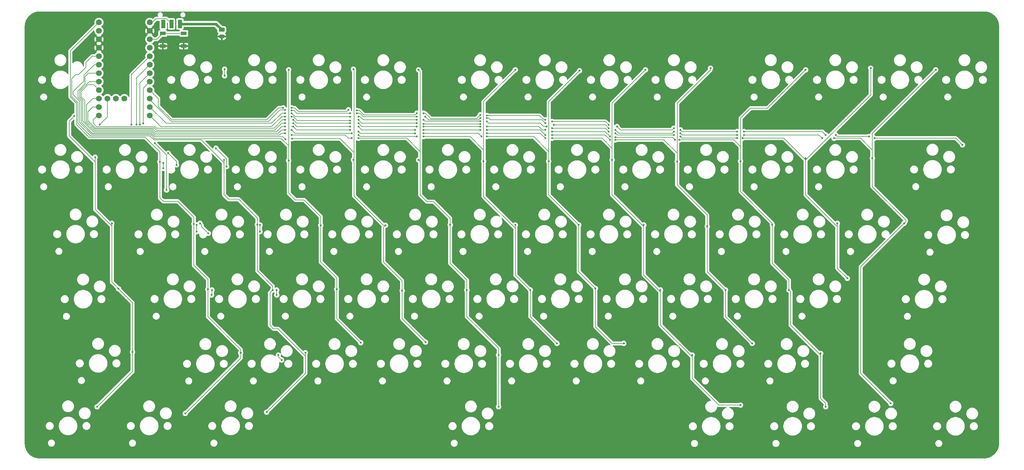
<source format=gbr>
%TF.GenerationSoftware,KiCad,Pcbnew,8.0.8*%
%TF.CreationDate,2025-01-25T15:20:35-08:00*%
%TF.ProjectId,CustomKeyboard,43757374-6f6d-44b6-9579-626f6172642e,rev?*%
%TF.SameCoordinates,Original*%
%TF.FileFunction,Copper,L1,Top*%
%TF.FilePolarity,Positive*%
%FSLAX46Y46*%
G04 Gerber Fmt 4.6, Leading zero omitted, Abs format (unit mm)*
G04 Created by KiCad (PCBNEW 8.0.8) date 2025-01-25 15:20:35*
%MOMM*%
%LPD*%
G01*
G04 APERTURE LIST*
G04 Aperture macros list*
%AMRoundRect*
0 Rectangle with rounded corners*
0 $1 Rounding radius*
0 $2 $3 $4 $5 $6 $7 $8 $9 X,Y pos of 4 corners*
0 Add a 4 corners polygon primitive as box body*
4,1,4,$2,$3,$4,$5,$6,$7,$8,$9,$2,$3,0*
0 Add four circle primitives for the rounded corners*
1,1,$1+$1,$2,$3*
1,1,$1+$1,$4,$5*
1,1,$1+$1,$6,$7*
1,1,$1+$1,$8,$9*
0 Add four rect primitives between the rounded corners*
20,1,$1+$1,$2,$3,$4,$5,0*
20,1,$1+$1,$4,$5,$6,$7,0*
20,1,$1+$1,$6,$7,$8,$9,0*
20,1,$1+$1,$8,$9,$2,$3,0*%
G04 Aperture macros list end*
%TA.AperFunction,ComponentPad*%
%ADD10C,1.752600*%
%TD*%
%TA.AperFunction,SMDPad,CuDef*%
%ADD11R,1.200000X2.500000*%
%TD*%
%TA.AperFunction,SMDPad,CuDef*%
%ADD12R,1.700000X1.000000*%
%TD*%
%TA.AperFunction,ComponentPad*%
%ADD13RoundRect,0.250000X-0.625000X0.350000X-0.625000X-0.350000X0.625000X-0.350000X0.625000X0.350000X0*%
%TD*%
%TA.AperFunction,ComponentPad*%
%ADD14O,1.750000X1.200000*%
%TD*%
%TA.AperFunction,ViaPad*%
%ADD15C,0.600000*%
%TD*%
%TA.AperFunction,Conductor*%
%ADD16C,0.800000*%
%TD*%
%TA.AperFunction,Conductor*%
%ADD17C,0.200000*%
%TD*%
G04 APERTURE END LIST*
D10*
%TO.P,U2,1,TX0/P0.06*%
%TO.N,col1*%
X53750000Y-28750000D03*
%TO.P,U2,2,RX1/P0.08*%
%TO.N,col0*%
X53750000Y-31290000D03*
%TO.P,U2,3,GND*%
%TO.N,GND*%
X53750000Y-33830000D03*
%TO.P,U2,4,GND*%
X53750000Y-36370000D03*
%TO.P,U2,5,P0.17*%
%TO.N,col2*%
X53750000Y-38910000D03*
%TO.P,U2,6,P0.20*%
%TO.N,col3*%
X53750000Y-41450000D03*
%TO.P,U2,7,P0.22*%
%TO.N,col4*%
X53750000Y-43990000D03*
%TO.P,U2,8,P0.24*%
%TO.N,col5*%
X53750000Y-46530000D03*
%TO.P,U2,9,P1.00*%
%TO.N,col6*%
X53750000Y-49070000D03*
%TO.P,U2,10,P0.11*%
%TO.N,col7*%
X53750000Y-51610000D03*
%TO.P,U2,11,P1.04*%
%TO.N,col8*%
X53750000Y-54150000D03*
%TO.P,U2,12,P1.06*%
%TO.N,col9*%
X53750000Y-56690000D03*
%TO.P,U2,13,NFC1/P0.09*%
%TO.N,col10*%
X68990000Y-56690000D03*
%TO.P,U2,14,NFC2/P0.10*%
%TO.N,col11*%
X68990000Y-54150000D03*
%TO.P,U2,15,P1.11*%
%TO.N,col12*%
X68990000Y-51610000D03*
%TO.P,U2,16,P1.13*%
%TO.N,col13*%
X68990000Y-49070000D03*
%TO.P,U2,17,P1.15*%
%TO.N,row0*%
X68990000Y-46530000D03*
%TO.P,U2,18,AIN0/P0.02*%
%TO.N,row1*%
X68990000Y-43990000D03*
%TO.P,U2,19,AIN5/P0.29*%
%TO.N,row2*%
X68990000Y-41450000D03*
%TO.P,U2,20,AIN7/P0.31*%
%TO.N,row3*%
X68990000Y-38910000D03*
%TO.P,U2,21,VCC*%
%TO.N,unconnected-(U2-VCC-Pad21)*%
X68990000Y-36370000D03*
%TO.P,U2,22,RST*%
%TO.N,Net-(U2-RST)*%
X68990000Y-33830000D03*
%TO.P,U2,23,GND*%
%TO.N,GND*%
X68990000Y-31290000D03*
%TO.P,U2,24,BATIN/P0.04*%
%TO.N,Net-(SW2A-B)*%
X68990000Y-28750000D03*
%TO.P,U2,31,P1.01*%
%TO.N,row4*%
X56290000Y-51610000D03*
%TO.P,U2,32,P1.02*%
%TO.N,row5*%
X58830000Y-51610000D03*
%TO.P,U2,33,P1.07*%
%TO.N,unconnected-(U2-P1.07-Pad33)*%
X61370000Y-51610000D03*
%TD*%
D11*
%TO.P,SW2,1,A*%
%TO.N,Net-(SW2A-A)*%
X78000000Y-29250000D03*
%TO.P,SW2,2,B*%
%TO.N,Net-(SW2A-B)*%
X75500000Y-29250000D03*
%TO.P,SW2,3,C*%
%TO.N,unconnected-(SW2A-C-Pad3)*%
X73000000Y-29250000D03*
%TD*%
D12*
%TO.P,SW1,1,1*%
%TO.N,Net-(U2-RST)*%
X72850000Y-32100000D03*
X79150000Y-32100000D03*
%TO.P,SW1,2,2*%
%TO.N,GND*%
X72850000Y-35900000D03*
X79150000Y-35900000D03*
%TD*%
D13*
%TO.P,J1,1,1*%
%TO.N,Net-(SW2A-A)*%
X90550000Y-31000000D03*
D14*
%TO.P,J1,2,2*%
%TO.N,GND*%
X90550000Y-33000000D03*
%TD*%
D15*
%TO.N,row0*%
X108500000Y-130000000D03*
X107500000Y-128500000D03*
X107000000Y-110500000D03*
X107000000Y-109000000D03*
X102000000Y-91500000D03*
X102000000Y-89500000D03*
X88800000Y-66500000D03*
X67000000Y-59100000D03*
X92000000Y-72000000D03*
%TO.N,row1*%
X87500000Y-110500000D03*
X87600000Y-109000000D03*
X86500000Y-92000000D03*
X84000000Y-89000000D03*
X77000000Y-71500000D03*
X74500000Y-68000000D03*
X66000000Y-59400000D03*
%TO.N,row2*%
X65000000Y-59400000D03*
X70500000Y-65000000D03*
X74000000Y-79000000D03*
X83000000Y-91500000D03*
X83000000Y-89500000D03*
%TO.N,row3*%
X63500000Y-59400000D03*
X73000000Y-70917068D03*
X73000000Y-72500000D03*
%TO.N,row4*%
X54000000Y-59400000D03*
%TO.N,col13*%
X111500000Y-54399994D03*
X108934313Y-54400000D03*
X128500000Y-55000000D03*
X131000000Y-55199997D03*
X149000000Y-56000000D03*
X170000000Y-56699997D03*
X187500000Y-58000000D03*
X168000000Y-56500000D03*
X189500000Y-58500000D03*
X209000000Y-60000000D03*
X228000000Y-61000000D03*
X245000000Y-61500000D03*
X247000000Y-61500000D03*
X271500000Y-62500000D03*
X151000000Y-56000000D03*
X274500000Y-62500000D03*
X284500000Y-63000000D03*
X206500000Y-59500000D03*
X286100000Y-63500000D03*
X312500000Y-65500000D03*
X226000000Y-60500000D03*
%TO.N,col12*%
X109500000Y-55000000D03*
X111500000Y-55199997D03*
X129000000Y-56000000D03*
X131000000Y-56000000D03*
X151500000Y-57000000D03*
X170000000Y-57500000D03*
X187500000Y-59000000D03*
X149000000Y-57000000D03*
X190000000Y-59500000D03*
X206500000Y-60500000D03*
X208500000Y-61000000D03*
X226000000Y-61500000D03*
X228000000Y-62000000D03*
X245000000Y-62500000D03*
X247000000Y-62500000D03*
X270500000Y-63500000D03*
X274000000Y-63500000D03*
X168000000Y-57500000D03*
X304500000Y-43000000D03*
X285500000Y-69500000D03*
X295000000Y-89000000D03*
X291000000Y-143000000D03*
%TO.N,col11*%
X131500000Y-57000000D03*
X149000000Y-58000000D03*
X151000000Y-58000000D03*
X170000000Y-58500000D03*
X111500000Y-56000000D03*
X187900000Y-60000000D03*
X189500000Y-60500000D03*
X168000000Y-58399994D03*
X206500000Y-61500000D03*
X208500000Y-62000000D03*
X226000000Y-62500000D03*
X228000000Y-63000000D03*
X129000000Y-57000000D03*
X245000000Y-63500000D03*
X109500000Y-56000000D03*
X246600000Y-63500000D03*
X285000000Y-42500000D03*
X265500000Y-69500000D03*
X275000000Y-89000000D03*
X278000000Y-105500000D03*
%TO.N,col10*%
X109500000Y-57000000D03*
X151000000Y-59199997D03*
X168000000Y-59199997D03*
X131500000Y-58000000D03*
X111500000Y-57000000D03*
X170000000Y-60000000D03*
X187500000Y-61000000D03*
X189500000Y-61500000D03*
X206900000Y-63000000D03*
X208500000Y-63199997D03*
X129000000Y-58199997D03*
X149000000Y-59000000D03*
X227600000Y-64000000D03*
X226400000Y-64000000D03*
X265500000Y-43000000D03*
X246000000Y-70375000D03*
X255500000Y-89500000D03*
X260500000Y-109000000D03*
X270000000Y-128000000D03*
X271500000Y-144000000D03*
%TO.N,col9*%
X112000000Y-58000000D03*
X109500000Y-58000000D03*
X129000000Y-59000000D03*
X131500000Y-59000000D03*
X168000000Y-60000000D03*
X170000000Y-61000000D03*
X187500000Y-62500000D03*
X189500000Y-62500000D03*
X206900000Y-64000000D03*
X208500000Y-64000000D03*
X151000000Y-60000000D03*
X149000000Y-60000000D03*
X237000000Y-42500000D03*
X227000000Y-70500000D03*
X236000000Y-89925000D03*
X249500000Y-125000000D03*
X241500000Y-109000000D03*
%TO.N,col8*%
X112000000Y-59000000D03*
X129000000Y-60000000D03*
X148500000Y-61000000D03*
X168000000Y-61000000D03*
X170000000Y-62000000D03*
X187500000Y-63500000D03*
X131500000Y-60000000D03*
X189500000Y-63500000D03*
X109500000Y-59000000D03*
X151000000Y-61000000D03*
X217500000Y-43000000D03*
X207500000Y-70000000D03*
X217000000Y-89500000D03*
X222000000Y-109000000D03*
X231500000Y-128500000D03*
X246000000Y-143500000D03*
%TO.N,col7*%
X109500000Y-60000000D03*
X112000000Y-60000000D03*
X112000000Y-60000000D03*
X129000000Y-61000000D03*
X131500000Y-61500000D03*
X148500000Y-62000000D03*
X151000000Y-62000000D03*
X168400000Y-63000000D03*
X170000000Y-63000000D03*
X197750000Y-43250000D03*
X188500000Y-70425000D03*
X197500000Y-89500000D03*
X202500000Y-108500000D03*
X211000000Y-125000000D03*
%TO.N,col6*%
X109500000Y-61000000D03*
X111500000Y-61000000D03*
X129500000Y-62000000D03*
X131500000Y-62500000D03*
X149000000Y-63000000D03*
X151000000Y-63000000D03*
X178500000Y-43000000D03*
X169000000Y-70375000D03*
X178500000Y-89500000D03*
X183000000Y-109000000D03*
X191000000Y-125000000D03*
%TO.N,col5*%
X109500000Y-62000000D03*
X111500000Y-62500000D03*
X129500000Y-63500000D03*
X131500000Y-63500000D03*
X149500000Y-43000000D03*
X149500000Y-70000000D03*
X159000000Y-89500000D03*
X164000000Y-109000000D03*
X173500000Y-128500000D03*
X173500000Y-144000000D03*
%TO.N,col4*%
X111600000Y-63600000D03*
X109600000Y-63800000D03*
X130000000Y-42800000D03*
X130000000Y-70000000D03*
X139600000Y-89600000D03*
X144600000Y-109200000D03*
X151600000Y-124600000D03*
%TO.N,col3*%
X110600000Y-43000000D03*
X110600000Y-70200000D03*
X120200000Y-89600000D03*
X125000000Y-108800000D03*
X132200000Y-124800000D03*
%TO.N,col2*%
X91400000Y-44800000D03*
X91400000Y-42800000D03*
X91200000Y-70000000D03*
X101200000Y-89400000D03*
X105800000Y-109000000D03*
X115600000Y-127800000D03*
X104000000Y-145600000D03*
%TO.N,col1*%
X72000000Y-70600000D03*
X82200000Y-89200000D03*
X86400000Y-108800000D03*
X96200000Y-127800000D03*
X79600000Y-146000000D03*
%TO.N,col0*%
X46350000Y-56850000D03*
X52600000Y-69200000D03*
X57600000Y-89000000D03*
X59600000Y-108600000D03*
X53200000Y-144000000D03*
X63800000Y-127600000D03*
%TD*%
D16*
%TO.N,Net-(SW2A-A)*%
X88800000Y-29250000D02*
X90550000Y-31000000D01*
X78000000Y-29250000D02*
X88800000Y-29250000D01*
D17*
%TO.N,row0*%
X107500000Y-129000000D02*
X108500000Y-130000000D01*
X107000000Y-109000000D02*
X107000000Y-110500000D01*
X102000000Y-89500000D02*
X102000000Y-91500000D01*
X92000000Y-69700000D02*
X92000000Y-72000000D01*
X88800000Y-66500000D02*
X92000000Y-69700000D01*
X107500000Y-128500000D02*
X107500000Y-129000000D01*
X67000000Y-48520000D02*
X67000000Y-59100000D01*
X68990000Y-46530000D02*
X67000000Y-48520000D01*
%TO.N,row1*%
X87600000Y-110400000D02*
X87500000Y-110500000D01*
X87600000Y-109000000D02*
X87600000Y-110400000D01*
X84500000Y-90000000D02*
X86500000Y-92000000D01*
X84500000Y-89500000D02*
X84500000Y-90000000D01*
X84000000Y-89000000D02*
X84500000Y-89500000D01*
X77000000Y-70500000D02*
X77000000Y-71500000D01*
X74500000Y-68000000D02*
X77000000Y-70500000D01*
X66000000Y-46980000D02*
X66000000Y-59400000D01*
X68990000Y-43990000D02*
X66000000Y-46980000D01*
%TO.N,row2*%
X65000000Y-45440000D02*
X68990000Y-41450000D01*
X74000000Y-68500000D02*
X70500000Y-65000000D01*
X74000000Y-79000000D02*
X74000000Y-68500000D01*
X65000000Y-59400000D02*
X65000000Y-45440000D01*
X83000000Y-91500000D02*
X83000000Y-89500000D01*
%TO.N,row3*%
X63500000Y-44400000D02*
X68990000Y-38910000D01*
X63500000Y-59400000D02*
X63500000Y-44400000D01*
X73000000Y-72500000D02*
X73000000Y-70917068D01*
%TO.N,row4*%
X56290000Y-57110000D02*
X56290000Y-51610000D01*
X54000000Y-59400000D02*
X56290000Y-57110000D01*
%TO.N,Net-(SW2A-B)*%
X73950000Y-27700000D02*
X75500000Y-29250000D01*
X70800000Y-27700000D02*
X73950000Y-27700000D01*
X68990000Y-28750000D02*
X69750000Y-28750000D01*
X69750000Y-28750000D02*
X70800000Y-27700000D01*
%TO.N,Net-(U2-RST)*%
X72850000Y-32100000D02*
X79150000Y-32100000D01*
X71120000Y-33830000D02*
X72850000Y-32100000D01*
X68990000Y-33830000D02*
X71120000Y-33830000D01*
%TO.N,col13*%
X71532843Y-51612843D02*
X68990000Y-49070000D01*
X107600000Y-54400000D02*
X104000000Y-58000000D01*
X104000000Y-58000000D02*
X75565686Y-58000000D01*
X108934313Y-54400000D02*
X107600000Y-54400000D01*
X113500000Y-55500000D02*
X112399994Y-54399994D01*
X71532843Y-53967157D02*
X71532843Y-51612843D01*
X114000000Y-55500000D02*
X113500000Y-55500000D01*
X128000000Y-55500000D02*
X114000000Y-55500000D01*
X128500000Y-55000000D02*
X128000000Y-55500000D01*
X112399994Y-54399994D02*
X111500000Y-54399994D01*
X133032843Y-56467157D02*
X131765683Y-55199997D01*
X75565686Y-58000000D02*
X71532843Y-53967157D01*
X131765683Y-55199997D02*
X131000000Y-55199997D01*
X133032843Y-56467157D02*
X133065686Y-56500000D01*
X148500000Y-56500000D02*
X133065686Y-56500000D01*
X151500000Y-56000000D02*
X151000000Y-56000000D01*
X153000000Y-57500000D02*
X151500000Y-56000000D01*
X153099994Y-57599994D02*
X153000000Y-57500000D01*
X163500000Y-57599994D02*
X153099994Y-57599994D01*
X166900006Y-57599994D02*
X163500000Y-57599994D01*
X149000000Y-56000000D02*
X148500000Y-56500000D01*
X168000000Y-56500000D02*
X166900006Y-57599994D01*
X185765683Y-56699997D02*
X170000000Y-56699997D01*
X210000000Y-61000000D02*
X209000000Y-60000000D01*
X206500000Y-59500000D02*
X205500000Y-58500000D01*
X187065686Y-58000000D02*
X185765683Y-56699997D01*
X270500000Y-61500000D02*
X247000000Y-61500000D01*
X271500000Y-62500000D02*
X270500000Y-61500000D01*
X187500000Y-58000000D02*
X187065686Y-58000000D01*
X205500000Y-58500000D02*
X189500000Y-58500000D01*
X275000000Y-63000000D02*
X274500000Y-62500000D01*
X284500000Y-63000000D02*
X275000000Y-63000000D01*
X245000000Y-61500000D02*
X228500000Y-61500000D01*
X310500000Y-63500000D02*
X286100000Y-63500000D01*
X225500000Y-61000000D02*
X210000000Y-61000000D01*
X312500000Y-65500000D02*
X310500000Y-63500000D01*
X226000000Y-60500000D02*
X225500000Y-61000000D01*
X228500000Y-61500000D02*
X228000000Y-61000000D01*
%TO.N,col12*%
X68990000Y-51990000D02*
X68990000Y-51610000D01*
X75500000Y-58500000D02*
X68990000Y-51990000D01*
X104500000Y-58500000D02*
X75500000Y-58500000D01*
X108000000Y-55000000D02*
X104500000Y-58500000D01*
X109500000Y-55000000D02*
X108000000Y-55000000D01*
X112199997Y-55199997D02*
X111500000Y-55199997D01*
X113000000Y-56000000D02*
X112199997Y-55199997D01*
X129000000Y-56000000D02*
X113000000Y-56000000D01*
X153000000Y-57999994D02*
X152499994Y-57999994D01*
X167500006Y-57999994D02*
X153000000Y-57999994D01*
X168000000Y-57500000D02*
X167500006Y-57999994D01*
X149000000Y-57000000D02*
X133000000Y-57000000D01*
X171000000Y-58000000D02*
X170500000Y-57500000D01*
X187500000Y-59000000D02*
X186500000Y-58000000D01*
X132000000Y-56000000D02*
X131000000Y-56000000D01*
X205500000Y-59500000D02*
X190000000Y-59500000D01*
X206500000Y-60500000D02*
X205500000Y-59500000D01*
X226000000Y-61500000D02*
X225500000Y-62000000D01*
X225500000Y-62000000D02*
X209500000Y-62000000D01*
X228500000Y-62500000D02*
X228000000Y-62000000D01*
X245000000Y-62500000D02*
X228500000Y-62500000D01*
X269500000Y-62500000D02*
X247000000Y-62500000D01*
X152499994Y-57999994D02*
X151500000Y-57000000D01*
X186500000Y-58000000D02*
X171000000Y-58000000D01*
X282000000Y-63500000D02*
X274000000Y-63500000D01*
X270500000Y-63500000D02*
X269500000Y-62500000D01*
X285500000Y-67000000D02*
X282000000Y-63500000D01*
X285500000Y-67000000D02*
X285500000Y-62000000D01*
X209500000Y-62000000D02*
X208500000Y-61000000D01*
X170500000Y-57500000D02*
X170000000Y-57500000D01*
X285500000Y-70500000D02*
X285500000Y-67000000D01*
X133000000Y-57000000D02*
X132000000Y-56000000D01*
X285500000Y-62000000D02*
X304500000Y-43000000D01*
X285500000Y-70500000D02*
X285500000Y-69500000D01*
X285500000Y-78000000D02*
X285500000Y-70500000D01*
X295500000Y-88000000D02*
X285500000Y-78000000D01*
X295500000Y-88500000D02*
X295500000Y-88000000D01*
X294500000Y-89500000D02*
X295500000Y-88500000D01*
X294500000Y-89500000D02*
X295000000Y-89000000D01*
X282000000Y-102000000D02*
X294500000Y-89500000D01*
X282000000Y-107000000D02*
X282000000Y-102000000D01*
X282000000Y-134000000D02*
X282000000Y-107000000D01*
X291000000Y-143000000D02*
X282000000Y-134000000D01*
%TO.N,col11*%
X112165686Y-56600000D02*
X112100000Y-56600000D01*
X129000000Y-57000000D02*
X112565686Y-57000000D01*
X112565686Y-57000000D02*
X112165686Y-56600000D01*
X112100000Y-56600000D02*
X111500000Y-56000000D01*
X73840000Y-59000000D02*
X68990000Y-54150000D01*
X105500000Y-59000000D02*
X73840000Y-59000000D01*
X108500000Y-56000000D02*
X105500000Y-59000000D01*
X109500000Y-56000000D02*
X108500000Y-56000000D01*
X149000000Y-58000000D02*
X133000000Y-58000000D01*
X132000000Y-57000000D02*
X131500000Y-57000000D01*
X168000000Y-58399994D02*
X151399994Y-58399994D01*
X151399994Y-58399994D02*
X151000000Y-58000000D01*
X133000000Y-58000000D02*
X132000000Y-57000000D01*
X186000000Y-59000000D02*
X170500000Y-59000000D01*
X187900000Y-60000000D02*
X187000000Y-60000000D01*
X206500000Y-61500000D02*
X205500000Y-60500000D01*
X209000000Y-62500000D02*
X208500000Y-62000000D01*
X226000000Y-62500000D02*
X209000000Y-62500000D01*
X187000000Y-60000000D02*
X186000000Y-59000000D01*
X228500000Y-63500000D02*
X228000000Y-63000000D01*
X245000000Y-63500000D02*
X228500000Y-63500000D01*
X205500000Y-60500000D02*
X189500000Y-60500000D01*
X170500000Y-59000000D02*
X170000000Y-58500000D01*
X259000000Y-63500000D02*
X246600000Y-63500000D01*
X265500000Y-70000000D02*
X259000000Y-63500000D01*
X285000000Y-50500000D02*
X285000000Y-42500000D01*
X265500000Y-70000000D02*
X285000000Y-50500000D01*
X265500000Y-70500000D02*
X265500000Y-70000000D01*
X265500000Y-80500000D02*
X265500000Y-70500000D01*
X265500000Y-70500000D02*
X265500000Y-69500000D01*
X275000000Y-90000000D02*
X265500000Y-80500000D01*
X275000000Y-102500000D02*
X275000000Y-90000000D01*
X275000000Y-90000000D02*
X275000000Y-89000000D01*
X278000000Y-105500000D02*
X275000000Y-102500000D01*
%TO.N,col9*%
X53310000Y-56690000D02*
X53750000Y-56690000D01*
X52000000Y-58000000D02*
X53310000Y-56690000D01*
X53000000Y-60000000D02*
X52000000Y-59000000D01*
X71000000Y-60500000D02*
X70500000Y-60000000D01*
X106200000Y-60500000D02*
X71000000Y-60500000D01*
X108700000Y-58000000D02*
X106200000Y-60500000D01*
X109500000Y-58000000D02*
X108700000Y-58000000D01*
X70500000Y-60000000D02*
X53000000Y-60000000D01*
X52000000Y-59000000D02*
X52000000Y-58000000D01*
%TO.N,col10*%
X72300000Y-60000000D02*
X68990000Y-56690000D01*
X105500000Y-60000000D02*
X72300000Y-60000000D01*
X108500000Y-57000000D02*
X105500000Y-60000000D01*
X109500000Y-57000000D02*
X108500000Y-57000000D01*
X112500000Y-57500000D02*
X112000000Y-57000000D01*
X113199997Y-58199997D02*
X112500000Y-57500000D01*
X132500000Y-59000000D02*
X131500000Y-58000000D01*
X149000000Y-59000000D02*
X132500000Y-59000000D01*
X112000000Y-57000000D02*
X111500000Y-57000000D01*
X168000000Y-59199997D02*
X151000000Y-59199997D01*
X129000000Y-58199997D02*
X113199997Y-58199997D01*
X186565686Y-61000000D02*
X185565686Y-60000000D01*
X185565686Y-60000000D02*
X170000000Y-60000000D01*
X206900000Y-63000000D02*
X205400000Y-61500000D01*
X225599997Y-63199997D02*
X208500000Y-63199997D01*
X226400000Y-64000000D02*
X225599997Y-63199997D01*
X205400000Y-61500000D02*
X189500000Y-61500000D01*
X244000000Y-64000000D02*
X227600000Y-64000000D01*
X246000000Y-66000000D02*
X244000000Y-64000000D01*
X246000000Y-66000000D02*
X246000000Y-57500000D01*
X187500000Y-61000000D02*
X186565686Y-61000000D01*
X246000000Y-71500000D02*
X246000000Y-66000000D01*
X254000000Y-54500000D02*
X265500000Y-43000000D01*
X246000000Y-57500000D02*
X249000000Y-54500000D01*
X249000000Y-54500000D02*
X254000000Y-54500000D01*
X246000000Y-71500000D02*
X246000000Y-70375000D01*
X246000000Y-79500000D02*
X246000000Y-71500000D01*
X255000000Y-88500000D02*
X246000000Y-79500000D01*
X255500000Y-90000000D02*
X255500000Y-89000000D01*
X255500000Y-89000000D02*
X255000000Y-88500000D01*
X255500000Y-90000000D02*
X255500000Y-89500000D01*
X255500000Y-101000000D02*
X255500000Y-90000000D01*
X257000000Y-102500000D02*
X255500000Y-101000000D01*
X260500000Y-109000000D02*
X260500000Y-106000000D01*
X260500000Y-106000000D02*
X257000000Y-102500000D01*
X261000000Y-119500000D02*
X261000000Y-109500000D01*
X261000000Y-109500000D02*
X260500000Y-109000000D01*
X270000000Y-128500000D02*
X261000000Y-119500000D01*
X270000000Y-128500000D02*
X270000000Y-128000000D01*
X270000000Y-141500000D02*
X270000000Y-128500000D01*
X271500000Y-143000000D02*
X270000000Y-141500000D01*
X271500000Y-144000000D02*
X271500000Y-143000000D01*
%TO.N,col9*%
X113000000Y-59000000D02*
X112000000Y-58000000D01*
X129000000Y-59000000D02*
X113000000Y-59000000D01*
X149000000Y-60000000D02*
X132500000Y-60000000D01*
X168000000Y-60000000D02*
X151000000Y-60000000D01*
X187500000Y-62500000D02*
X186000000Y-61000000D01*
X132500000Y-60000000D02*
X131500000Y-59000000D01*
X205400000Y-62500000D02*
X189500000Y-62500000D01*
X186000000Y-61000000D02*
X170000000Y-61000000D01*
X206900000Y-64000000D02*
X205400000Y-62500000D01*
X227000000Y-68000000D02*
X223000000Y-64000000D01*
X227000000Y-68000000D02*
X227000000Y-53000000D01*
X223000000Y-64000000D02*
X208500000Y-64000000D01*
X227000000Y-71000000D02*
X227000000Y-68000000D01*
X237000000Y-43000000D02*
X237000000Y-42500000D01*
X227000000Y-53000000D02*
X237000000Y-43000000D01*
X227000000Y-71000000D02*
X227000000Y-70500000D01*
X227000000Y-77500000D02*
X227000000Y-71000000D01*
X235500000Y-86000000D02*
X227000000Y-77500000D01*
X236000000Y-86500000D02*
X235500000Y-86000000D01*
X236000000Y-91000000D02*
X236000000Y-86500000D01*
X236000000Y-91000000D02*
X236000000Y-89925000D01*
X236000000Y-103500000D02*
X236000000Y-91000000D01*
X241500000Y-109000000D02*
X236000000Y-103500000D01*
X241500000Y-109500000D02*
X241500000Y-109000000D01*
X241500000Y-117000000D02*
X241500000Y-109500000D01*
X249500000Y-125000000D02*
X241500000Y-117000000D01*
%TO.N,col8*%
X50400000Y-58202942D02*
X50400000Y-55600000D01*
X52597058Y-60400000D02*
X50400000Y-58202942D01*
X70300000Y-60400000D02*
X52597058Y-60400000D01*
X71000000Y-61100000D02*
X70300000Y-60400000D01*
X106400000Y-61100000D02*
X71000000Y-61100000D01*
X108500000Y-59000000D02*
X106400000Y-61100000D01*
X109500000Y-59000000D02*
X108500000Y-59000000D01*
X50400000Y-55600000D02*
X51850000Y-54150000D01*
X51850000Y-54150000D02*
X53750000Y-54150000D01*
X148500000Y-61000000D02*
X132500000Y-61000000D01*
X132500000Y-61000000D02*
X131500000Y-60000000D01*
X129000000Y-60000000D02*
X113000000Y-60000000D01*
X168000000Y-61000000D02*
X151000000Y-61000000D01*
X113000000Y-60000000D02*
X112000000Y-59000000D01*
X187500000Y-63500000D02*
X186000000Y-62000000D01*
X186000000Y-62000000D02*
X170000000Y-62000000D01*
X204500000Y-63500000D02*
X189500000Y-63500000D01*
X207500000Y-66500000D02*
X204500000Y-63500000D01*
X207500000Y-66500000D02*
X207500000Y-53000000D01*
X207500000Y-70500000D02*
X207500000Y-66500000D01*
X207500000Y-53000000D02*
X217500000Y-43000000D01*
X207500000Y-70500000D02*
X207500000Y-70000000D01*
X207500000Y-80500000D02*
X207500000Y-70500000D01*
X217000000Y-90000000D02*
X207500000Y-80500000D01*
X217000000Y-90000000D02*
X217000000Y-89500000D01*
X217000000Y-104500000D02*
X217000000Y-90000000D01*
X222000000Y-109500000D02*
X222000000Y-109000000D01*
X222000000Y-109500000D02*
X217000000Y-104500000D01*
X222000000Y-119500000D02*
X222000000Y-109500000D01*
X231500000Y-129000000D02*
X222000000Y-119500000D01*
X231500000Y-129000000D02*
X231500000Y-128500000D01*
X231500000Y-135500000D02*
X231500000Y-129000000D01*
X239500000Y-143500000D02*
X231500000Y-135500000D01*
X246000000Y-143500000D02*
X239500000Y-143500000D01*
%TO.N,col7*%
X51890000Y-51610000D02*
X53750000Y-51610000D01*
X50000000Y-53500000D02*
X51890000Y-51610000D01*
X50000000Y-58368628D02*
X50000000Y-53500000D01*
X52431372Y-60800000D02*
X50000000Y-58368628D01*
X70562744Y-61500000D02*
X69862744Y-60800000D01*
X69862744Y-60800000D02*
X52431372Y-60800000D01*
X107000000Y-61500000D02*
X70562744Y-61500000D01*
X109500000Y-60000000D02*
X108500000Y-60000000D01*
X108500000Y-60000000D02*
X107000000Y-61500000D01*
%TO.N,col6*%
X52180000Y-47500000D02*
X53750000Y-49070000D01*
X50431372Y-47500000D02*
X52180000Y-47500000D01*
X48400000Y-49531372D02*
X50431372Y-47500000D01*
X48400000Y-51068628D02*
X48400000Y-49531372D01*
X49500000Y-52168628D02*
X48400000Y-51068628D01*
X49500000Y-58434314D02*
X49500000Y-52168628D01*
X52265686Y-61200000D02*
X49500000Y-58434314D01*
X107500000Y-62000000D02*
X70497058Y-62000000D01*
X108500000Y-61000000D02*
X107500000Y-62000000D01*
X109500000Y-61000000D02*
X108500000Y-61000000D01*
X69697058Y-61200000D02*
X52265686Y-61200000D01*
X70497058Y-62000000D02*
X69697058Y-61200000D01*
%TO.N,col5*%
X50835686Y-46530000D02*
X53750000Y-46530000D01*
X48000000Y-51234314D02*
X48000000Y-49365686D01*
X48000000Y-49365686D02*
X50835686Y-46530000D01*
X52100000Y-61600000D02*
X48900000Y-58400000D01*
X48900000Y-52134314D02*
X48000000Y-51234314D01*
X69531372Y-61600000D02*
X52100000Y-61600000D01*
X70431372Y-62500000D02*
X69531372Y-61600000D01*
X48900000Y-58400000D02*
X48900000Y-52134314D01*
X107882843Y-62500000D02*
X70431372Y-62500000D01*
X108382843Y-62000000D02*
X107882843Y-62500000D01*
X109500000Y-62000000D02*
X108382843Y-62000000D01*
%TO.N,col4*%
X50610000Y-43990000D02*
X53750000Y-43990000D01*
X49600000Y-45000000D02*
X50610000Y-43990000D01*
X47500000Y-49300000D02*
X49600000Y-47200000D01*
X47500000Y-51300000D02*
X47500000Y-49300000D01*
X48500000Y-58700000D02*
X48500000Y-52300000D01*
X51800000Y-62000000D02*
X48500000Y-58700000D01*
X69365686Y-62000000D02*
X51800000Y-62000000D01*
X48500000Y-52300000D02*
X47500000Y-51300000D01*
X70382843Y-63017157D02*
X69365686Y-62000000D01*
X108817157Y-63017157D02*
X70382843Y-63017157D01*
X109600000Y-63800000D02*
X108817157Y-63017157D01*
X49600000Y-47200000D02*
X49600000Y-45000000D01*
%TO.N,col3*%
X52350000Y-41450000D02*
X53750000Y-41450000D01*
X49200000Y-44600000D02*
X52350000Y-41450000D01*
X49200000Y-46338478D02*
X49200000Y-44600000D01*
X48238478Y-47300000D02*
X49200000Y-46338478D01*
X48200000Y-47300000D02*
X48238478Y-47300000D01*
X46000000Y-50400000D02*
X46000000Y-49500000D01*
X48000000Y-58800000D02*
X48000000Y-52400000D01*
X70400000Y-63600000D02*
X69200000Y-62400000D01*
X51600000Y-62400000D02*
X48000000Y-58800000D01*
X108400000Y-63600000D02*
X70400000Y-63600000D01*
X48000000Y-52400000D02*
X46000000Y-50400000D01*
X110600000Y-65800000D02*
X108400000Y-63600000D01*
X69200000Y-62400000D02*
X51600000Y-62400000D01*
X46000000Y-49500000D02*
X48200000Y-47300000D01*
%TO.N,col2*%
X51690000Y-38910000D02*
X53750000Y-38910000D01*
X49800000Y-40800000D02*
X51690000Y-38910000D01*
X49800000Y-42251650D02*
X49800000Y-40800000D01*
X47651650Y-44400000D02*
X49800000Y-42251650D01*
X46800000Y-44400000D02*
X47651650Y-44400000D01*
X45600000Y-45600000D02*
X46800000Y-44400000D01*
X45600000Y-50985785D02*
X45600000Y-45600000D01*
X51200000Y-62800000D02*
X47500000Y-59100000D01*
X69000000Y-62800000D02*
X51200000Y-62800000D01*
X47500000Y-59100000D02*
X47500000Y-52885785D01*
X70200000Y-64000000D02*
X69000000Y-62800000D01*
X84400000Y-64000000D02*
X70200000Y-64000000D01*
X91200000Y-70800000D02*
X84400000Y-64000000D01*
X47500000Y-52885785D02*
X45600000Y-50985785D01*
%TO.N,col1*%
X45200000Y-51151471D02*
X45200000Y-37300000D01*
X47000000Y-59400000D02*
X47000000Y-52951471D01*
X45200000Y-37300000D02*
X53750000Y-28750000D01*
X67600000Y-63200000D02*
X50800000Y-63200000D01*
X72000000Y-67600000D02*
X67600000Y-63200000D01*
X50800000Y-63200000D02*
X47000000Y-59400000D01*
X72000000Y-71200000D02*
X72000000Y-67600000D01*
X47000000Y-52951471D02*
X45200000Y-51151471D01*
%TO.N,col0*%
X44800000Y-62800000D02*
X52600000Y-70600000D01*
X46350000Y-56850000D02*
X44800000Y-58400000D01*
X44800000Y-58400000D02*
X44800000Y-62800000D01*
%TO.N,col7*%
X112000000Y-60000000D02*
X111500000Y-60000000D01*
X113000000Y-61000000D02*
X112000000Y-60000000D01*
X129000000Y-61000000D02*
X113000000Y-61000000D01*
X132000000Y-62000000D02*
X131500000Y-61500000D01*
X148500000Y-62000000D02*
X132000000Y-62000000D01*
X167400000Y-62000000D02*
X151000000Y-62000000D01*
X188500000Y-67500000D02*
X184000000Y-63000000D01*
X168400000Y-63000000D02*
X167400000Y-62000000D01*
X188500000Y-67500000D02*
X188500000Y-52500000D01*
X184000000Y-63000000D02*
X170000000Y-63000000D01*
X188500000Y-70425000D02*
X188500000Y-67500000D01*
X188500000Y-52500000D02*
X197750000Y-43250000D01*
X188500000Y-80500000D02*
X188500000Y-70425000D01*
X197500000Y-89500000D02*
X188500000Y-80500000D01*
X202500000Y-108500000D02*
X197500000Y-103500000D01*
X197500000Y-103500000D02*
X197500000Y-89500000D01*
X202500000Y-109000000D02*
X202500000Y-108500000D01*
X202500000Y-120000000D02*
X202500000Y-109000000D01*
X207000000Y-124500000D02*
X202500000Y-120000000D01*
X207500000Y-125000000D02*
X207000000Y-124500000D01*
X211000000Y-125000000D02*
X207500000Y-125000000D01*
%TO.N,col6*%
X112500000Y-62000000D02*
X111500000Y-61000000D01*
X129500000Y-62000000D02*
X112500000Y-62000000D01*
X132000000Y-63000000D02*
X131500000Y-62500000D01*
X149000000Y-63000000D02*
X132000000Y-63000000D01*
X165000000Y-63000000D02*
X151000000Y-63000000D01*
X169000000Y-67000000D02*
X165000000Y-63000000D01*
X169000000Y-67000000D02*
X169000000Y-52500000D01*
X169000000Y-71000000D02*
X169000000Y-67000000D01*
X178500000Y-43000000D02*
X178250000Y-43250000D01*
X169000000Y-52500000D02*
X178500000Y-43000000D01*
X169000000Y-81000000D02*
X169000000Y-71000000D01*
X169000000Y-71000000D02*
X169000000Y-70375000D01*
X178500000Y-90500000D02*
X169000000Y-81000000D01*
X178500000Y-90500000D02*
X178500000Y-89500000D01*
X178500000Y-104500000D02*
X178500000Y-90500000D01*
X183000000Y-109000000D02*
X178500000Y-104500000D01*
X183000000Y-109500000D02*
X183000000Y-109000000D01*
X183000000Y-117000000D02*
X183000000Y-109500000D01*
X191000000Y-125000000D02*
X183000000Y-117000000D01*
%TO.N,col5*%
X127500000Y-62500000D02*
X111500000Y-62500000D01*
X128500000Y-63500000D02*
X127500000Y-62500000D01*
X129500000Y-63500000D02*
X128500000Y-63500000D01*
X146000000Y-63500000D02*
X131500000Y-63500000D01*
X150000000Y-67500000D02*
X146000000Y-63500000D01*
X150000000Y-67500000D02*
X150000000Y-43500000D01*
X150000000Y-70500000D02*
X150000000Y-67500000D01*
X150000000Y-43500000D02*
X149500000Y-43000000D01*
X150000000Y-70500000D02*
X149500000Y-70000000D01*
X159000000Y-87500000D02*
X154000000Y-82500000D01*
X159000000Y-90500000D02*
X159000000Y-87500000D01*
X152000000Y-82500000D02*
X150000000Y-80500000D01*
X159000000Y-90500000D02*
X159000000Y-89500000D01*
X150000000Y-80500000D02*
X150000000Y-70500000D01*
X159000000Y-101000000D02*
X159000000Y-90500000D01*
X154000000Y-82500000D02*
X152000000Y-82500000D01*
X160000000Y-102000000D02*
X159000000Y-101000000D01*
X164000000Y-106000000D02*
X160000000Y-102000000D01*
X164000000Y-109500000D02*
X164000000Y-106000000D01*
X164000000Y-117000000D02*
X164000000Y-109500000D01*
X164000000Y-109500000D02*
X164000000Y-109000000D01*
X168500000Y-121500000D02*
X164000000Y-117000000D01*
X173500000Y-129500000D02*
X173500000Y-126500000D01*
X173500000Y-129500000D02*
X173500000Y-128500000D01*
X173500000Y-144000000D02*
X173500000Y-129500000D01*
X173500000Y-126500000D02*
X168500000Y-121500000D01*
%TO.N,col4*%
X126000000Y-63600000D02*
X111600000Y-63600000D01*
X130200000Y-67800000D02*
X130200000Y-43000000D01*
X130200000Y-70400000D02*
X130200000Y-67800000D01*
X130200000Y-67800000D02*
X126000000Y-63600000D01*
X130200000Y-43000000D02*
X130000000Y-42800000D01*
X130200000Y-70400000D02*
X130200000Y-70200000D01*
X130200000Y-77600000D02*
X130200000Y-70400000D01*
X130200000Y-70200000D02*
X130000000Y-70000000D01*
X130200000Y-80800000D02*
X130200000Y-77600000D01*
X131800000Y-82400000D02*
X130200000Y-80800000D01*
X139000000Y-89600000D02*
X131800000Y-82400000D01*
X139600000Y-89600000D02*
X139000000Y-89600000D01*
X139000000Y-90200000D02*
X139600000Y-89600000D01*
X144600000Y-106200000D02*
X139000000Y-100600000D01*
X144600000Y-109600000D02*
X144600000Y-109200000D01*
X139000000Y-100600000D02*
X139000000Y-90200000D01*
X144600000Y-109600000D02*
X144600000Y-106200000D01*
X144600000Y-117600000D02*
X144600000Y-109600000D01*
X151600000Y-124600000D02*
X144600000Y-117600000D01*
%TO.N,col3*%
X110600000Y-65800000D02*
X110600000Y-43000000D01*
X110600000Y-70800000D02*
X110600000Y-65800000D01*
X110600000Y-80000000D02*
X110600000Y-70800000D01*
X110600000Y-70800000D02*
X110600000Y-70200000D01*
X114600000Y-82000000D02*
X112600000Y-82000000D01*
X120200000Y-87000000D02*
X116400000Y-83200000D01*
X115200000Y-82000000D02*
X114600000Y-82000000D01*
X120200000Y-90600000D02*
X120200000Y-87000000D01*
X116400000Y-83200000D02*
X115200000Y-82000000D01*
X120200000Y-90600000D02*
X120200000Y-89600000D01*
X112600000Y-82000000D02*
X110600000Y-80000000D01*
X120200000Y-100600000D02*
X120200000Y-90600000D01*
X125000000Y-109400000D02*
X125000000Y-105400000D01*
X121200000Y-101600000D02*
X120200000Y-100600000D01*
X125000000Y-109400000D02*
X125000000Y-108800000D01*
X125000000Y-105400000D02*
X121200000Y-101600000D01*
X125000000Y-117600000D02*
X125000000Y-109400000D01*
X132200000Y-124800000D02*
X125000000Y-117600000D01*
%TO.N,col2*%
X91400000Y-42800000D02*
X91400000Y-44800000D01*
X91200000Y-70800000D02*
X91200000Y-70000000D01*
X91200000Y-80400000D02*
X91200000Y-70800000D01*
X95600000Y-81800000D02*
X92600000Y-81800000D01*
X92600000Y-81800000D02*
X91200000Y-80400000D01*
X97600000Y-83800000D02*
X95600000Y-81800000D01*
X101200000Y-87400000D02*
X97600000Y-83800000D01*
X101200000Y-89800000D02*
X101200000Y-89400000D01*
X101200000Y-89800000D02*
X101200000Y-87400000D01*
X101200000Y-103200000D02*
X101200000Y-89800000D01*
X105800000Y-107800000D02*
X101200000Y-103200000D01*
X105800000Y-109000000D02*
X105800000Y-107800000D01*
X105000000Y-109800000D02*
X105800000Y-109000000D01*
X105000000Y-119600000D02*
X105000000Y-109800000D01*
X106000000Y-120600000D02*
X105000000Y-119600000D01*
X107400000Y-120600000D02*
X106000000Y-120600000D01*
X115600000Y-128800000D02*
X107400000Y-120600000D01*
X115600000Y-128800000D02*
X115600000Y-127800000D01*
X115600000Y-134000000D02*
X115600000Y-128800000D01*
X104000000Y-145600000D02*
X115600000Y-134000000D01*
%TO.N,col1*%
X72000000Y-71200000D02*
X72000000Y-70600000D01*
X72000000Y-81400000D02*
X72000000Y-71200000D01*
X77600000Y-82600000D02*
X77400000Y-82400000D01*
X82200000Y-87200000D02*
X77600000Y-82600000D01*
X82200000Y-89800000D02*
X82200000Y-87200000D01*
X82200000Y-89800000D02*
X82200000Y-89200000D01*
X77400000Y-82400000D02*
X73000000Y-82400000D01*
X73000000Y-82400000D02*
X72000000Y-81400000D01*
X82200000Y-101600000D02*
X82200000Y-89800000D01*
X86400000Y-109400000D02*
X86400000Y-105800000D01*
X86400000Y-109400000D02*
X86400000Y-108800000D01*
X86400000Y-117000000D02*
X86400000Y-109400000D01*
X86400000Y-105800000D02*
X82200000Y-101600000D01*
X96000000Y-126600000D02*
X86400000Y-117000000D01*
X96200000Y-126800000D02*
X96000000Y-126600000D01*
X96200000Y-128400000D02*
X96200000Y-126800000D01*
X96200000Y-128400000D02*
X96200000Y-127800000D01*
X96200000Y-129400000D02*
X96200000Y-128400000D01*
X79600000Y-146000000D02*
X96200000Y-129400000D01*
%TO.N,col0*%
X52600000Y-70600000D02*
X52600000Y-69200000D01*
X52600000Y-84800000D02*
X52600000Y-70600000D01*
X57600000Y-89800000D02*
X52600000Y-84800000D01*
X57600000Y-89800000D02*
X57600000Y-89000000D01*
X57600000Y-106600000D02*
X57600000Y-89800000D01*
X60200000Y-109200000D02*
X57600000Y-106600000D01*
X60200000Y-109200000D02*
X59600000Y-108600000D01*
X63800000Y-112800000D02*
X60200000Y-109200000D01*
X63800000Y-128600000D02*
X63800000Y-112800000D01*
X63800000Y-128600000D02*
X63800000Y-127600000D01*
X63800000Y-133400000D02*
X63800000Y-128600000D01*
X53200000Y-144000000D02*
X63800000Y-133400000D01*
%TD*%
%TA.AperFunction,Conductor*%
%TO.N,GND*%
G36*
X52288244Y-31163503D02*
G01*
X52344177Y-31205375D01*
X52368594Y-31270839D01*
X52368488Y-31289908D01*
X52368481Y-31289992D01*
X52368481Y-31290005D01*
X52387321Y-31517383D01*
X52387323Y-31517391D01*
X52443335Y-31738577D01*
X52534989Y-31947529D01*
X52659787Y-32138548D01*
X52814319Y-32306413D01*
X52814323Y-32306417D01*
X52994379Y-32446560D01*
X52994387Y-32446565D01*
X53003007Y-32451230D01*
X53052598Y-32500450D01*
X53067705Y-32568666D01*
X53043534Y-32634222D01*
X53003013Y-32669335D01*
X52994655Y-32673858D01*
X52968089Y-32694534D01*
X52968089Y-32694536D01*
X53582950Y-33309396D01*
X53539213Y-33321116D01*
X53414687Y-33393011D01*
X53313011Y-33494687D01*
X53241116Y-33619213D01*
X53229396Y-33662950D01*
X52615934Y-33049488D01*
X52535431Y-33172709D01*
X52443809Y-33381584D01*
X52387817Y-33602695D01*
X52368983Y-33829994D01*
X52368983Y-33830005D01*
X52387817Y-34057304D01*
X52443809Y-34278415D01*
X52535430Y-34487287D01*
X52615935Y-34610509D01*
X53229396Y-33997049D01*
X53241116Y-34040787D01*
X53313011Y-34165313D01*
X53414687Y-34266989D01*
X53539213Y-34338884D01*
X53582950Y-34350603D01*
X52968089Y-34965463D01*
X52968089Y-34965465D01*
X52994646Y-34986135D01*
X52994652Y-34986139D01*
X53003531Y-34990944D01*
X53053122Y-35040163D01*
X53068232Y-35108380D01*
X53044062Y-35173936D01*
X53003534Y-35209054D01*
X52994652Y-35213860D01*
X52968089Y-35234534D01*
X52968089Y-35234536D01*
X53582950Y-35849396D01*
X53539213Y-35861116D01*
X53414687Y-35933011D01*
X53313011Y-36034687D01*
X53241116Y-36159213D01*
X53229396Y-36202950D01*
X52615934Y-35589488D01*
X52535431Y-35712709D01*
X52443809Y-35921584D01*
X52387817Y-36142695D01*
X52368983Y-36369994D01*
X52368983Y-36370005D01*
X52387817Y-36597304D01*
X52443809Y-36818415D01*
X52535430Y-37027287D01*
X52615935Y-37150509D01*
X53229396Y-36537049D01*
X53241116Y-36580787D01*
X53313011Y-36705313D01*
X53414687Y-36806989D01*
X53539213Y-36878884D01*
X53582950Y-36890603D01*
X52968089Y-37505463D01*
X52968089Y-37505465D01*
X52994646Y-37526135D01*
X52994652Y-37526139D01*
X53003003Y-37530658D01*
X53052595Y-37579876D01*
X53067706Y-37648092D01*
X53043537Y-37713648D01*
X53003014Y-37748766D01*
X52994383Y-37753437D01*
X52994379Y-37753439D01*
X52814323Y-37893582D01*
X52814319Y-37893586D01*
X52659787Y-38061451D01*
X52534434Y-38253321D01*
X52481288Y-38298678D01*
X52430625Y-38309500D01*
X51776670Y-38309500D01*
X51776654Y-38309499D01*
X51769058Y-38309499D01*
X51610943Y-38309499D01*
X51534579Y-38329961D01*
X51458214Y-38350423D01*
X51458209Y-38350426D01*
X51321290Y-38429475D01*
X51321282Y-38429481D01*
X50335304Y-39415460D01*
X49431286Y-40319478D01*
X49431284Y-40319480D01*
X49375382Y-40375381D01*
X49319481Y-40431282D01*
X49319480Y-40431284D01*
X49305858Y-40454879D01*
X49240423Y-40568215D01*
X49199499Y-40720943D01*
X49199499Y-40720945D01*
X49199499Y-40889046D01*
X49199500Y-40889059D01*
X49199500Y-41893202D01*
X49179815Y-41960241D01*
X49127011Y-42005996D01*
X49057853Y-42015940D01*
X48994297Y-41986915D01*
X48956523Y-41928137D01*
X48952561Y-41909387D01*
X48945121Y-41852877D01*
X48945121Y-41852874D01*
X48884882Y-41628060D01*
X48864741Y-41579435D01*
X48795819Y-41413039D01*
X48795811Y-41413023D01*
X48679446Y-41211475D01*
X48679442Y-41211468D01*
X48554573Y-41048735D01*
X48537757Y-41026820D01*
X48537751Y-41026813D01*
X48373186Y-40862248D01*
X48373179Y-40862242D01*
X48188540Y-40720564D01*
X48188538Y-40720562D01*
X48188532Y-40720558D01*
X48188527Y-40720555D01*
X48188524Y-40720553D01*
X47986976Y-40604188D01*
X47986960Y-40604180D01*
X47771947Y-40515120D01*
X47547129Y-40454880D01*
X47547126Y-40454879D01*
X47547125Y-40454878D01*
X47547122Y-40454878D01*
X47316382Y-40424501D01*
X47316377Y-40424500D01*
X47316372Y-40424500D01*
X47083628Y-40424500D01*
X47083622Y-40424500D01*
X47083617Y-40424501D01*
X46852877Y-40454878D01*
X46628052Y-40515120D01*
X46413039Y-40604180D01*
X46413023Y-40604188D01*
X46211475Y-40720553D01*
X46211459Y-40720564D01*
X46026820Y-40862242D01*
X46026813Y-40862248D01*
X46012181Y-40876881D01*
X45950858Y-40910366D01*
X45881166Y-40905382D01*
X45825233Y-40863510D01*
X45800816Y-40798046D01*
X45800500Y-40789200D01*
X45800500Y-37600096D01*
X45820185Y-37533057D01*
X45836814Y-37512420D01*
X52157231Y-31192002D01*
X52218552Y-31158519D01*
X52288244Y-31163503D01*
G37*
%TD.AperFunction*%
%TA.AperFunction,Conductor*%
G36*
X71842539Y-28320185D02*
G01*
X71888294Y-28372989D01*
X71899500Y-28424500D01*
X71899500Y-30547870D01*
X71899501Y-30547876D01*
X71905908Y-30607483D01*
X71956202Y-30742328D01*
X71956206Y-30742335D01*
X72042452Y-30857544D01*
X72042453Y-30857545D01*
X72042454Y-30857546D01*
X72067415Y-30876232D01*
X72067417Y-30876233D01*
X72109289Y-30932166D01*
X72114273Y-31001858D01*
X72080788Y-31063181D01*
X72019465Y-31096666D01*
X71993110Y-31099500D01*
X71952131Y-31099500D01*
X71952123Y-31099501D01*
X71892516Y-31105908D01*
X71757671Y-31156202D01*
X71757664Y-31156206D01*
X71642455Y-31242452D01*
X71642452Y-31242455D01*
X71556206Y-31357664D01*
X71556202Y-31357671D01*
X71505908Y-31492517D01*
X71499501Y-31552116D01*
X71499501Y-31552123D01*
X71499500Y-31552135D01*
X71499500Y-32549902D01*
X71479815Y-32616941D01*
X71463181Y-32637583D01*
X70907584Y-33193181D01*
X70846261Y-33226666D01*
X70819903Y-33229500D01*
X70309375Y-33229500D01*
X70242336Y-33209815D01*
X70205566Y-33173321D01*
X70080212Y-32981451D01*
X69925680Y-32813586D01*
X69925676Y-32813582D01*
X69745620Y-32673439D01*
X69745616Y-32673437D01*
X69736989Y-32668768D01*
X69687400Y-32619547D01*
X69672294Y-32551329D01*
X69696467Y-32485775D01*
X69736997Y-32450658D01*
X69745344Y-32446141D01*
X69745349Y-32446137D01*
X69771909Y-32425464D01*
X69771910Y-32425463D01*
X69157049Y-31810603D01*
X69200787Y-31798884D01*
X69325313Y-31726989D01*
X69426989Y-31625313D01*
X69498884Y-31500787D01*
X69510603Y-31457049D01*
X70124063Y-32070510D01*
X70204565Y-31947294D01*
X70204570Y-31947286D01*
X70296190Y-31738415D01*
X70352182Y-31517304D01*
X70371017Y-31290005D01*
X70371017Y-31289994D01*
X70352182Y-31062695D01*
X70296190Y-30841584D01*
X70204569Y-30632712D01*
X70124063Y-30509488D01*
X69510603Y-31122949D01*
X69498884Y-31079213D01*
X69426989Y-30954687D01*
X69325313Y-30853011D01*
X69200787Y-30781116D01*
X69157049Y-30769396D01*
X69771909Y-30154535D01*
X69745340Y-30133856D01*
X69736993Y-30129339D01*
X69687402Y-30080120D01*
X69672294Y-30011904D01*
X69696464Y-29946348D01*
X69736995Y-29911228D01*
X69745612Y-29906565D01*
X69745619Y-29906561D01*
X69925677Y-29766417D01*
X70080213Y-29598547D01*
X70205010Y-29407530D01*
X70296664Y-29198578D01*
X70337796Y-29036151D01*
X70370318Y-28978915D01*
X71012416Y-28336819D01*
X71073739Y-28303334D01*
X71100097Y-28300500D01*
X71775500Y-28300500D01*
X71842539Y-28320185D01*
G37*
%TD.AperFunction*%
%TA.AperFunction,Conductor*%
G36*
X319002702Y-25500617D02*
G01*
X319386771Y-25517386D01*
X319397506Y-25518326D01*
X319775971Y-25568152D01*
X319786597Y-25570025D01*
X320159284Y-25652648D01*
X320169710Y-25655442D01*
X320533765Y-25770227D01*
X320543911Y-25773920D01*
X320896578Y-25920000D01*
X320906369Y-25924566D01*
X321092739Y-26021584D01*
X321244942Y-26100816D01*
X321254309Y-26106223D01*
X321528798Y-26281092D01*
X321576244Y-26311318D01*
X321585105Y-26317523D01*
X321887930Y-26549889D01*
X321896217Y-26556843D01*
X322177635Y-26814715D01*
X322185284Y-26822364D01*
X322443156Y-27103782D01*
X322450110Y-27112069D01*
X322682476Y-27414894D01*
X322688681Y-27423755D01*
X322893775Y-27745689D01*
X322899183Y-27755057D01*
X323075430Y-28093623D01*
X323080002Y-28103427D01*
X323226075Y-28456078D01*
X323229775Y-28466244D01*
X323344554Y-28830278D01*
X323347354Y-28840727D01*
X323429971Y-29213389D01*
X323431849Y-29224042D01*
X323481671Y-29602473D01*
X323482614Y-29613249D01*
X323499381Y-29997279D01*
X323499499Y-30002723D01*
X323463986Y-154890542D01*
X323463965Y-154890876D01*
X323463965Y-154961764D01*
X323463847Y-154967172D01*
X323447083Y-155351220D01*
X323446140Y-155361997D01*
X323396320Y-155740429D01*
X323394442Y-155751082D01*
X323311827Y-156123745D01*
X323309027Y-156134194D01*
X323194248Y-156498231D01*
X323190548Y-156508396D01*
X323044479Y-156861040D01*
X323039907Y-156870845D01*
X322863659Y-157209416D01*
X322858251Y-157218784D01*
X322653157Y-157540719D01*
X322646952Y-157549580D01*
X322414592Y-157852398D01*
X322407638Y-157860685D01*
X322149759Y-158142110D01*
X322142110Y-158149759D01*
X321860685Y-158407638D01*
X321852398Y-158414592D01*
X321549580Y-158646952D01*
X321540719Y-158653157D01*
X321218784Y-158858251D01*
X321209416Y-158863659D01*
X320870845Y-159039907D01*
X320861040Y-159044479D01*
X320508396Y-159190548D01*
X320498231Y-159194248D01*
X320134194Y-159309027D01*
X320123745Y-159311827D01*
X319751082Y-159394442D01*
X319740429Y-159396320D01*
X319361997Y-159446140D01*
X319351220Y-159447083D01*
X318967172Y-159463847D01*
X318961764Y-159463965D01*
X318891072Y-159463965D01*
X318890910Y-159463974D01*
X36002707Y-159499498D01*
X35997283Y-159499380D01*
X35613250Y-159482614D01*
X35602473Y-159481671D01*
X35224042Y-159431849D01*
X35213389Y-159429971D01*
X34840727Y-159347354D01*
X34830278Y-159344554D01*
X34466244Y-159229775D01*
X34456078Y-159226075D01*
X34103427Y-159080002D01*
X34093623Y-159075430D01*
X33755057Y-158899183D01*
X33745689Y-158893775D01*
X33423755Y-158688681D01*
X33414894Y-158682476D01*
X33112069Y-158450110D01*
X33103782Y-158443156D01*
X32822364Y-158185284D01*
X32814715Y-158177635D01*
X32556843Y-157896217D01*
X32549889Y-157887930D01*
X32317523Y-157585105D01*
X32311318Y-157576244D01*
X32106224Y-157254310D01*
X32100816Y-157244942D01*
X31973924Y-157001185D01*
X31924566Y-156906369D01*
X31919997Y-156896572D01*
X31907352Y-156866044D01*
X31773920Y-156543911D01*
X31770224Y-156533755D01*
X31655442Y-156169710D01*
X31652648Y-156159284D01*
X31570025Y-155786597D01*
X31568152Y-155775971D01*
X31518326Y-155397506D01*
X31517386Y-155386771D01*
X31500618Y-155002702D01*
X31500500Y-154997293D01*
X31500500Y-154796530D01*
X38449500Y-154796530D01*
X38449500Y-155003469D01*
X38489868Y-155206412D01*
X38489870Y-155206420D01*
X38564565Y-155386750D01*
X38569059Y-155397598D01*
X38626541Y-155483626D01*
X38684024Y-155569657D01*
X38830342Y-155715975D01*
X38830345Y-155715977D01*
X39002402Y-155830941D01*
X39193580Y-155910130D01*
X39396530Y-155950499D01*
X39396534Y-155950500D01*
X39396535Y-155950500D01*
X39603466Y-155950500D01*
X39603467Y-155950499D01*
X39806420Y-155910130D01*
X39997598Y-155830941D01*
X40169655Y-155715977D01*
X40315977Y-155569655D01*
X40430941Y-155397598D01*
X40510130Y-155206420D01*
X40550500Y-155003465D01*
X40550500Y-154796535D01*
X40550499Y-154796530D01*
X62749500Y-154796530D01*
X62749500Y-155003469D01*
X62789868Y-155206412D01*
X62789870Y-155206420D01*
X62864565Y-155386750D01*
X62869059Y-155397598D01*
X62926541Y-155483626D01*
X62984024Y-155569657D01*
X63130342Y-155715975D01*
X63130345Y-155715977D01*
X63302402Y-155830941D01*
X63493580Y-155910130D01*
X63696530Y-155950499D01*
X63696534Y-155950500D01*
X63696535Y-155950500D01*
X63903466Y-155950500D01*
X63903467Y-155950499D01*
X64106420Y-155910130D01*
X64297598Y-155830941D01*
X64469655Y-155715977D01*
X64615977Y-155569655D01*
X64730941Y-155397598D01*
X64810130Y-155206420D01*
X64850500Y-155003465D01*
X64850500Y-154796535D01*
X64850499Y-154796530D01*
X87149500Y-154796530D01*
X87149500Y-155003469D01*
X87189868Y-155206412D01*
X87189870Y-155206420D01*
X87264565Y-155386750D01*
X87269059Y-155397598D01*
X87326541Y-155483626D01*
X87384024Y-155569657D01*
X87530342Y-155715975D01*
X87530345Y-155715977D01*
X87702402Y-155830941D01*
X87893580Y-155910130D01*
X88096530Y-155950499D01*
X88096534Y-155950500D01*
X88096535Y-155950500D01*
X88303466Y-155950500D01*
X88303467Y-155950499D01*
X88506420Y-155910130D01*
X88697598Y-155830941D01*
X88869655Y-155715977D01*
X89015977Y-155569655D01*
X89130941Y-155397598D01*
X89210130Y-155206420D01*
X89250500Y-155003465D01*
X89250500Y-154839030D01*
X159149500Y-154839030D01*
X159149500Y-155045969D01*
X159189868Y-155248912D01*
X159189870Y-155248920D01*
X159269058Y-155440096D01*
X159384024Y-155612157D01*
X159530342Y-155758475D01*
X159530345Y-155758477D01*
X159702402Y-155873441D01*
X159893580Y-155952630D01*
X160096530Y-155992999D01*
X160096534Y-155993000D01*
X160096535Y-155993000D01*
X160303466Y-155993000D01*
X160303467Y-155992999D01*
X160506420Y-155952630D01*
X160697598Y-155873441D01*
X160869655Y-155758477D01*
X161015977Y-155612155D01*
X161130941Y-155440098D01*
X161210130Y-155248920D01*
X161250500Y-155045965D01*
X161250500Y-154896530D01*
X231149500Y-154896530D01*
X231149500Y-155103469D01*
X231189868Y-155306412D01*
X231189870Y-155306420D01*
X231269058Y-155497596D01*
X231384024Y-155669657D01*
X231530342Y-155815975D01*
X231530345Y-155815977D01*
X231702402Y-155930941D01*
X231893580Y-156010130D01*
X232096530Y-156050499D01*
X232096534Y-156050500D01*
X232096535Y-156050500D01*
X232303466Y-156050500D01*
X232303467Y-156050499D01*
X232506420Y-156010130D01*
X232697598Y-155930941D01*
X232869655Y-155815977D01*
X233015977Y-155669655D01*
X233130941Y-155497598D01*
X233210130Y-155306420D01*
X233250500Y-155103465D01*
X233250500Y-154896535D01*
X233250499Y-154896530D01*
X255549500Y-154896530D01*
X255549500Y-155103469D01*
X255589868Y-155306412D01*
X255589870Y-155306420D01*
X255669058Y-155497596D01*
X255784024Y-155669657D01*
X255930342Y-155815975D01*
X255930345Y-155815977D01*
X256102402Y-155930941D01*
X256293580Y-156010130D01*
X256496530Y-156050499D01*
X256496534Y-156050500D01*
X256496535Y-156050500D01*
X256703466Y-156050500D01*
X256703467Y-156050499D01*
X256906420Y-156010130D01*
X257097598Y-155930941D01*
X257269655Y-155815977D01*
X257415977Y-155669655D01*
X257530941Y-155497598D01*
X257610130Y-155306420D01*
X257650500Y-155103465D01*
X257650500Y-154896535D01*
X257650499Y-154896530D01*
X280049500Y-154896530D01*
X280049500Y-155103469D01*
X280089868Y-155306412D01*
X280089870Y-155306420D01*
X280169058Y-155497596D01*
X280284024Y-155669657D01*
X280430342Y-155815975D01*
X280430345Y-155815977D01*
X280602402Y-155930941D01*
X280793580Y-156010130D01*
X280996530Y-156050499D01*
X280996534Y-156050500D01*
X280996535Y-156050500D01*
X281203466Y-156050500D01*
X281203467Y-156050499D01*
X281406420Y-156010130D01*
X281597598Y-155930941D01*
X281769655Y-155815977D01*
X281915977Y-155669655D01*
X282030941Y-155497598D01*
X282110130Y-155306420D01*
X282150500Y-155103465D01*
X282150500Y-154896535D01*
X282150499Y-154896530D01*
X304349500Y-154896530D01*
X304349500Y-155103469D01*
X304389868Y-155306412D01*
X304389870Y-155306420D01*
X304469058Y-155497596D01*
X304584024Y-155669657D01*
X304730342Y-155815975D01*
X304730345Y-155815977D01*
X304902402Y-155930941D01*
X305093580Y-156010130D01*
X305296530Y-156050499D01*
X305296534Y-156050500D01*
X305296535Y-156050500D01*
X305503466Y-156050500D01*
X305503467Y-156050499D01*
X305706420Y-156010130D01*
X305897598Y-155930941D01*
X306069655Y-155815977D01*
X306215977Y-155669655D01*
X306330941Y-155497598D01*
X306410130Y-155306420D01*
X306450500Y-155103465D01*
X306450500Y-154896535D01*
X306410130Y-154693580D01*
X306330941Y-154502402D01*
X306215977Y-154330345D01*
X306215975Y-154330342D01*
X306069657Y-154184024D01*
X305983600Y-154126523D01*
X305897598Y-154069059D01*
X305706420Y-153989870D01*
X305706412Y-153989868D01*
X305503469Y-153949500D01*
X305503465Y-153949500D01*
X305296535Y-153949500D01*
X305296530Y-153949500D01*
X305093587Y-153989868D01*
X305093579Y-153989870D01*
X304902403Y-154069058D01*
X304730342Y-154184024D01*
X304584024Y-154330342D01*
X304469058Y-154502403D01*
X304389870Y-154693579D01*
X304389868Y-154693587D01*
X304349500Y-154896530D01*
X282150499Y-154896530D01*
X282110130Y-154693580D01*
X282030941Y-154502402D01*
X281915977Y-154330345D01*
X281915975Y-154330342D01*
X281769657Y-154184024D01*
X281683600Y-154126523D01*
X281597598Y-154069059D01*
X281406420Y-153989870D01*
X281406412Y-153989868D01*
X281203469Y-153949500D01*
X281203465Y-153949500D01*
X280996535Y-153949500D01*
X280996530Y-153949500D01*
X280793587Y-153989868D01*
X280793579Y-153989870D01*
X280602403Y-154069058D01*
X280430342Y-154184024D01*
X280284024Y-154330342D01*
X280169058Y-154502403D01*
X280089870Y-154693579D01*
X280089868Y-154693587D01*
X280049500Y-154896530D01*
X257650499Y-154896530D01*
X257610130Y-154693580D01*
X257530941Y-154502402D01*
X257415977Y-154330345D01*
X257415975Y-154330342D01*
X257269657Y-154184024D01*
X257183600Y-154126523D01*
X257097598Y-154069059D01*
X256906420Y-153989870D01*
X256906412Y-153989868D01*
X256703469Y-153949500D01*
X256703465Y-153949500D01*
X256496535Y-153949500D01*
X256496530Y-153949500D01*
X256293587Y-153989868D01*
X256293579Y-153989870D01*
X256102403Y-154069058D01*
X255930342Y-154184024D01*
X255784024Y-154330342D01*
X255669058Y-154502403D01*
X255589870Y-154693579D01*
X255589868Y-154693587D01*
X255549500Y-154896530D01*
X233250499Y-154896530D01*
X233210130Y-154693580D01*
X233130941Y-154502402D01*
X233015977Y-154330345D01*
X233015975Y-154330342D01*
X232869657Y-154184024D01*
X232783600Y-154126523D01*
X232697598Y-154069059D01*
X232506420Y-153989870D01*
X232506412Y-153989868D01*
X232303469Y-153949500D01*
X232303465Y-153949500D01*
X232096535Y-153949500D01*
X232096530Y-153949500D01*
X231893587Y-153989868D01*
X231893579Y-153989870D01*
X231702403Y-154069058D01*
X231530342Y-154184024D01*
X231384024Y-154330342D01*
X231269058Y-154502403D01*
X231189870Y-154693579D01*
X231189868Y-154693587D01*
X231149500Y-154896530D01*
X161250500Y-154896530D01*
X161250500Y-154839035D01*
X161210130Y-154636080D01*
X161130941Y-154444902D01*
X161015977Y-154272845D01*
X161015975Y-154272842D01*
X160869657Y-154126524D01*
X160783626Y-154069041D01*
X160697598Y-154011559D01*
X160645236Y-153989870D01*
X160506420Y-153932370D01*
X160506412Y-153932368D01*
X160303469Y-153892000D01*
X160303465Y-153892000D01*
X160096535Y-153892000D01*
X160096530Y-153892000D01*
X159893587Y-153932368D01*
X159893579Y-153932370D01*
X159702403Y-154011558D01*
X159530342Y-154126524D01*
X159384024Y-154272842D01*
X159269058Y-154444903D01*
X159189870Y-154636079D01*
X159189868Y-154636087D01*
X159149500Y-154839030D01*
X89250500Y-154839030D01*
X89250500Y-154796535D01*
X89210130Y-154593580D01*
X89130941Y-154402402D01*
X89015977Y-154230345D01*
X89015975Y-154230342D01*
X88869657Y-154084024D01*
X88728741Y-153989868D01*
X88697598Y-153969059D01*
X88609023Y-153932370D01*
X88506420Y-153889870D01*
X88506412Y-153889868D01*
X88303469Y-153849500D01*
X88303465Y-153849500D01*
X88096535Y-153849500D01*
X88096530Y-153849500D01*
X87893587Y-153889868D01*
X87893579Y-153889870D01*
X87702403Y-153969058D01*
X87530342Y-154084024D01*
X87384024Y-154230342D01*
X87269058Y-154402403D01*
X87189870Y-154593579D01*
X87189868Y-154593587D01*
X87149500Y-154796530D01*
X64850499Y-154796530D01*
X64810130Y-154593580D01*
X64730941Y-154402402D01*
X64615977Y-154230345D01*
X64615975Y-154230342D01*
X64469657Y-154084024D01*
X64328741Y-153989868D01*
X64297598Y-153969059D01*
X64209023Y-153932370D01*
X64106420Y-153889870D01*
X64106412Y-153889868D01*
X63903469Y-153849500D01*
X63903465Y-153849500D01*
X63696535Y-153849500D01*
X63696530Y-153849500D01*
X63493587Y-153889868D01*
X63493579Y-153889870D01*
X63302403Y-153969058D01*
X63130342Y-154084024D01*
X62984024Y-154230342D01*
X62869058Y-154402403D01*
X62789870Y-154593579D01*
X62789868Y-154593587D01*
X62749500Y-154796530D01*
X40550499Y-154796530D01*
X40510130Y-154593580D01*
X40430941Y-154402402D01*
X40315977Y-154230345D01*
X40315975Y-154230342D01*
X40169657Y-154084024D01*
X40028741Y-153989868D01*
X39997598Y-153969059D01*
X39909023Y-153932370D01*
X39806420Y-153889870D01*
X39806412Y-153889868D01*
X39603469Y-153849500D01*
X39603465Y-153849500D01*
X39396535Y-153849500D01*
X39396530Y-153849500D01*
X39193587Y-153889868D01*
X39193579Y-153889870D01*
X39002403Y-153969058D01*
X38830342Y-154084024D01*
X38684024Y-154230342D01*
X38569058Y-154402403D01*
X38489870Y-154593579D01*
X38489868Y-154593587D01*
X38449500Y-154796530D01*
X31500500Y-154796530D01*
X31500500Y-149655513D01*
X37799500Y-149655513D01*
X37799500Y-149844486D01*
X37829059Y-150031118D01*
X37887454Y-150210836D01*
X37973240Y-150379199D01*
X38084310Y-150532073D01*
X38217927Y-150665690D01*
X38370801Y-150776760D01*
X38443518Y-150813811D01*
X38539163Y-150862545D01*
X38539165Y-150862545D01*
X38539168Y-150862547D01*
X38582908Y-150876759D01*
X38718881Y-150920940D01*
X38905514Y-150950500D01*
X38905519Y-150950500D01*
X39094486Y-150950500D01*
X39281118Y-150920940D01*
X39303049Y-150913814D01*
X39460832Y-150862547D01*
X39629199Y-150776760D01*
X39782073Y-150665690D01*
X39915690Y-150532073D01*
X40026760Y-150379199D01*
X40112547Y-150210832D01*
X40170940Y-150031118D01*
X40174939Y-150005869D01*
X40200500Y-149844486D01*
X40200500Y-149655513D01*
X40190777Y-149594126D01*
X41724500Y-149594126D01*
X41724500Y-149905873D01*
X41759402Y-150215633D01*
X41759404Y-150215649D01*
X41828771Y-150519567D01*
X41828775Y-150519579D01*
X41931733Y-150813814D01*
X42066988Y-151094674D01*
X42093694Y-151137177D01*
X42232844Y-151358633D01*
X42427209Y-151602359D01*
X42647641Y-151822791D01*
X42891367Y-152017156D01*
X43155323Y-152183010D01*
X43436189Y-152318268D01*
X43657174Y-152395594D01*
X43730420Y-152421224D01*
X43730432Y-152421228D01*
X44034354Y-152490596D01*
X44344126Y-152525499D01*
X44344127Y-152525500D01*
X44344131Y-152525500D01*
X44655873Y-152525500D01*
X44655873Y-152525499D01*
X44965646Y-152490596D01*
X45269568Y-152421228D01*
X45563811Y-152318268D01*
X45844677Y-152183010D01*
X46108633Y-152017156D01*
X46352359Y-151822791D01*
X46572791Y-151602359D01*
X46767156Y-151358633D01*
X46933010Y-151094677D01*
X47068268Y-150813811D01*
X47171228Y-150519568D01*
X47240596Y-150215646D01*
X47275500Y-149905869D01*
X47275500Y-149655513D01*
X48799500Y-149655513D01*
X48799500Y-149844486D01*
X48829059Y-150031118D01*
X48887454Y-150210836D01*
X48973240Y-150379199D01*
X49084310Y-150532073D01*
X49217927Y-150665690D01*
X49370801Y-150776760D01*
X49443518Y-150813811D01*
X49539163Y-150862545D01*
X49539165Y-150862545D01*
X49539168Y-150862547D01*
X49582908Y-150876759D01*
X49718881Y-150920940D01*
X49905514Y-150950500D01*
X49905519Y-150950500D01*
X50094486Y-150950500D01*
X50281118Y-150920940D01*
X50303049Y-150913814D01*
X50460832Y-150862547D01*
X50629199Y-150776760D01*
X50782073Y-150665690D01*
X50915690Y-150532073D01*
X51026760Y-150379199D01*
X51112547Y-150210832D01*
X51170940Y-150031118D01*
X51174939Y-150005869D01*
X51200500Y-149844486D01*
X51200500Y-149655513D01*
X62099500Y-149655513D01*
X62099500Y-149844486D01*
X62129059Y-150031118D01*
X62187454Y-150210836D01*
X62273240Y-150379199D01*
X62384310Y-150532073D01*
X62517927Y-150665690D01*
X62670801Y-150776760D01*
X62743518Y-150813811D01*
X62839163Y-150862545D01*
X62839165Y-150862545D01*
X62839168Y-150862547D01*
X62882908Y-150876759D01*
X63018881Y-150920940D01*
X63205514Y-150950500D01*
X63205519Y-150950500D01*
X63394486Y-150950500D01*
X63581118Y-150920940D01*
X63603049Y-150913814D01*
X63760832Y-150862547D01*
X63929199Y-150776760D01*
X64082073Y-150665690D01*
X64215690Y-150532073D01*
X64326760Y-150379199D01*
X64412547Y-150210832D01*
X64470940Y-150031118D01*
X64474939Y-150005869D01*
X64500500Y-149844486D01*
X64500500Y-149655513D01*
X64490777Y-149594126D01*
X66024500Y-149594126D01*
X66024500Y-149905873D01*
X66059402Y-150215633D01*
X66059404Y-150215649D01*
X66128771Y-150519567D01*
X66128775Y-150519579D01*
X66231733Y-150813814D01*
X66366988Y-151094674D01*
X66393694Y-151137177D01*
X66532844Y-151358633D01*
X66727209Y-151602359D01*
X66947641Y-151822791D01*
X67191367Y-152017156D01*
X67455323Y-152183010D01*
X67736189Y-152318268D01*
X67957174Y-152395594D01*
X68030420Y-152421224D01*
X68030432Y-152421228D01*
X68334354Y-152490596D01*
X68644126Y-152525499D01*
X68644127Y-152525500D01*
X68644131Y-152525500D01*
X68955873Y-152525500D01*
X68955873Y-152525499D01*
X69265646Y-152490596D01*
X69569568Y-152421228D01*
X69863811Y-152318268D01*
X70144677Y-152183010D01*
X70408633Y-152017156D01*
X70652359Y-151822791D01*
X70872791Y-151602359D01*
X71067156Y-151358633D01*
X71233010Y-151094677D01*
X71368268Y-150813811D01*
X71471228Y-150519568D01*
X71540596Y-150215646D01*
X71575500Y-149905869D01*
X71575500Y-149655513D01*
X73099500Y-149655513D01*
X73099500Y-149844486D01*
X73129059Y-150031118D01*
X73187454Y-150210836D01*
X73273240Y-150379199D01*
X73384310Y-150532073D01*
X73517927Y-150665690D01*
X73670801Y-150776760D01*
X73743518Y-150813811D01*
X73839163Y-150862545D01*
X73839165Y-150862545D01*
X73839168Y-150862547D01*
X73882908Y-150876759D01*
X74018881Y-150920940D01*
X74205514Y-150950500D01*
X74205519Y-150950500D01*
X74394486Y-150950500D01*
X74581118Y-150920940D01*
X74603049Y-150913814D01*
X74760832Y-150862547D01*
X74929199Y-150776760D01*
X75082073Y-150665690D01*
X75215690Y-150532073D01*
X75326760Y-150379199D01*
X75412547Y-150210832D01*
X75470940Y-150031118D01*
X75474939Y-150005869D01*
X75500500Y-149844486D01*
X75500500Y-149655513D01*
X86499500Y-149655513D01*
X86499500Y-149844486D01*
X86529059Y-150031118D01*
X86587454Y-150210836D01*
X86673240Y-150379199D01*
X86784310Y-150532073D01*
X86917927Y-150665690D01*
X87070801Y-150776760D01*
X87143518Y-150813811D01*
X87239163Y-150862545D01*
X87239165Y-150862545D01*
X87239168Y-150862547D01*
X87282908Y-150876759D01*
X87418881Y-150920940D01*
X87605514Y-150950500D01*
X87605519Y-150950500D01*
X87794486Y-150950500D01*
X87981118Y-150920940D01*
X88003049Y-150913814D01*
X88160832Y-150862547D01*
X88329199Y-150776760D01*
X88482073Y-150665690D01*
X88615690Y-150532073D01*
X88726760Y-150379199D01*
X88812547Y-150210832D01*
X88870940Y-150031118D01*
X88874939Y-150005869D01*
X88900500Y-149844486D01*
X88900500Y-149655513D01*
X88890777Y-149594126D01*
X90424500Y-149594126D01*
X90424500Y-149905873D01*
X90459402Y-150215633D01*
X90459404Y-150215649D01*
X90528771Y-150519567D01*
X90528775Y-150519579D01*
X90631733Y-150813814D01*
X90766988Y-151094674D01*
X90793694Y-151137177D01*
X90932844Y-151358633D01*
X91127209Y-151602359D01*
X91347641Y-151822791D01*
X91591367Y-152017156D01*
X91855323Y-152183010D01*
X92136189Y-152318268D01*
X92357174Y-152395594D01*
X92430420Y-152421224D01*
X92430432Y-152421228D01*
X92734354Y-152490596D01*
X93044126Y-152525499D01*
X93044127Y-152525500D01*
X93044131Y-152525500D01*
X93355873Y-152525500D01*
X93355873Y-152525499D01*
X93665646Y-152490596D01*
X93969568Y-152421228D01*
X94263811Y-152318268D01*
X94544677Y-152183010D01*
X94808633Y-152017156D01*
X95052359Y-151822791D01*
X95272791Y-151602359D01*
X95467156Y-151358633D01*
X95633010Y-151094677D01*
X95768268Y-150813811D01*
X95871228Y-150519568D01*
X95940596Y-150215646D01*
X95975500Y-149905869D01*
X95975500Y-149655513D01*
X97499500Y-149655513D01*
X97499500Y-149844486D01*
X97529059Y-150031118D01*
X97587454Y-150210836D01*
X97673240Y-150379199D01*
X97784310Y-150532073D01*
X97917927Y-150665690D01*
X98070801Y-150776760D01*
X98143518Y-150813811D01*
X98239163Y-150862545D01*
X98239165Y-150862545D01*
X98239168Y-150862547D01*
X98282908Y-150876759D01*
X98418881Y-150920940D01*
X98605514Y-150950500D01*
X98605519Y-150950500D01*
X98794486Y-150950500D01*
X98981118Y-150920940D01*
X99003049Y-150913814D01*
X99160832Y-150862547D01*
X99329199Y-150776760D01*
X99482073Y-150665690D01*
X99615690Y-150532073D01*
X99726760Y-150379199D01*
X99812547Y-150210832D01*
X99870940Y-150031118D01*
X99874939Y-150005869D01*
X99900500Y-149844486D01*
X99900500Y-149698013D01*
X158499500Y-149698013D01*
X158499500Y-149886986D01*
X158529059Y-150073618D01*
X158587454Y-150253336D01*
X158651585Y-150379199D01*
X158673240Y-150421699D01*
X158784310Y-150574573D01*
X158917927Y-150708190D01*
X159070801Y-150819260D01*
X159143518Y-150856311D01*
X159239163Y-150905045D01*
X159239165Y-150905045D01*
X159239168Y-150905047D01*
X159335497Y-150936346D01*
X159418881Y-150963440D01*
X159605514Y-150993000D01*
X159605519Y-150993000D01*
X159794486Y-150993000D01*
X159981118Y-150963440D01*
X159983866Y-150962547D01*
X160160832Y-150905047D01*
X160329199Y-150819260D01*
X160482073Y-150708190D01*
X160615690Y-150574573D01*
X160726760Y-150421699D01*
X160812547Y-150253332D01*
X160870940Y-150073618D01*
X160881670Y-150005873D01*
X160900500Y-149886986D01*
X160900500Y-149698013D01*
X160890777Y-149636626D01*
X162424500Y-149636626D01*
X162424500Y-149948373D01*
X162459402Y-150258133D01*
X162459404Y-150258149D01*
X162528771Y-150562067D01*
X162528775Y-150562079D01*
X162631733Y-150856314D01*
X162766988Y-151137174D01*
X162818298Y-151218834D01*
X162932844Y-151401133D01*
X163127209Y-151644859D01*
X163347641Y-151865291D01*
X163591367Y-152059656D01*
X163855323Y-152225510D01*
X164136189Y-152360768D01*
X164308974Y-152421228D01*
X164430420Y-152463724D01*
X164430432Y-152463728D01*
X164734354Y-152533096D01*
X165044126Y-152567999D01*
X165044127Y-152568000D01*
X165044131Y-152568000D01*
X165355873Y-152568000D01*
X165355873Y-152567999D01*
X165665646Y-152533096D01*
X165969568Y-152463728D01*
X166263811Y-152360768D01*
X166544677Y-152225510D01*
X166808633Y-152059656D01*
X167052359Y-151865291D01*
X167272791Y-151644859D01*
X167467156Y-151401133D01*
X167633010Y-151137177D01*
X167768268Y-150856311D01*
X167871228Y-150562068D01*
X167940596Y-150258146D01*
X167975500Y-149948369D01*
X167975500Y-149698013D01*
X169499500Y-149698013D01*
X169499500Y-149886986D01*
X169529059Y-150073618D01*
X169587454Y-150253336D01*
X169651585Y-150379199D01*
X169673240Y-150421699D01*
X169784310Y-150574573D01*
X169917927Y-150708190D01*
X170070801Y-150819260D01*
X170143518Y-150856311D01*
X170239163Y-150905045D01*
X170239165Y-150905045D01*
X170239168Y-150905047D01*
X170335497Y-150936346D01*
X170418881Y-150963440D01*
X170605514Y-150993000D01*
X170605519Y-150993000D01*
X170794486Y-150993000D01*
X170981118Y-150963440D01*
X170983866Y-150962547D01*
X171160832Y-150905047D01*
X171329199Y-150819260D01*
X171482073Y-150708190D01*
X171615690Y-150574573D01*
X171726760Y-150421699D01*
X171812547Y-150253332D01*
X171870940Y-150073618D01*
X171881670Y-150005873D01*
X171900500Y-149886986D01*
X171900500Y-149755513D01*
X230499500Y-149755513D01*
X230499500Y-149944486D01*
X230529059Y-150131118D01*
X230587454Y-150310836D01*
X230643942Y-150421699D01*
X230673240Y-150479199D01*
X230784310Y-150632073D01*
X230917927Y-150765690D01*
X231070801Y-150876760D01*
X231126314Y-150905045D01*
X231239163Y-150962545D01*
X231239165Y-150962545D01*
X231239168Y-150962547D01*
X231332892Y-150993000D01*
X231418881Y-151020940D01*
X231605514Y-151050500D01*
X231605519Y-151050500D01*
X231794486Y-151050500D01*
X231981118Y-151020940D01*
X232160832Y-150962547D01*
X232329199Y-150876760D01*
X232482073Y-150765690D01*
X232615690Y-150632073D01*
X232726760Y-150479199D01*
X232812547Y-150310832D01*
X232870940Y-150131118D01*
X232880047Y-150073618D01*
X232900500Y-149944486D01*
X232900500Y-149755513D01*
X232890777Y-149694126D01*
X234424500Y-149694126D01*
X234424500Y-150005873D01*
X234459402Y-150315633D01*
X234459404Y-150315649D01*
X234528771Y-150619567D01*
X234528775Y-150619579D01*
X234631733Y-150913814D01*
X234766988Y-151194674D01*
X234766990Y-151194677D01*
X234932844Y-151458633D01*
X235127209Y-151702359D01*
X235347641Y-151922791D01*
X235591367Y-152117156D01*
X235855323Y-152283010D01*
X236136189Y-152418268D01*
X236342888Y-152490595D01*
X236430420Y-152521224D01*
X236430432Y-152521228D01*
X236734354Y-152590596D01*
X237044126Y-152625499D01*
X237044127Y-152625500D01*
X237044131Y-152625500D01*
X237355873Y-152625500D01*
X237355873Y-152625499D01*
X237665646Y-152590596D01*
X237969568Y-152521228D01*
X238263811Y-152418268D01*
X238544677Y-152283010D01*
X238808633Y-152117156D01*
X239052359Y-151922791D01*
X239272791Y-151702359D01*
X239467156Y-151458633D01*
X239633010Y-151194677D01*
X239768268Y-150913811D01*
X239871228Y-150619568D01*
X239940596Y-150315646D01*
X239975500Y-150005869D01*
X239975500Y-149755513D01*
X241499500Y-149755513D01*
X241499500Y-149944486D01*
X241529059Y-150131118D01*
X241587454Y-150310836D01*
X241643942Y-150421699D01*
X241673240Y-150479199D01*
X241784310Y-150632073D01*
X241917927Y-150765690D01*
X242070801Y-150876760D01*
X242126314Y-150905045D01*
X242239163Y-150962545D01*
X242239165Y-150962545D01*
X242239168Y-150962547D01*
X242332892Y-150993000D01*
X242418881Y-151020940D01*
X242605514Y-151050500D01*
X242605519Y-151050500D01*
X242794486Y-151050500D01*
X242981118Y-151020940D01*
X243160832Y-150962547D01*
X243329199Y-150876760D01*
X243482073Y-150765690D01*
X243615690Y-150632073D01*
X243726760Y-150479199D01*
X243812547Y-150310832D01*
X243870940Y-150131118D01*
X243880047Y-150073618D01*
X243900500Y-149944486D01*
X243900500Y-149755513D01*
X254899500Y-149755513D01*
X254899500Y-149944486D01*
X254929059Y-150131118D01*
X254987454Y-150310836D01*
X255043942Y-150421699D01*
X255073240Y-150479199D01*
X255184310Y-150632073D01*
X255317927Y-150765690D01*
X255470801Y-150876760D01*
X255526314Y-150905045D01*
X255639163Y-150962545D01*
X255639165Y-150962545D01*
X255639168Y-150962547D01*
X255732892Y-150993000D01*
X255818881Y-151020940D01*
X256005514Y-151050500D01*
X256005519Y-151050500D01*
X256194486Y-151050500D01*
X256381118Y-151020940D01*
X256560832Y-150962547D01*
X256729199Y-150876760D01*
X256882073Y-150765690D01*
X257015690Y-150632073D01*
X257126760Y-150479199D01*
X257212547Y-150310832D01*
X257270940Y-150131118D01*
X257280047Y-150073618D01*
X257300500Y-149944486D01*
X257300500Y-149755513D01*
X257290777Y-149694126D01*
X258824500Y-149694126D01*
X258824500Y-150005873D01*
X258859402Y-150315633D01*
X258859404Y-150315649D01*
X258928771Y-150619567D01*
X258928775Y-150619579D01*
X259031733Y-150913814D01*
X259166988Y-151194674D01*
X259166990Y-151194677D01*
X259332844Y-151458633D01*
X259527209Y-151702359D01*
X259747641Y-151922791D01*
X259991367Y-152117156D01*
X260255323Y-152283010D01*
X260536189Y-152418268D01*
X260742888Y-152490595D01*
X260830420Y-152521224D01*
X260830432Y-152521228D01*
X261134354Y-152590596D01*
X261444126Y-152625499D01*
X261444127Y-152625500D01*
X261444131Y-152625500D01*
X261755873Y-152625500D01*
X261755873Y-152625499D01*
X262065646Y-152590596D01*
X262369568Y-152521228D01*
X262663811Y-152418268D01*
X262944677Y-152283010D01*
X263208633Y-152117156D01*
X263452359Y-151922791D01*
X263672791Y-151702359D01*
X263867156Y-151458633D01*
X264033010Y-151194677D01*
X264168268Y-150913811D01*
X264271228Y-150619568D01*
X264340596Y-150315646D01*
X264375500Y-150005869D01*
X264375500Y-149755513D01*
X265899500Y-149755513D01*
X265899500Y-149944486D01*
X265929059Y-150131118D01*
X265987454Y-150310836D01*
X266043942Y-150421699D01*
X266073240Y-150479199D01*
X266184310Y-150632073D01*
X266317927Y-150765690D01*
X266470801Y-150876760D01*
X266526314Y-150905045D01*
X266639163Y-150962545D01*
X266639165Y-150962545D01*
X266639168Y-150962547D01*
X266732892Y-150993000D01*
X266818881Y-151020940D01*
X267005514Y-151050500D01*
X267005519Y-151050500D01*
X267194486Y-151050500D01*
X267381118Y-151020940D01*
X267560832Y-150962547D01*
X267729199Y-150876760D01*
X267882073Y-150765690D01*
X268015690Y-150632073D01*
X268126760Y-150479199D01*
X268212547Y-150310832D01*
X268270940Y-150131118D01*
X268280047Y-150073618D01*
X268300500Y-149944486D01*
X268300500Y-149755513D01*
X279399500Y-149755513D01*
X279399500Y-149944486D01*
X279429059Y-150131118D01*
X279487454Y-150310836D01*
X279543942Y-150421699D01*
X279573240Y-150479199D01*
X279684310Y-150632073D01*
X279817927Y-150765690D01*
X279970801Y-150876760D01*
X280026314Y-150905045D01*
X280139163Y-150962545D01*
X280139165Y-150962545D01*
X280139168Y-150962547D01*
X280232892Y-150993000D01*
X280318881Y-151020940D01*
X280505514Y-151050500D01*
X280505519Y-151050500D01*
X280694486Y-151050500D01*
X280881118Y-151020940D01*
X281060832Y-150962547D01*
X281229199Y-150876760D01*
X281382073Y-150765690D01*
X281515690Y-150632073D01*
X281626760Y-150479199D01*
X281712547Y-150310832D01*
X281770940Y-150131118D01*
X281780047Y-150073618D01*
X281800500Y-149944486D01*
X281800500Y-149755513D01*
X281790777Y-149694126D01*
X283324500Y-149694126D01*
X283324500Y-150005873D01*
X283359402Y-150315633D01*
X283359404Y-150315649D01*
X283428771Y-150619567D01*
X283428775Y-150619579D01*
X283531733Y-150913814D01*
X283666988Y-151194674D01*
X283666990Y-151194677D01*
X283832844Y-151458633D01*
X284027209Y-151702359D01*
X284247641Y-151922791D01*
X284491367Y-152117156D01*
X284755323Y-152283010D01*
X285036189Y-152418268D01*
X285242888Y-152490595D01*
X285330420Y-152521224D01*
X285330432Y-152521228D01*
X285634354Y-152590596D01*
X285944126Y-152625499D01*
X285944127Y-152625500D01*
X285944131Y-152625500D01*
X286255873Y-152625500D01*
X286255873Y-152625499D01*
X286565646Y-152590596D01*
X286869568Y-152521228D01*
X287163811Y-152418268D01*
X287444677Y-152283010D01*
X287708633Y-152117156D01*
X287952359Y-151922791D01*
X288172791Y-151702359D01*
X288367156Y-151458633D01*
X288533010Y-151194677D01*
X288668268Y-150913811D01*
X288771228Y-150619568D01*
X288840596Y-150315646D01*
X288875500Y-150005869D01*
X288875500Y-149755513D01*
X290399500Y-149755513D01*
X290399500Y-149944486D01*
X290429059Y-150131118D01*
X290487454Y-150310836D01*
X290543942Y-150421699D01*
X290573240Y-150479199D01*
X290684310Y-150632073D01*
X290817927Y-150765690D01*
X290970801Y-150876760D01*
X291026314Y-150905045D01*
X291139163Y-150962545D01*
X291139165Y-150962545D01*
X291139168Y-150962547D01*
X291232892Y-150993000D01*
X291318881Y-151020940D01*
X291505514Y-151050500D01*
X291505519Y-151050500D01*
X291694486Y-151050500D01*
X291881118Y-151020940D01*
X292060832Y-150962547D01*
X292229199Y-150876760D01*
X292382073Y-150765690D01*
X292515690Y-150632073D01*
X292626760Y-150479199D01*
X292712547Y-150310832D01*
X292770940Y-150131118D01*
X292780047Y-150073618D01*
X292800500Y-149944486D01*
X292800500Y-149755513D01*
X303699500Y-149755513D01*
X303699500Y-149944486D01*
X303729059Y-150131118D01*
X303787454Y-150310836D01*
X303843942Y-150421699D01*
X303873240Y-150479199D01*
X303984310Y-150632073D01*
X304117927Y-150765690D01*
X304270801Y-150876760D01*
X304326314Y-150905045D01*
X304439163Y-150962545D01*
X304439165Y-150962545D01*
X304439168Y-150962547D01*
X304532892Y-150993000D01*
X304618881Y-151020940D01*
X304805514Y-151050500D01*
X304805519Y-151050500D01*
X304994486Y-151050500D01*
X305181118Y-151020940D01*
X305360832Y-150962547D01*
X305529199Y-150876760D01*
X305682073Y-150765690D01*
X305815690Y-150632073D01*
X305926760Y-150479199D01*
X306012547Y-150310832D01*
X306070940Y-150131118D01*
X306080047Y-150073618D01*
X306100500Y-149944486D01*
X306100500Y-149755513D01*
X306090777Y-149694126D01*
X307624500Y-149694126D01*
X307624500Y-150005873D01*
X307659402Y-150315633D01*
X307659404Y-150315649D01*
X307728771Y-150619567D01*
X307728775Y-150619579D01*
X307831733Y-150913814D01*
X307966988Y-151194674D01*
X307966990Y-151194677D01*
X308132844Y-151458633D01*
X308327209Y-151702359D01*
X308547641Y-151922791D01*
X308791367Y-152117156D01*
X309055323Y-152283010D01*
X309336189Y-152418268D01*
X309542888Y-152490595D01*
X309630420Y-152521224D01*
X309630432Y-152521228D01*
X309934354Y-152590596D01*
X310244126Y-152625499D01*
X310244127Y-152625500D01*
X310244131Y-152625500D01*
X310555873Y-152625500D01*
X310555873Y-152625499D01*
X310865646Y-152590596D01*
X311169568Y-152521228D01*
X311463811Y-152418268D01*
X311744677Y-152283010D01*
X312008633Y-152117156D01*
X312252359Y-151922791D01*
X312472791Y-151702359D01*
X312667156Y-151458633D01*
X312833010Y-151194677D01*
X312968268Y-150913811D01*
X313071228Y-150619568D01*
X313140596Y-150315646D01*
X313175500Y-150005869D01*
X313175500Y-149755513D01*
X314699500Y-149755513D01*
X314699500Y-149944486D01*
X314729059Y-150131118D01*
X314787454Y-150310836D01*
X314843942Y-150421699D01*
X314873240Y-150479199D01*
X314984310Y-150632073D01*
X315117927Y-150765690D01*
X315270801Y-150876760D01*
X315326314Y-150905045D01*
X315439163Y-150962545D01*
X315439165Y-150962545D01*
X315439168Y-150962547D01*
X315532892Y-150993000D01*
X315618881Y-151020940D01*
X315805514Y-151050500D01*
X315805519Y-151050500D01*
X315994486Y-151050500D01*
X316181118Y-151020940D01*
X316360832Y-150962547D01*
X316529199Y-150876760D01*
X316682073Y-150765690D01*
X316815690Y-150632073D01*
X316926760Y-150479199D01*
X317012547Y-150310832D01*
X317070940Y-150131118D01*
X317080047Y-150073618D01*
X317100500Y-149944486D01*
X317100500Y-149755513D01*
X317070940Y-149568881D01*
X317012545Y-149389163D01*
X316926759Y-149220800D01*
X316815690Y-149067927D01*
X316682073Y-148934310D01*
X316529199Y-148823240D01*
X316360836Y-148737454D01*
X316181118Y-148679059D01*
X315994486Y-148649500D01*
X315994481Y-148649500D01*
X315805519Y-148649500D01*
X315805514Y-148649500D01*
X315618881Y-148679059D01*
X315439163Y-148737454D01*
X315270800Y-148823240D01*
X315197066Y-148876812D01*
X315117927Y-148934310D01*
X315117925Y-148934312D01*
X315117924Y-148934312D01*
X314984312Y-149067924D01*
X314984312Y-149067925D01*
X314984310Y-149067927D01*
X314975225Y-149080432D01*
X314873240Y-149220800D01*
X314787454Y-149389163D01*
X314729059Y-149568881D01*
X314699500Y-149755513D01*
X313175500Y-149755513D01*
X313175500Y-149694131D01*
X313140596Y-149384354D01*
X313071228Y-149080432D01*
X312968268Y-148786189D01*
X312833010Y-148505323D01*
X312667156Y-148241367D01*
X312472791Y-147997641D01*
X312252359Y-147777209D01*
X312008633Y-147582844D01*
X311744677Y-147416990D01*
X311744674Y-147416988D01*
X311463814Y-147281733D01*
X311169579Y-147178775D01*
X311169567Y-147178771D01*
X310865649Y-147109404D01*
X310865633Y-147109402D01*
X310555873Y-147074500D01*
X310555869Y-147074500D01*
X310244131Y-147074500D01*
X310244127Y-147074500D01*
X309934366Y-147109402D01*
X309934350Y-147109404D01*
X309630432Y-147178771D01*
X309630420Y-147178775D01*
X309336185Y-147281733D01*
X309055325Y-147416988D01*
X308791368Y-147582843D01*
X308547641Y-147777208D01*
X308327208Y-147997641D01*
X308132843Y-148241368D01*
X307966988Y-148505325D01*
X307831733Y-148786185D01*
X307728775Y-149080420D01*
X307728771Y-149080432D01*
X307659404Y-149384350D01*
X307659402Y-149384366D01*
X307624500Y-149694126D01*
X306090777Y-149694126D01*
X306070940Y-149568881D01*
X306012545Y-149389163D01*
X305926759Y-149220800D01*
X305815690Y-149067927D01*
X305682073Y-148934310D01*
X305529199Y-148823240D01*
X305360836Y-148737454D01*
X305181118Y-148679059D01*
X304994486Y-148649500D01*
X304994481Y-148649500D01*
X304805519Y-148649500D01*
X304805514Y-148649500D01*
X304618881Y-148679059D01*
X304439163Y-148737454D01*
X304270800Y-148823240D01*
X304197066Y-148876812D01*
X304117927Y-148934310D01*
X304117925Y-148934312D01*
X304117924Y-148934312D01*
X303984312Y-149067924D01*
X303984312Y-149067925D01*
X303984310Y-149067927D01*
X303975225Y-149080432D01*
X303873240Y-149220800D01*
X303787454Y-149389163D01*
X303729059Y-149568881D01*
X303699500Y-149755513D01*
X292800500Y-149755513D01*
X292770940Y-149568881D01*
X292712545Y-149389163D01*
X292626759Y-149220800D01*
X292515690Y-149067927D01*
X292382073Y-148934310D01*
X292229199Y-148823240D01*
X292060836Y-148737454D01*
X291881118Y-148679059D01*
X291694486Y-148649500D01*
X291694481Y-148649500D01*
X291505519Y-148649500D01*
X291505514Y-148649500D01*
X291318881Y-148679059D01*
X291139163Y-148737454D01*
X290970800Y-148823240D01*
X290897066Y-148876812D01*
X290817927Y-148934310D01*
X290817925Y-148934312D01*
X290817924Y-148934312D01*
X290684312Y-149067924D01*
X290684312Y-149067925D01*
X290684310Y-149067927D01*
X290675225Y-149080432D01*
X290573240Y-149220800D01*
X290487454Y-149389163D01*
X290429059Y-149568881D01*
X290399500Y-149755513D01*
X288875500Y-149755513D01*
X288875500Y-149694131D01*
X288840596Y-149384354D01*
X288771228Y-149080432D01*
X288668268Y-148786189D01*
X288533010Y-148505323D01*
X288367156Y-148241367D01*
X288172791Y-147997641D01*
X287952359Y-147777209D01*
X287708633Y-147582844D01*
X287444677Y-147416990D01*
X287444674Y-147416988D01*
X287163814Y-147281733D01*
X286869579Y-147178775D01*
X286869567Y-147178771D01*
X286565649Y-147109404D01*
X286565633Y-147109402D01*
X286255873Y-147074500D01*
X286255869Y-147074500D01*
X285944131Y-147074500D01*
X285944127Y-147074500D01*
X285634366Y-147109402D01*
X285634350Y-147109404D01*
X285330432Y-147178771D01*
X285330420Y-147178775D01*
X285036185Y-147281733D01*
X284755325Y-147416988D01*
X284491368Y-147582843D01*
X284247641Y-147777208D01*
X284027208Y-147997641D01*
X283832843Y-148241368D01*
X283666988Y-148505325D01*
X283531733Y-148786185D01*
X283428775Y-149080420D01*
X283428771Y-149080432D01*
X283359404Y-149384350D01*
X283359402Y-149384366D01*
X283324500Y-149694126D01*
X281790777Y-149694126D01*
X281770940Y-149568881D01*
X281712545Y-149389163D01*
X281626759Y-149220800D01*
X281515690Y-149067927D01*
X281382073Y-148934310D01*
X281229199Y-148823240D01*
X281060836Y-148737454D01*
X280881118Y-148679059D01*
X280694486Y-148649500D01*
X280694481Y-148649500D01*
X280505519Y-148649500D01*
X280505514Y-148649500D01*
X280318881Y-148679059D01*
X280139163Y-148737454D01*
X279970800Y-148823240D01*
X279897066Y-148876812D01*
X279817927Y-148934310D01*
X279817925Y-148934312D01*
X279817924Y-148934312D01*
X279684312Y-149067924D01*
X279684312Y-149067925D01*
X279684310Y-149067927D01*
X279675225Y-149080432D01*
X279573240Y-149220800D01*
X279487454Y-149389163D01*
X279429059Y-149568881D01*
X279399500Y-149755513D01*
X268300500Y-149755513D01*
X268270940Y-149568881D01*
X268212545Y-149389163D01*
X268126759Y-149220800D01*
X268015690Y-149067927D01*
X267882073Y-148934310D01*
X267729199Y-148823240D01*
X267560836Y-148737454D01*
X267381118Y-148679059D01*
X267194486Y-148649500D01*
X267194481Y-148649500D01*
X267005519Y-148649500D01*
X267005514Y-148649500D01*
X266818881Y-148679059D01*
X266639163Y-148737454D01*
X266470800Y-148823240D01*
X266397066Y-148876812D01*
X266317927Y-148934310D01*
X266317925Y-148934312D01*
X266317924Y-148934312D01*
X266184312Y-149067924D01*
X266184312Y-149067925D01*
X266184310Y-149067927D01*
X266175225Y-149080432D01*
X266073240Y-149220800D01*
X265987454Y-149389163D01*
X265929059Y-149568881D01*
X265899500Y-149755513D01*
X264375500Y-149755513D01*
X264375500Y-149694131D01*
X264340596Y-149384354D01*
X264271228Y-149080432D01*
X264168268Y-148786189D01*
X264033010Y-148505323D01*
X263867156Y-148241367D01*
X263672791Y-147997641D01*
X263452359Y-147777209D01*
X263208633Y-147582844D01*
X262944677Y-147416990D01*
X262944674Y-147416988D01*
X262663814Y-147281733D01*
X262369579Y-147178775D01*
X262369567Y-147178771D01*
X262065649Y-147109404D01*
X262065633Y-147109402D01*
X261755873Y-147074500D01*
X261755869Y-147074500D01*
X261444131Y-147074500D01*
X261444127Y-147074500D01*
X261134366Y-147109402D01*
X261134350Y-147109404D01*
X260830432Y-147178771D01*
X260830420Y-147178775D01*
X260536185Y-147281733D01*
X260255325Y-147416988D01*
X259991368Y-147582843D01*
X259747641Y-147777208D01*
X259527208Y-147997641D01*
X259332843Y-148241368D01*
X259166988Y-148505325D01*
X259031733Y-148786185D01*
X258928775Y-149080420D01*
X258928771Y-149080432D01*
X258859404Y-149384350D01*
X258859402Y-149384366D01*
X258824500Y-149694126D01*
X257290777Y-149694126D01*
X257270940Y-149568881D01*
X257212545Y-149389163D01*
X257126759Y-149220800D01*
X257015690Y-149067927D01*
X256882073Y-148934310D01*
X256729199Y-148823240D01*
X256560836Y-148737454D01*
X256381118Y-148679059D01*
X256194486Y-148649500D01*
X256194481Y-148649500D01*
X256005519Y-148649500D01*
X256005514Y-148649500D01*
X255818881Y-148679059D01*
X255639163Y-148737454D01*
X255470800Y-148823240D01*
X255397066Y-148876812D01*
X255317927Y-148934310D01*
X255317925Y-148934312D01*
X255317924Y-148934312D01*
X255184312Y-149067924D01*
X255184312Y-149067925D01*
X255184310Y-149067927D01*
X255175225Y-149080432D01*
X255073240Y-149220800D01*
X254987454Y-149389163D01*
X254929059Y-149568881D01*
X254899500Y-149755513D01*
X243900500Y-149755513D01*
X243870940Y-149568881D01*
X243812545Y-149389163D01*
X243726759Y-149220800D01*
X243615690Y-149067927D01*
X243482073Y-148934310D01*
X243329199Y-148823240D01*
X243160836Y-148737454D01*
X242981118Y-148679059D01*
X242794486Y-148649500D01*
X242794481Y-148649500D01*
X242605519Y-148649500D01*
X242605514Y-148649500D01*
X242418881Y-148679059D01*
X242239163Y-148737454D01*
X242070800Y-148823240D01*
X241997066Y-148876812D01*
X241917927Y-148934310D01*
X241917925Y-148934312D01*
X241917924Y-148934312D01*
X241784312Y-149067924D01*
X241784312Y-149067925D01*
X241784310Y-149067927D01*
X241775225Y-149080432D01*
X241673240Y-149220800D01*
X241587454Y-149389163D01*
X241529059Y-149568881D01*
X241499500Y-149755513D01*
X239975500Y-149755513D01*
X239975500Y-149694131D01*
X239940596Y-149384354D01*
X239871228Y-149080432D01*
X239768268Y-148786189D01*
X239633010Y-148505323D01*
X239467156Y-148241367D01*
X239272791Y-147997641D01*
X239052359Y-147777209D01*
X238808633Y-147582844D01*
X238544677Y-147416990D01*
X238544674Y-147416988D01*
X238263814Y-147281733D01*
X237969579Y-147178775D01*
X237969567Y-147178771D01*
X237665649Y-147109404D01*
X237665633Y-147109402D01*
X237355873Y-147074500D01*
X237355869Y-147074500D01*
X237044131Y-147074500D01*
X237044127Y-147074500D01*
X236734366Y-147109402D01*
X236734350Y-147109404D01*
X236430432Y-147178771D01*
X236430420Y-147178775D01*
X236136185Y-147281733D01*
X235855325Y-147416988D01*
X235591368Y-147582843D01*
X235347641Y-147777208D01*
X235127208Y-147997641D01*
X234932843Y-148241368D01*
X234766988Y-148505325D01*
X234631733Y-148786185D01*
X234528775Y-149080420D01*
X234528771Y-149080432D01*
X234459404Y-149384350D01*
X234459402Y-149384366D01*
X234424500Y-149694126D01*
X232890777Y-149694126D01*
X232870940Y-149568881D01*
X232812545Y-149389163D01*
X232726759Y-149220800D01*
X232615690Y-149067927D01*
X232482073Y-148934310D01*
X232329199Y-148823240D01*
X232160836Y-148737454D01*
X231981118Y-148679059D01*
X231794486Y-148649500D01*
X231794481Y-148649500D01*
X231605519Y-148649500D01*
X231605514Y-148649500D01*
X231418881Y-148679059D01*
X231239163Y-148737454D01*
X231070800Y-148823240D01*
X230997066Y-148876812D01*
X230917927Y-148934310D01*
X230917925Y-148934312D01*
X230917924Y-148934312D01*
X230784312Y-149067924D01*
X230784312Y-149067925D01*
X230784310Y-149067927D01*
X230775225Y-149080432D01*
X230673240Y-149220800D01*
X230587454Y-149389163D01*
X230529059Y-149568881D01*
X230499500Y-149755513D01*
X171900500Y-149755513D01*
X171900500Y-149698013D01*
X171870940Y-149511381D01*
X171829666Y-149384354D01*
X171812547Y-149331668D01*
X171812545Y-149331665D01*
X171812545Y-149331663D01*
X171767290Y-149242847D01*
X171726760Y-149163301D01*
X171615690Y-149010427D01*
X171482073Y-148876810D01*
X171329199Y-148765740D01*
X171160836Y-148679954D01*
X170981118Y-148621559D01*
X170794486Y-148592000D01*
X170794481Y-148592000D01*
X170605519Y-148592000D01*
X170605514Y-148592000D01*
X170418881Y-148621559D01*
X170239163Y-148679954D01*
X170070800Y-148765740D01*
X169991659Y-148823240D01*
X169917927Y-148876810D01*
X169917925Y-148876812D01*
X169917924Y-148876812D01*
X169784312Y-149010424D01*
X169784312Y-149010425D01*
X169784310Y-149010427D01*
X169775225Y-149022932D01*
X169673240Y-149163300D01*
X169587454Y-149331663D01*
X169529059Y-149511381D01*
X169499500Y-149698013D01*
X167975500Y-149698013D01*
X167975500Y-149636631D01*
X167940596Y-149326854D01*
X167871228Y-149022932D01*
X167856352Y-148980420D01*
X167805226Y-148834310D01*
X167768268Y-148728689D01*
X167633010Y-148447823D01*
X167467156Y-148183867D01*
X167272791Y-147940141D01*
X167052359Y-147719709D01*
X166808633Y-147525344D01*
X166544677Y-147359490D01*
X166544674Y-147359488D01*
X166263814Y-147224233D01*
X165969579Y-147121275D01*
X165969567Y-147121271D01*
X165665649Y-147051904D01*
X165665633Y-147051902D01*
X165355873Y-147017000D01*
X165355869Y-147017000D01*
X165044131Y-147017000D01*
X165044127Y-147017000D01*
X164734366Y-147051902D01*
X164734350Y-147051904D01*
X164430432Y-147121271D01*
X164430420Y-147121275D01*
X164136185Y-147224233D01*
X163855325Y-147359488D01*
X163591368Y-147525343D01*
X163347641Y-147719708D01*
X163127208Y-147940141D01*
X162932843Y-148183868D01*
X162766988Y-148447825D01*
X162631733Y-148728685D01*
X162528775Y-149022920D01*
X162528771Y-149022932D01*
X162459404Y-149326850D01*
X162459402Y-149326866D01*
X162424500Y-149636626D01*
X160890777Y-149636626D01*
X160870940Y-149511381D01*
X160829666Y-149384354D01*
X160812547Y-149331668D01*
X160812545Y-149331665D01*
X160812545Y-149331663D01*
X160767290Y-149242847D01*
X160726760Y-149163301D01*
X160615690Y-149010427D01*
X160482073Y-148876810D01*
X160329199Y-148765740D01*
X160160836Y-148679954D01*
X159981118Y-148621559D01*
X159794486Y-148592000D01*
X159794481Y-148592000D01*
X159605519Y-148592000D01*
X159605514Y-148592000D01*
X159418881Y-148621559D01*
X159239163Y-148679954D01*
X159070800Y-148765740D01*
X158991659Y-148823240D01*
X158917927Y-148876810D01*
X158917925Y-148876812D01*
X158917924Y-148876812D01*
X158784312Y-149010424D01*
X158784312Y-149010425D01*
X158784310Y-149010427D01*
X158775225Y-149022932D01*
X158673240Y-149163300D01*
X158587454Y-149331663D01*
X158529059Y-149511381D01*
X158499500Y-149698013D01*
X99900500Y-149698013D01*
X99900500Y-149655513D01*
X99870940Y-149468881D01*
X99826356Y-149331668D01*
X99812547Y-149289168D01*
X99812545Y-149289165D01*
X99812545Y-149289163D01*
X99726759Y-149120800D01*
X99615690Y-148967927D01*
X99482073Y-148834310D01*
X99329199Y-148723240D01*
X99160836Y-148637454D01*
X98981118Y-148579059D01*
X98794486Y-148549500D01*
X98794481Y-148549500D01*
X98605519Y-148549500D01*
X98605514Y-148549500D01*
X98418881Y-148579059D01*
X98239163Y-148637454D01*
X98070800Y-148723240D01*
X98012305Y-148765740D01*
X97917927Y-148834310D01*
X97917925Y-148834312D01*
X97917924Y-148834312D01*
X97784312Y-148967924D01*
X97784312Y-148967925D01*
X97784310Y-148967927D01*
X97775225Y-148980432D01*
X97673240Y-149120800D01*
X97587454Y-149289163D01*
X97529059Y-149468881D01*
X97499500Y-149655513D01*
X95975500Y-149655513D01*
X95975500Y-149594131D01*
X95940596Y-149284354D01*
X95871228Y-148980432D01*
X95768268Y-148686189D01*
X95633010Y-148405323D01*
X95467156Y-148141367D01*
X95272791Y-147897641D01*
X95052359Y-147677209D01*
X94808633Y-147482844D01*
X94612312Y-147359488D01*
X94544674Y-147316988D01*
X94263814Y-147181733D01*
X93969579Y-147078775D01*
X93969567Y-147078771D01*
X93665649Y-147009404D01*
X93665633Y-147009402D01*
X93355873Y-146974500D01*
X93355869Y-146974500D01*
X93044131Y-146974500D01*
X93044127Y-146974500D01*
X92734366Y-147009402D01*
X92734350Y-147009404D01*
X92430432Y-147078771D01*
X92430420Y-147078775D01*
X92136185Y-147181733D01*
X91855325Y-147316988D01*
X91591368Y-147482843D01*
X91347641Y-147677208D01*
X91127208Y-147897641D01*
X90932843Y-148141368D01*
X90766988Y-148405325D01*
X90631733Y-148686185D01*
X90528775Y-148980420D01*
X90528771Y-148980432D01*
X90459404Y-149284350D01*
X90459402Y-149284366D01*
X90424500Y-149594126D01*
X88890777Y-149594126D01*
X88870940Y-149468881D01*
X88826356Y-149331668D01*
X88812547Y-149289168D01*
X88812545Y-149289165D01*
X88812545Y-149289163D01*
X88726759Y-149120800D01*
X88615690Y-148967927D01*
X88482073Y-148834310D01*
X88329199Y-148723240D01*
X88160836Y-148637454D01*
X87981118Y-148579059D01*
X87794486Y-148549500D01*
X87794481Y-148549500D01*
X87605519Y-148549500D01*
X87605514Y-148549500D01*
X87418881Y-148579059D01*
X87239163Y-148637454D01*
X87070800Y-148723240D01*
X87012305Y-148765740D01*
X86917927Y-148834310D01*
X86917925Y-148834312D01*
X86917924Y-148834312D01*
X86784312Y-148967924D01*
X86784312Y-148967925D01*
X86784310Y-148967927D01*
X86775225Y-148980432D01*
X86673240Y-149120800D01*
X86587454Y-149289163D01*
X86529059Y-149468881D01*
X86499500Y-149655513D01*
X75500500Y-149655513D01*
X75470940Y-149468881D01*
X75426356Y-149331668D01*
X75412547Y-149289168D01*
X75412545Y-149289165D01*
X75412545Y-149289163D01*
X75326759Y-149120800D01*
X75215690Y-148967927D01*
X75082073Y-148834310D01*
X74929199Y-148723240D01*
X74760836Y-148637454D01*
X74581118Y-148579059D01*
X74394486Y-148549500D01*
X74394481Y-148549500D01*
X74205519Y-148549500D01*
X74205514Y-148549500D01*
X74018881Y-148579059D01*
X73839163Y-148637454D01*
X73670800Y-148723240D01*
X73612305Y-148765740D01*
X73517927Y-148834310D01*
X73517925Y-148834312D01*
X73517924Y-148834312D01*
X73384312Y-148967924D01*
X73384312Y-148967925D01*
X73384310Y-148967927D01*
X73375225Y-148980432D01*
X73273240Y-149120800D01*
X73187454Y-149289163D01*
X73129059Y-149468881D01*
X73099500Y-149655513D01*
X71575500Y-149655513D01*
X71575500Y-149594131D01*
X71540596Y-149284354D01*
X71471228Y-148980432D01*
X71368268Y-148686189D01*
X71233010Y-148405323D01*
X71067156Y-148141367D01*
X70872791Y-147897641D01*
X70652359Y-147677209D01*
X70408633Y-147482844D01*
X70212312Y-147359488D01*
X70144674Y-147316988D01*
X69863814Y-147181733D01*
X69569579Y-147078775D01*
X69569567Y-147078771D01*
X69265649Y-147009404D01*
X69265633Y-147009402D01*
X68955873Y-146974500D01*
X68955869Y-146974500D01*
X68644131Y-146974500D01*
X68644127Y-146974500D01*
X68334366Y-147009402D01*
X68334350Y-147009404D01*
X68030432Y-147078771D01*
X68030420Y-147078775D01*
X67736185Y-147181733D01*
X67455325Y-147316988D01*
X67191368Y-147482843D01*
X66947641Y-147677208D01*
X66727208Y-147897641D01*
X66532843Y-148141368D01*
X66366988Y-148405325D01*
X66231733Y-148686185D01*
X66128775Y-148980420D01*
X66128771Y-148980432D01*
X66059404Y-149284350D01*
X66059402Y-149284366D01*
X66024500Y-149594126D01*
X64490777Y-149594126D01*
X64470940Y-149468881D01*
X64426356Y-149331668D01*
X64412547Y-149289168D01*
X64412545Y-149289165D01*
X64412545Y-149289163D01*
X64326759Y-149120800D01*
X64215690Y-148967927D01*
X64082073Y-148834310D01*
X63929199Y-148723240D01*
X63760836Y-148637454D01*
X63581118Y-148579059D01*
X63394486Y-148549500D01*
X63394481Y-148549500D01*
X63205519Y-148549500D01*
X63205514Y-148549500D01*
X63018881Y-148579059D01*
X62839163Y-148637454D01*
X62670800Y-148723240D01*
X62612305Y-148765740D01*
X62517927Y-148834310D01*
X62517925Y-148834312D01*
X62517924Y-148834312D01*
X62384312Y-148967924D01*
X62384312Y-148967925D01*
X62384310Y-148967927D01*
X62375225Y-148980432D01*
X62273240Y-149120800D01*
X62187454Y-149289163D01*
X62129059Y-149468881D01*
X62099500Y-149655513D01*
X51200500Y-149655513D01*
X51170940Y-149468881D01*
X51126356Y-149331668D01*
X51112547Y-149289168D01*
X51112545Y-149289165D01*
X51112545Y-149289163D01*
X51026759Y-149120800D01*
X50915690Y-148967927D01*
X50782073Y-148834310D01*
X50629199Y-148723240D01*
X50460836Y-148637454D01*
X50281118Y-148579059D01*
X50094486Y-148549500D01*
X50094481Y-148549500D01*
X49905519Y-148549500D01*
X49905514Y-148549500D01*
X49718881Y-148579059D01*
X49539163Y-148637454D01*
X49370800Y-148723240D01*
X49312305Y-148765740D01*
X49217927Y-148834310D01*
X49217925Y-148834312D01*
X49217924Y-148834312D01*
X49084312Y-148967924D01*
X49084312Y-148967925D01*
X49084310Y-148967927D01*
X49075225Y-148980432D01*
X48973240Y-149120800D01*
X48887454Y-149289163D01*
X48829059Y-149468881D01*
X48799500Y-149655513D01*
X47275500Y-149655513D01*
X47275500Y-149594131D01*
X47240596Y-149284354D01*
X47171228Y-148980432D01*
X47068268Y-148686189D01*
X46933010Y-148405323D01*
X46767156Y-148141367D01*
X46572791Y-147897641D01*
X46352359Y-147677209D01*
X46108633Y-147482844D01*
X45912312Y-147359488D01*
X45844674Y-147316988D01*
X45563814Y-147181733D01*
X45269579Y-147078775D01*
X45269567Y-147078771D01*
X44965649Y-147009404D01*
X44965633Y-147009402D01*
X44655873Y-146974500D01*
X44655869Y-146974500D01*
X44344131Y-146974500D01*
X44344127Y-146974500D01*
X44034366Y-147009402D01*
X44034350Y-147009404D01*
X43730432Y-147078771D01*
X43730420Y-147078775D01*
X43436185Y-147181733D01*
X43155325Y-147316988D01*
X42891368Y-147482843D01*
X42647641Y-147677208D01*
X42427208Y-147897641D01*
X42232843Y-148141368D01*
X42066988Y-148405325D01*
X41931733Y-148686185D01*
X41828775Y-148980420D01*
X41828771Y-148980432D01*
X41759404Y-149284350D01*
X41759402Y-149284366D01*
X41724500Y-149594126D01*
X40190777Y-149594126D01*
X40170940Y-149468881D01*
X40126356Y-149331668D01*
X40112547Y-149289168D01*
X40112545Y-149289165D01*
X40112545Y-149289163D01*
X40026759Y-149120800D01*
X39915690Y-148967927D01*
X39782073Y-148834310D01*
X39629199Y-148723240D01*
X39460836Y-148637454D01*
X39281118Y-148579059D01*
X39094486Y-148549500D01*
X39094481Y-148549500D01*
X38905519Y-148549500D01*
X38905514Y-148549500D01*
X38718881Y-148579059D01*
X38539163Y-148637454D01*
X38370800Y-148723240D01*
X38312305Y-148765740D01*
X38217927Y-148834310D01*
X38217925Y-148834312D01*
X38217924Y-148834312D01*
X38084312Y-148967924D01*
X38084312Y-148967925D01*
X38084310Y-148967927D01*
X38075225Y-148980432D01*
X37973240Y-149120800D01*
X37887454Y-149289163D01*
X37829059Y-149468881D01*
X37799500Y-149655513D01*
X31500500Y-149655513D01*
X31500500Y-145833634D01*
X47724500Y-145833634D01*
X47724500Y-146066365D01*
X47724501Y-146066382D01*
X47746017Y-146229816D01*
X47754879Y-146297126D01*
X47778523Y-146385368D01*
X47815120Y-146521947D01*
X47904180Y-146736960D01*
X47904188Y-146736976D01*
X48020553Y-146938524D01*
X48020564Y-146938540D01*
X48162242Y-147123179D01*
X48162248Y-147123186D01*
X48326813Y-147287751D01*
X48326820Y-147287757D01*
X48382206Y-147330256D01*
X48511468Y-147429442D01*
X48511475Y-147429446D01*
X48713023Y-147545811D01*
X48713039Y-147545819D01*
X48928052Y-147634879D01*
X48928054Y-147634879D01*
X48928060Y-147634882D01*
X49152874Y-147695121D01*
X49383628Y-147725500D01*
X49383635Y-147725500D01*
X49616365Y-147725500D01*
X49616372Y-147725500D01*
X49847126Y-147695121D01*
X50071940Y-147634882D01*
X50197575Y-147582843D01*
X50286960Y-147545819D01*
X50286963Y-147545817D01*
X50286969Y-147545815D01*
X50488532Y-147429442D01*
X50673181Y-147287756D01*
X50837756Y-147123181D01*
X50979442Y-146938532D01*
X51095815Y-146736969D01*
X51100447Y-146725788D01*
X51184879Y-146521947D01*
X51184878Y-146521947D01*
X51184882Y-146521940D01*
X51245121Y-146297126D01*
X51275500Y-146066372D01*
X51275500Y-145833634D01*
X72024500Y-145833634D01*
X72024500Y-146066365D01*
X72024501Y-146066382D01*
X72046017Y-146229816D01*
X72054879Y-146297126D01*
X72078523Y-146385368D01*
X72115120Y-146521947D01*
X72204180Y-146736960D01*
X72204188Y-146736976D01*
X72320553Y-146938524D01*
X72320564Y-146938540D01*
X72462242Y-147123179D01*
X72462248Y-147123186D01*
X72626813Y-147287751D01*
X72626820Y-147287757D01*
X72682206Y-147330256D01*
X72811468Y-147429442D01*
X72811475Y-147429446D01*
X73013023Y-147545811D01*
X73013039Y-147545819D01*
X73228052Y-147634879D01*
X73228054Y-147634879D01*
X73228060Y-147634882D01*
X73452874Y-147695121D01*
X73683628Y-147725500D01*
X73683635Y-147725500D01*
X73916365Y-147725500D01*
X73916372Y-147725500D01*
X74147126Y-147695121D01*
X74371940Y-147634882D01*
X74497575Y-147582843D01*
X74586960Y-147545819D01*
X74586963Y-147545817D01*
X74586969Y-147545815D01*
X74788532Y-147429442D01*
X74973181Y-147287756D01*
X75137756Y-147123181D01*
X75279442Y-146938532D01*
X75395815Y-146736969D01*
X75400447Y-146725788D01*
X75484879Y-146521947D01*
X75484878Y-146521947D01*
X75484882Y-146521940D01*
X75545121Y-146297126D01*
X75575500Y-146066372D01*
X75575500Y-145833628D01*
X75545121Y-145602874D01*
X75484882Y-145378060D01*
X75447478Y-145287757D01*
X75395819Y-145163039D01*
X75395811Y-145163023D01*
X75279446Y-144961475D01*
X75279442Y-144961468D01*
X75238647Y-144908303D01*
X75137757Y-144776820D01*
X75137751Y-144776813D01*
X74973186Y-144612248D01*
X74973179Y-144612242D01*
X74788540Y-144470564D01*
X74788538Y-144470562D01*
X74788532Y-144470558D01*
X74788527Y-144470555D01*
X74788524Y-144470553D01*
X74586976Y-144354188D01*
X74586960Y-144354180D01*
X74371947Y-144265120D01*
X74305733Y-144247378D01*
X74147126Y-144204879D01*
X74147125Y-144204878D01*
X74147122Y-144204878D01*
X73916382Y-144174501D01*
X73916377Y-144174500D01*
X73916372Y-144174500D01*
X73683628Y-144174500D01*
X73683622Y-144174500D01*
X73683617Y-144174501D01*
X73452877Y-144204878D01*
X73228052Y-144265120D01*
X73013039Y-144354180D01*
X73013023Y-144354188D01*
X72811475Y-144470553D01*
X72811459Y-144470564D01*
X72626820Y-144612242D01*
X72626813Y-144612248D01*
X72462248Y-144776813D01*
X72462242Y-144776820D01*
X72320564Y-144961459D01*
X72320553Y-144961475D01*
X72204188Y-145163023D01*
X72204180Y-145163039D01*
X72115120Y-145378052D01*
X72054878Y-145602877D01*
X72024501Y-145833617D01*
X72024500Y-145833634D01*
X51275500Y-145833634D01*
X51275500Y-145833628D01*
X51245121Y-145602874D01*
X51184882Y-145378060D01*
X51147478Y-145287757D01*
X51095819Y-145163039D01*
X51095811Y-145163023D01*
X50979446Y-144961475D01*
X50979442Y-144961468D01*
X50938647Y-144908303D01*
X50837757Y-144776820D01*
X50837751Y-144776813D01*
X50673186Y-144612248D01*
X50673179Y-144612242D01*
X50488540Y-144470564D01*
X50488538Y-144470562D01*
X50488532Y-144470558D01*
X50488527Y-144470555D01*
X50488524Y-144470553D01*
X50286976Y-144354188D01*
X50286960Y-144354180D01*
X50071947Y-144265120D01*
X50005733Y-144247378D01*
X49847126Y-144204879D01*
X49847125Y-144204878D01*
X49847122Y-144204878D01*
X49616382Y-144174501D01*
X49616377Y-144174500D01*
X49616372Y-144174500D01*
X49383628Y-144174500D01*
X49383622Y-144174500D01*
X49383617Y-144174501D01*
X49152877Y-144204878D01*
X48928052Y-144265120D01*
X48713039Y-144354180D01*
X48713023Y-144354188D01*
X48511475Y-144470553D01*
X48511459Y-144470564D01*
X48326820Y-144612242D01*
X48326813Y-144612248D01*
X48162248Y-144776813D01*
X48162242Y-144776820D01*
X48020564Y-144961459D01*
X48020553Y-144961475D01*
X47904188Y-145163023D01*
X47904180Y-145163039D01*
X47815120Y-145378052D01*
X47754878Y-145602877D01*
X47724501Y-145833617D01*
X47724500Y-145833634D01*
X31500500Y-145833634D01*
X31500500Y-143733634D01*
X42724500Y-143733634D01*
X42724500Y-143966365D01*
X42724501Y-143966382D01*
X42752056Y-144175688D01*
X42754879Y-144197126D01*
X42783751Y-144304879D01*
X42815120Y-144421947D01*
X42904180Y-144636960D01*
X42904188Y-144636976D01*
X43020553Y-144838524D01*
X43020564Y-144838540D01*
X43162242Y-145023179D01*
X43162248Y-145023186D01*
X43326813Y-145187751D01*
X43326820Y-145187757D01*
X43382206Y-145230256D01*
X43511468Y-145329442D01*
X43511475Y-145329446D01*
X43713023Y-145445811D01*
X43713039Y-145445819D01*
X43928052Y-145534879D01*
X43928054Y-145534879D01*
X43928060Y-145534882D01*
X44152874Y-145595121D01*
X44383628Y-145625500D01*
X44383635Y-145625500D01*
X44616365Y-145625500D01*
X44616372Y-145625500D01*
X44847126Y-145595121D01*
X45071940Y-145534882D01*
X45129953Y-145510852D01*
X45286960Y-145445819D01*
X45286963Y-145445817D01*
X45286969Y-145445815D01*
X45488532Y-145329442D01*
X45673181Y-145187756D01*
X45837756Y-145023181D01*
X45979442Y-144838532D01*
X46095815Y-144636969D01*
X46098779Y-144629815D01*
X46184879Y-144421947D01*
X46184878Y-144421947D01*
X46184882Y-144421940D01*
X46245121Y-144197126D01*
X46275500Y-143966372D01*
X46275500Y-143733628D01*
X46245121Y-143502874D01*
X46184882Y-143278060D01*
X46183288Y-143274211D01*
X46095819Y-143063039D01*
X46095811Y-143063023D01*
X45979446Y-142861475D01*
X45979442Y-142861468D01*
X45870368Y-142719320D01*
X45837757Y-142676820D01*
X45837751Y-142676813D01*
X45673186Y-142512248D01*
X45673179Y-142512242D01*
X45488540Y-142370564D01*
X45488538Y-142370562D01*
X45488532Y-142370558D01*
X45488527Y-142370555D01*
X45488524Y-142370553D01*
X45286976Y-142254188D01*
X45286960Y-142254180D01*
X45071947Y-142165120D01*
X45036179Y-142155536D01*
X44847126Y-142104879D01*
X44847125Y-142104878D01*
X44847122Y-142104878D01*
X44616382Y-142074501D01*
X44616377Y-142074500D01*
X44616372Y-142074500D01*
X44383628Y-142074500D01*
X44383622Y-142074500D01*
X44383617Y-142074501D01*
X44152877Y-142104878D01*
X43928052Y-142165120D01*
X43713039Y-142254180D01*
X43713023Y-142254188D01*
X43511475Y-142370553D01*
X43511459Y-142370564D01*
X43326820Y-142512242D01*
X43326813Y-142512248D01*
X43162248Y-142676813D01*
X43162242Y-142676820D01*
X43020564Y-142861459D01*
X43020553Y-142861475D01*
X42904188Y-143063023D01*
X42904180Y-143063039D01*
X42815120Y-143278052D01*
X42754878Y-143502877D01*
X42724501Y-143733617D01*
X42724500Y-143733634D01*
X31500500Y-143733634D01*
X31500500Y-136046530D01*
X47449500Y-136046530D01*
X47449500Y-136253469D01*
X47489868Y-136456412D01*
X47489870Y-136456420D01*
X47569058Y-136647596D01*
X47684024Y-136819657D01*
X47830342Y-136965975D01*
X47830345Y-136965977D01*
X48002402Y-137080941D01*
X48193580Y-137160130D01*
X48396530Y-137200499D01*
X48396534Y-137200500D01*
X48396535Y-137200500D01*
X48603466Y-137200500D01*
X48603467Y-137200499D01*
X48806420Y-137160130D01*
X48997598Y-137080941D01*
X49169655Y-136965977D01*
X49315977Y-136819655D01*
X49430941Y-136647598D01*
X49510130Y-136456420D01*
X49550500Y-136253465D01*
X49550500Y-136046535D01*
X49510130Y-135843580D01*
X49430941Y-135652402D01*
X49315977Y-135480345D01*
X49315975Y-135480342D01*
X49169657Y-135334024D01*
X49028741Y-135239868D01*
X48997598Y-135219059D01*
X48806420Y-135139870D01*
X48806412Y-135139868D01*
X48603469Y-135099500D01*
X48603465Y-135099500D01*
X48396535Y-135099500D01*
X48396530Y-135099500D01*
X48193587Y-135139868D01*
X48193579Y-135139870D01*
X48002403Y-135219058D01*
X47830342Y-135334024D01*
X47684024Y-135480342D01*
X47569058Y-135652403D01*
X47489870Y-135843579D01*
X47489868Y-135843587D01*
X47449500Y-136046530D01*
X31500500Y-136046530D01*
X31500500Y-130905513D01*
X46799500Y-130905513D01*
X46799500Y-131094486D01*
X46829059Y-131281118D01*
X46887454Y-131460836D01*
X46973240Y-131629199D01*
X47084310Y-131782073D01*
X47217927Y-131915690D01*
X47370801Y-132026760D01*
X47443518Y-132063811D01*
X47539163Y-132112545D01*
X47539165Y-132112545D01*
X47539168Y-132112547D01*
X47582908Y-132126759D01*
X47718881Y-132170940D01*
X47905514Y-132200500D01*
X47905519Y-132200500D01*
X48094486Y-132200500D01*
X48281118Y-132170940D01*
X48303049Y-132163814D01*
X48460832Y-132112547D01*
X48629199Y-132026760D01*
X48782073Y-131915690D01*
X48915690Y-131782073D01*
X49026760Y-131629199D01*
X49112547Y-131460832D01*
X49170940Y-131281118D01*
X49187829Y-131174486D01*
X49200500Y-131094486D01*
X49200500Y-130905513D01*
X49190777Y-130844126D01*
X50724500Y-130844126D01*
X50724500Y-131155873D01*
X50759402Y-131465633D01*
X50759404Y-131465649D01*
X50828771Y-131769567D01*
X50828775Y-131769579D01*
X50931733Y-132063814D01*
X51066988Y-132344674D01*
X51066990Y-132344677D01*
X51232844Y-132608633D01*
X51427209Y-132852359D01*
X51647641Y-133072791D01*
X51891367Y-133267156D01*
X52155323Y-133433010D01*
X52436189Y-133568268D01*
X52617725Y-133631790D01*
X52730420Y-133671224D01*
X52730432Y-133671228D01*
X53034354Y-133740596D01*
X53344126Y-133775499D01*
X53344127Y-133775500D01*
X53344131Y-133775500D01*
X53655873Y-133775500D01*
X53655873Y-133775499D01*
X53965646Y-133740596D01*
X54269568Y-133671228D01*
X54563811Y-133568268D01*
X54844677Y-133433010D01*
X55108633Y-133267156D01*
X55352359Y-133072791D01*
X55572791Y-132852359D01*
X55767156Y-132608633D01*
X55933010Y-132344677D01*
X56068268Y-132063811D01*
X56171228Y-131769568D01*
X56240596Y-131465646D01*
X56275500Y-131155869D01*
X56275500Y-130905513D01*
X57799500Y-130905513D01*
X57799500Y-131094486D01*
X57829059Y-131281118D01*
X57887454Y-131460836D01*
X57973240Y-131629199D01*
X58084310Y-131782073D01*
X58217927Y-131915690D01*
X58370801Y-132026760D01*
X58443518Y-132063811D01*
X58539163Y-132112545D01*
X58539165Y-132112545D01*
X58539168Y-132112547D01*
X58582908Y-132126759D01*
X58718881Y-132170940D01*
X58905514Y-132200500D01*
X58905519Y-132200500D01*
X59094486Y-132200500D01*
X59281118Y-132170940D01*
X59303049Y-132163814D01*
X59460832Y-132112547D01*
X59629199Y-132026760D01*
X59782073Y-131915690D01*
X59915690Y-131782073D01*
X60026760Y-131629199D01*
X60112547Y-131460832D01*
X60170940Y-131281118D01*
X60187829Y-131174486D01*
X60200500Y-131094486D01*
X60200500Y-130905513D01*
X60170940Y-130718881D01*
X60143474Y-130634350D01*
X60112547Y-130539168D01*
X60112545Y-130539165D01*
X60112545Y-130539163D01*
X60026759Y-130370800D01*
X59915690Y-130217927D01*
X59782073Y-130084310D01*
X59629199Y-129973240D01*
X59617841Y-129967453D01*
X59460836Y-129887454D01*
X59281118Y-129829059D01*
X59094486Y-129799500D01*
X59094481Y-129799500D01*
X58905519Y-129799500D01*
X58905514Y-129799500D01*
X58718881Y-129829059D01*
X58539163Y-129887454D01*
X58370800Y-129973240D01*
X58311687Y-130016189D01*
X58217927Y-130084310D01*
X58217925Y-130084312D01*
X58217924Y-130084312D01*
X58084312Y-130217924D01*
X58084312Y-130217925D01*
X58084310Y-130217927D01*
X58075225Y-130230432D01*
X57973240Y-130370800D01*
X57887454Y-130539163D01*
X57829059Y-130718881D01*
X57799500Y-130905513D01*
X56275500Y-130905513D01*
X56275500Y-130844131D01*
X56240596Y-130534354D01*
X56171228Y-130230432D01*
X56068268Y-129936189D01*
X55933010Y-129655323D01*
X55767156Y-129391367D01*
X55572791Y-129147641D01*
X55352359Y-128927209D01*
X55108633Y-128732844D01*
X54844677Y-128566990D01*
X54844674Y-128566988D01*
X54563814Y-128431733D01*
X54269579Y-128328775D01*
X54269567Y-128328771D01*
X53965649Y-128259404D01*
X53965633Y-128259402D01*
X53655873Y-128224500D01*
X53655869Y-128224500D01*
X53344131Y-128224500D01*
X53344127Y-128224500D01*
X53034366Y-128259402D01*
X53034350Y-128259404D01*
X52730432Y-128328771D01*
X52730420Y-128328775D01*
X52436185Y-128431733D01*
X52155325Y-128566988D01*
X51891368Y-128732843D01*
X51647641Y-128927208D01*
X51427208Y-129147641D01*
X51232843Y-129391368D01*
X51066988Y-129655325D01*
X50931733Y-129936185D01*
X50828775Y-130230420D01*
X50828771Y-130230432D01*
X50759404Y-130534350D01*
X50759402Y-130534366D01*
X50724500Y-130844126D01*
X49190777Y-130844126D01*
X49170940Y-130718881D01*
X49143474Y-130634350D01*
X49112547Y-130539168D01*
X49112545Y-130539165D01*
X49112545Y-130539163D01*
X49026759Y-130370800D01*
X48915690Y-130217927D01*
X48782073Y-130084310D01*
X48629199Y-129973240D01*
X48617841Y-129967453D01*
X48460836Y-129887454D01*
X48281118Y-129829059D01*
X48094486Y-129799500D01*
X48094481Y-129799500D01*
X47905519Y-129799500D01*
X47905514Y-129799500D01*
X47718881Y-129829059D01*
X47539163Y-129887454D01*
X47370800Y-129973240D01*
X47311687Y-130016189D01*
X47217927Y-130084310D01*
X47217925Y-130084312D01*
X47217924Y-130084312D01*
X47084312Y-130217924D01*
X47084312Y-130217925D01*
X47084310Y-130217927D01*
X47075225Y-130230432D01*
X46973240Y-130370800D01*
X46887454Y-130539163D01*
X46829059Y-130718881D01*
X46799500Y-130905513D01*
X31500500Y-130905513D01*
X31500500Y-127083634D01*
X56724500Y-127083634D01*
X56724500Y-127316365D01*
X56724501Y-127316382D01*
X56754878Y-127547122D01*
X56815120Y-127771947D01*
X56904180Y-127986960D01*
X56904188Y-127986976D01*
X57020553Y-128188524D01*
X57020564Y-128188540D01*
X57162242Y-128373179D01*
X57162248Y-128373186D01*
X57326813Y-128537751D01*
X57326820Y-128537757D01*
X57385016Y-128582412D01*
X57511468Y-128679442D01*
X57511475Y-128679446D01*
X57713023Y-128795811D01*
X57713039Y-128795819D01*
X57928052Y-128884879D01*
X57928054Y-128884879D01*
X57928060Y-128884882D01*
X58152874Y-128945121D01*
X58383628Y-128975500D01*
X58383635Y-128975500D01*
X58616365Y-128975500D01*
X58616372Y-128975500D01*
X58847126Y-128945121D01*
X59071940Y-128884882D01*
X59157305Y-128849523D01*
X59286960Y-128795819D01*
X59286963Y-128795817D01*
X59286969Y-128795815D01*
X59488532Y-128679442D01*
X59673181Y-128537756D01*
X59837756Y-128373181D01*
X59979442Y-128188532D01*
X60095815Y-127986969D01*
X60096786Y-127984626D01*
X60181852Y-127779254D01*
X60184882Y-127771940D01*
X60245121Y-127547126D01*
X60275500Y-127316372D01*
X60275500Y-127083628D01*
X60245121Y-126852874D01*
X60184882Y-126628060D01*
X60184879Y-126628052D01*
X60095819Y-126413039D01*
X60095811Y-126413023D01*
X59979446Y-126211475D01*
X59979442Y-126211468D01*
X59899142Y-126106819D01*
X59837757Y-126026820D01*
X59837751Y-126026813D01*
X59673186Y-125862248D01*
X59673179Y-125862242D01*
X59488540Y-125720564D01*
X59488538Y-125720562D01*
X59488532Y-125720558D01*
X59488527Y-125720555D01*
X59488524Y-125720553D01*
X59286976Y-125604188D01*
X59286960Y-125604180D01*
X59071947Y-125515120D01*
X59016078Y-125500150D01*
X58847126Y-125454879D01*
X58847125Y-125454878D01*
X58847122Y-125454878D01*
X58616382Y-125424501D01*
X58616377Y-125424500D01*
X58616372Y-125424500D01*
X58383628Y-125424500D01*
X58383622Y-125424500D01*
X58383617Y-125424501D01*
X58152877Y-125454878D01*
X57928052Y-125515120D01*
X57713039Y-125604180D01*
X57713023Y-125604188D01*
X57511475Y-125720553D01*
X57511459Y-125720564D01*
X57326820Y-125862242D01*
X57326813Y-125862248D01*
X57162248Y-126026813D01*
X57162242Y-126026820D01*
X57020564Y-126211459D01*
X57020553Y-126211475D01*
X56904188Y-126413023D01*
X56904180Y-126413039D01*
X56815120Y-126628052D01*
X56754878Y-126852877D01*
X56724501Y-127083617D01*
X56724500Y-127083634D01*
X31500500Y-127083634D01*
X31500500Y-124983634D01*
X51724500Y-124983634D01*
X51724500Y-125216365D01*
X51724501Y-125216382D01*
X51746748Y-125385369D01*
X51754879Y-125447126D01*
X51805429Y-125635782D01*
X51815120Y-125671947D01*
X51904180Y-125886960D01*
X51904188Y-125886976D01*
X52020553Y-126088524D01*
X52020564Y-126088540D01*
X52162242Y-126273179D01*
X52162248Y-126273186D01*
X52326813Y-126437751D01*
X52326819Y-126437756D01*
X52511468Y-126579442D01*
X52511475Y-126579446D01*
X52713023Y-126695811D01*
X52713039Y-126695819D01*
X52928052Y-126784879D01*
X52928054Y-126784879D01*
X52928060Y-126784882D01*
X53152874Y-126845121D01*
X53383628Y-126875500D01*
X53383635Y-126875500D01*
X53616365Y-126875500D01*
X53616372Y-126875500D01*
X53847126Y-126845121D01*
X54071940Y-126784882D01*
X54129953Y-126760852D01*
X54286960Y-126695819D01*
X54286963Y-126695817D01*
X54286969Y-126695815D01*
X54488532Y-126579442D01*
X54673181Y-126437756D01*
X54837756Y-126273181D01*
X54979442Y-126088532D01*
X55095815Y-125886969D01*
X55106057Y-125862244D01*
X55184879Y-125671947D01*
X55184878Y-125671947D01*
X55184882Y-125671940D01*
X55245121Y-125447126D01*
X55275500Y-125216372D01*
X55275500Y-124983628D01*
X55245121Y-124752874D01*
X55184882Y-124528060D01*
X55184879Y-124528052D01*
X55095819Y-124313039D01*
X55095811Y-124313023D01*
X54979446Y-124111475D01*
X54979442Y-124111468D01*
X54899142Y-124006819D01*
X54837757Y-123926820D01*
X54837751Y-123926813D01*
X54673186Y-123762248D01*
X54673179Y-123762242D01*
X54488540Y-123620564D01*
X54488538Y-123620562D01*
X54488532Y-123620558D01*
X54488527Y-123620555D01*
X54488524Y-123620553D01*
X54286976Y-123504188D01*
X54286960Y-123504180D01*
X54071947Y-123415120D01*
X53847122Y-123354878D01*
X53616382Y-123324501D01*
X53616377Y-123324500D01*
X53616372Y-123324500D01*
X53383628Y-123324500D01*
X53383622Y-123324500D01*
X53383617Y-123324501D01*
X53152877Y-123354878D01*
X52928052Y-123415120D01*
X52713039Y-123504180D01*
X52713023Y-123504188D01*
X52511475Y-123620553D01*
X52511459Y-123620564D01*
X52326820Y-123762242D01*
X52326813Y-123762248D01*
X52162248Y-123926813D01*
X52162242Y-123926820D01*
X52020564Y-124111459D01*
X52020553Y-124111475D01*
X51904188Y-124313023D01*
X51904180Y-124313039D01*
X51815120Y-124528052D01*
X51754878Y-124752877D01*
X51724501Y-124983617D01*
X51724500Y-124983634D01*
X31500500Y-124983634D01*
X31500500Y-116796530D01*
X42949500Y-116796530D01*
X42949500Y-117003469D01*
X42989868Y-117206412D01*
X42989870Y-117206420D01*
X43069058Y-117397596D01*
X43184024Y-117569657D01*
X43330342Y-117715975D01*
X43330345Y-117715977D01*
X43502402Y-117830941D01*
X43693580Y-117910130D01*
X43896530Y-117950499D01*
X43896534Y-117950500D01*
X43896535Y-117950500D01*
X44103466Y-117950500D01*
X44103467Y-117950499D01*
X44306420Y-117910130D01*
X44497598Y-117830941D01*
X44669655Y-117715977D01*
X44815977Y-117569655D01*
X44930941Y-117397598D01*
X45010130Y-117206420D01*
X45050500Y-117003465D01*
X45050500Y-116796535D01*
X45010130Y-116593580D01*
X44930941Y-116402402D01*
X44815977Y-116230345D01*
X44815975Y-116230342D01*
X44669657Y-116084024D01*
X44583626Y-116026541D01*
X44497598Y-115969059D01*
X44306420Y-115889870D01*
X44306412Y-115889868D01*
X44103469Y-115849500D01*
X44103465Y-115849500D01*
X43896535Y-115849500D01*
X43896530Y-115849500D01*
X43693587Y-115889868D01*
X43693579Y-115889870D01*
X43502403Y-115969058D01*
X43330342Y-116084024D01*
X43184024Y-116230342D01*
X43069058Y-116402403D01*
X42989870Y-116593579D01*
X42989868Y-116593587D01*
X42949500Y-116796530D01*
X31500500Y-116796530D01*
X31500500Y-111655513D01*
X42299500Y-111655513D01*
X42299500Y-111844486D01*
X42329059Y-112031118D01*
X42387454Y-112210836D01*
X42473240Y-112379199D01*
X42584310Y-112532073D01*
X42717927Y-112665690D01*
X42870801Y-112776760D01*
X42941033Y-112812545D01*
X43039163Y-112862545D01*
X43039165Y-112862545D01*
X43039168Y-112862547D01*
X43120723Y-112889046D01*
X43218881Y-112920940D01*
X43405514Y-112950500D01*
X43405519Y-112950500D01*
X43594486Y-112950500D01*
X43781118Y-112920940D01*
X43844025Y-112900500D01*
X43960832Y-112862547D01*
X44129199Y-112776760D01*
X44282073Y-112665690D01*
X44415690Y-112532073D01*
X44526760Y-112379199D01*
X44612547Y-112210832D01*
X44670940Y-112031118D01*
X44690777Y-111905873D01*
X44700500Y-111844486D01*
X44700500Y-111655513D01*
X44690777Y-111594126D01*
X46224500Y-111594126D01*
X46224500Y-111905873D01*
X46259402Y-112215633D01*
X46259404Y-112215649D01*
X46328771Y-112519567D01*
X46328775Y-112519579D01*
X46431733Y-112813814D01*
X46566988Y-113094674D01*
X46618298Y-113176334D01*
X46732844Y-113358633D01*
X46877847Y-113540461D01*
X46887334Y-113552358D01*
X46927209Y-113602359D01*
X47147641Y-113822791D01*
X47391367Y-114017156D01*
X47655323Y-114183010D01*
X47936189Y-114318268D01*
X48157174Y-114395594D01*
X48230420Y-114421224D01*
X48230432Y-114421228D01*
X48534354Y-114490596D01*
X48844126Y-114525499D01*
X48844127Y-114525500D01*
X48844131Y-114525500D01*
X49155873Y-114525500D01*
X49155873Y-114525499D01*
X49465646Y-114490596D01*
X49769568Y-114421228D01*
X50063811Y-114318268D01*
X50344677Y-114183010D01*
X50608633Y-114017156D01*
X50852359Y-113822791D01*
X51072791Y-113602359D01*
X51267156Y-113358633D01*
X51433010Y-113094677D01*
X51568268Y-112813811D01*
X51671228Y-112519568D01*
X51740596Y-112215646D01*
X51775500Y-111905869D01*
X51775500Y-111655513D01*
X53299500Y-111655513D01*
X53299500Y-111844486D01*
X53329059Y-112031118D01*
X53387454Y-112210836D01*
X53473240Y-112379199D01*
X53584310Y-112532073D01*
X53717927Y-112665690D01*
X53870801Y-112776760D01*
X53941033Y-112812545D01*
X54039163Y-112862545D01*
X54039165Y-112862545D01*
X54039168Y-112862547D01*
X54120723Y-112889046D01*
X54218881Y-112920940D01*
X54405514Y-112950500D01*
X54405519Y-112950500D01*
X54594486Y-112950500D01*
X54781118Y-112920940D01*
X54844025Y-112900500D01*
X54960832Y-112862547D01*
X55129199Y-112776760D01*
X55282073Y-112665690D01*
X55415690Y-112532073D01*
X55526760Y-112379199D01*
X55612547Y-112210832D01*
X55670940Y-112031118D01*
X55690777Y-111905873D01*
X55700500Y-111844486D01*
X55700500Y-111655513D01*
X55670940Y-111468881D01*
X55631686Y-111348071D01*
X55612547Y-111289168D01*
X55612545Y-111289165D01*
X55612545Y-111289163D01*
X55531353Y-111129816D01*
X55526760Y-111120801D01*
X55415690Y-110967927D01*
X55282073Y-110834310D01*
X55129199Y-110723240D01*
X54960836Y-110637454D01*
X54781118Y-110579059D01*
X54594486Y-110549500D01*
X54594481Y-110549500D01*
X54405519Y-110549500D01*
X54405514Y-110549500D01*
X54218881Y-110579059D01*
X54039163Y-110637454D01*
X53870800Y-110723240D01*
X53786746Y-110784310D01*
X53717927Y-110834310D01*
X53717925Y-110834312D01*
X53717924Y-110834312D01*
X53584312Y-110967924D01*
X53584312Y-110967925D01*
X53584310Y-110967927D01*
X53575225Y-110980432D01*
X53473240Y-111120800D01*
X53387454Y-111289163D01*
X53329059Y-111468881D01*
X53299500Y-111655513D01*
X51775500Y-111655513D01*
X51775500Y-111594131D01*
X51740596Y-111284354D01*
X51671228Y-110980432D01*
X51568268Y-110686189D01*
X51568265Y-110686184D01*
X51568262Y-110686175D01*
X51433011Y-110405325D01*
X51272881Y-110150479D01*
X51267156Y-110141367D01*
X51072791Y-109897641D01*
X50852359Y-109677209D01*
X50850213Y-109675498D01*
X50789660Y-109627208D01*
X50608633Y-109482844D01*
X50344677Y-109316990D01*
X50344674Y-109316988D01*
X50063814Y-109181733D01*
X49769579Y-109078775D01*
X49769567Y-109078771D01*
X49465649Y-109009404D01*
X49465633Y-109009402D01*
X49155873Y-108974500D01*
X49155869Y-108974500D01*
X48844131Y-108974500D01*
X48844127Y-108974500D01*
X48534366Y-109009402D01*
X48534350Y-109009404D01*
X48230432Y-109078771D01*
X48230420Y-109078775D01*
X47936185Y-109181733D01*
X47655325Y-109316988D01*
X47391368Y-109482843D01*
X47147641Y-109677208D01*
X46927208Y-109897641D01*
X46732843Y-110141368D01*
X46566988Y-110405325D01*
X46431738Y-110686175D01*
X46431733Y-110686185D01*
X46328775Y-110980420D01*
X46328771Y-110980432D01*
X46259404Y-111284350D01*
X46259402Y-111284366D01*
X46224500Y-111594126D01*
X44690777Y-111594126D01*
X44670940Y-111468881D01*
X44631686Y-111348071D01*
X44612547Y-111289168D01*
X44612545Y-111289165D01*
X44612545Y-111289163D01*
X44531353Y-111129816D01*
X44526760Y-111120801D01*
X44415690Y-110967927D01*
X44282073Y-110834310D01*
X44129199Y-110723240D01*
X43960836Y-110637454D01*
X43781118Y-110579059D01*
X43594486Y-110549500D01*
X43594481Y-110549500D01*
X43405519Y-110549500D01*
X43405514Y-110549500D01*
X43218881Y-110579059D01*
X43039163Y-110637454D01*
X42870800Y-110723240D01*
X42786746Y-110784310D01*
X42717927Y-110834310D01*
X42717925Y-110834312D01*
X42717924Y-110834312D01*
X42584312Y-110967924D01*
X42584312Y-110967925D01*
X42584310Y-110967927D01*
X42575225Y-110980432D01*
X42473240Y-111120800D01*
X42387454Y-111289163D01*
X42329059Y-111468881D01*
X42299500Y-111655513D01*
X31500500Y-111655513D01*
X31500500Y-107833634D01*
X52224500Y-107833634D01*
X52224500Y-108066365D01*
X52224501Y-108066382D01*
X52254170Y-108291745D01*
X52254879Y-108297126D01*
X52301720Y-108471940D01*
X52315120Y-108521947D01*
X52404180Y-108736960D01*
X52404188Y-108736976D01*
X52520553Y-108938524D01*
X52520564Y-108938540D01*
X52662242Y-109123179D01*
X52662248Y-109123186D01*
X52826813Y-109287751D01*
X52826820Y-109287757D01*
X52883929Y-109331578D01*
X53011468Y-109429442D01*
X53011475Y-109429446D01*
X53213023Y-109545811D01*
X53213039Y-109545819D01*
X53428052Y-109634879D01*
X53428054Y-109634879D01*
X53428060Y-109634882D01*
X53652874Y-109695121D01*
X53883628Y-109725500D01*
X53883635Y-109725500D01*
X54116365Y-109725500D01*
X54116372Y-109725500D01*
X54347126Y-109695121D01*
X54571940Y-109634882D01*
X54704909Y-109579805D01*
X54786960Y-109545819D01*
X54786963Y-109545817D01*
X54786969Y-109545815D01*
X54988532Y-109429442D01*
X55173181Y-109287756D01*
X55337756Y-109123181D01*
X55479442Y-108938532D01*
X55595815Y-108736969D01*
X55612067Y-108697734D01*
X55660893Y-108579856D01*
X55684882Y-108521940D01*
X55745121Y-108297126D01*
X55775500Y-108066372D01*
X55775500Y-107833628D01*
X55745121Y-107602874D01*
X55684882Y-107378060D01*
X55664172Y-107328060D01*
X55595819Y-107163039D01*
X55595811Y-107163023D01*
X55479446Y-106961475D01*
X55479442Y-106961468D01*
X55438647Y-106908303D01*
X55337757Y-106776820D01*
X55337751Y-106776813D01*
X55173186Y-106612248D01*
X55173179Y-106612242D01*
X54988540Y-106470564D01*
X54988538Y-106470562D01*
X54988532Y-106470558D01*
X54988527Y-106470555D01*
X54988524Y-106470553D01*
X54786976Y-106354188D01*
X54786960Y-106354180D01*
X54571947Y-106265120D01*
X54425162Y-106225789D01*
X54347126Y-106204879D01*
X54347125Y-106204878D01*
X54347122Y-106204878D01*
X54116382Y-106174501D01*
X54116377Y-106174500D01*
X54116372Y-106174500D01*
X53883628Y-106174500D01*
X53883622Y-106174500D01*
X53883617Y-106174501D01*
X53652877Y-106204878D01*
X53428052Y-106265120D01*
X53213039Y-106354180D01*
X53213023Y-106354188D01*
X53011475Y-106470553D01*
X53011459Y-106470564D01*
X52826820Y-106612242D01*
X52826813Y-106612248D01*
X52662248Y-106776813D01*
X52662242Y-106776820D01*
X52520564Y-106961459D01*
X52520553Y-106961475D01*
X52404188Y-107163023D01*
X52404180Y-107163039D01*
X52315120Y-107378052D01*
X52254878Y-107602877D01*
X52224501Y-107833617D01*
X52224500Y-107833634D01*
X31500500Y-107833634D01*
X31500500Y-105733634D01*
X47224500Y-105733634D01*
X47224500Y-105966365D01*
X47224501Y-105966382D01*
X47248295Y-106147122D01*
X47254879Y-106197126D01*
X47301720Y-106371940D01*
X47315120Y-106421947D01*
X47404180Y-106636960D01*
X47404188Y-106636976D01*
X47520553Y-106838524D01*
X47520564Y-106838540D01*
X47662242Y-107023179D01*
X47662248Y-107023186D01*
X47826813Y-107187751D01*
X47826819Y-107187756D01*
X48011468Y-107329442D01*
X48011475Y-107329446D01*
X48213023Y-107445811D01*
X48213039Y-107445819D01*
X48428052Y-107534879D01*
X48428054Y-107534879D01*
X48428060Y-107534882D01*
X48652874Y-107595121D01*
X48883628Y-107625500D01*
X48883635Y-107625500D01*
X49116365Y-107625500D01*
X49116372Y-107625500D01*
X49347126Y-107595121D01*
X49571940Y-107534882D01*
X49692659Y-107484879D01*
X49786960Y-107445819D01*
X49786963Y-107445817D01*
X49786969Y-107445815D01*
X49988532Y-107329442D01*
X50173181Y-107187756D01*
X50337756Y-107023181D01*
X50479442Y-106838532D01*
X50595815Y-106636969D01*
X50606057Y-106612244D01*
X50684879Y-106421947D01*
X50684878Y-106421947D01*
X50684882Y-106421940D01*
X50745121Y-106197126D01*
X50775500Y-105966372D01*
X50775500Y-105733628D01*
X50745121Y-105502874D01*
X50684882Y-105278060D01*
X50664172Y-105228060D01*
X50595819Y-105063039D01*
X50595811Y-105063023D01*
X50479446Y-104861475D01*
X50479442Y-104861468D01*
X50366771Y-104714632D01*
X50337757Y-104676820D01*
X50337751Y-104676813D01*
X50173186Y-104512248D01*
X50173179Y-104512242D01*
X49988540Y-104370564D01*
X49988538Y-104370562D01*
X49988532Y-104370558D01*
X49988527Y-104370555D01*
X49988524Y-104370553D01*
X49786976Y-104254188D01*
X49786960Y-104254180D01*
X49571947Y-104165120D01*
X49385345Y-104115120D01*
X49347126Y-104104879D01*
X49347125Y-104104878D01*
X49347122Y-104104878D01*
X49116382Y-104074501D01*
X49116377Y-104074500D01*
X49116372Y-104074500D01*
X48883628Y-104074500D01*
X48883622Y-104074500D01*
X48883617Y-104074501D01*
X48652877Y-104104878D01*
X48428052Y-104165120D01*
X48213039Y-104254180D01*
X48213023Y-104254188D01*
X48011475Y-104370553D01*
X48011459Y-104370564D01*
X47826820Y-104512242D01*
X47826813Y-104512248D01*
X47662248Y-104676813D01*
X47662242Y-104676820D01*
X47520564Y-104861459D01*
X47520553Y-104861475D01*
X47404188Y-105063023D01*
X47404180Y-105063039D01*
X47315120Y-105278052D01*
X47254878Y-105502877D01*
X47224501Y-105733617D01*
X47224500Y-105733634D01*
X31500500Y-105733634D01*
X31500500Y-97296530D01*
X40699500Y-97296530D01*
X40699500Y-97503469D01*
X40709446Y-97553469D01*
X40739870Y-97706420D01*
X40819059Y-97897598D01*
X40852468Y-97947598D01*
X40934024Y-98069657D01*
X41080342Y-98215975D01*
X41080345Y-98215977D01*
X41252402Y-98330941D01*
X41443580Y-98410130D01*
X41646530Y-98450499D01*
X41646534Y-98450500D01*
X41646535Y-98450500D01*
X41853466Y-98450500D01*
X41853467Y-98450499D01*
X42056420Y-98410130D01*
X42247598Y-98330941D01*
X42419655Y-98215977D01*
X42565977Y-98069655D01*
X42680941Y-97897598D01*
X42760130Y-97706420D01*
X42800500Y-97503465D01*
X42800500Y-97296535D01*
X42760130Y-97093580D01*
X42680941Y-96902402D01*
X42565977Y-96730345D01*
X42565975Y-96730342D01*
X42419657Y-96584024D01*
X42322427Y-96519058D01*
X42247598Y-96469059D01*
X42056420Y-96389870D01*
X42056412Y-96389868D01*
X41853469Y-96349500D01*
X41853465Y-96349500D01*
X41646535Y-96349500D01*
X41646530Y-96349500D01*
X41443587Y-96389868D01*
X41443579Y-96389870D01*
X41252403Y-96469058D01*
X41080342Y-96584024D01*
X40934024Y-96730342D01*
X40819058Y-96902403D01*
X40739870Y-97093579D01*
X40739868Y-97093587D01*
X40699500Y-97296530D01*
X31500500Y-97296530D01*
X31500500Y-92155513D01*
X40049500Y-92155513D01*
X40049500Y-92344486D01*
X40079059Y-92531118D01*
X40137454Y-92710836D01*
X40223240Y-92879199D01*
X40334310Y-93032073D01*
X40467927Y-93165690D01*
X40620801Y-93276760D01*
X40693518Y-93313811D01*
X40789163Y-93362545D01*
X40789165Y-93362545D01*
X40789168Y-93362547D01*
X40885497Y-93393846D01*
X40968881Y-93420940D01*
X41155514Y-93450500D01*
X41155519Y-93450500D01*
X41344486Y-93450500D01*
X41531118Y-93420940D01*
X41556955Y-93412545D01*
X41710832Y-93362547D01*
X41879199Y-93276760D01*
X42032073Y-93165690D01*
X42165690Y-93032073D01*
X42276760Y-92879199D01*
X42362547Y-92710832D01*
X42420940Y-92531118D01*
X42425510Y-92502262D01*
X42450500Y-92344486D01*
X42450500Y-92155513D01*
X42440777Y-92094126D01*
X43974500Y-92094126D01*
X43974500Y-92405873D01*
X44009402Y-92715633D01*
X44009404Y-92715649D01*
X44078771Y-93019567D01*
X44078775Y-93019579D01*
X44181733Y-93313814D01*
X44316988Y-93594674D01*
X44316990Y-93594677D01*
X44482844Y-93858633D01*
X44677209Y-94102359D01*
X44897641Y-94322791D01*
X45141367Y-94517156D01*
X45405323Y-94683010D01*
X45686189Y-94818268D01*
X45907174Y-94895594D01*
X45980420Y-94921224D01*
X45980432Y-94921228D01*
X46284354Y-94990596D01*
X46594126Y-95025499D01*
X46594127Y-95025500D01*
X46594131Y-95025500D01*
X46905873Y-95025500D01*
X46905873Y-95025499D01*
X47215646Y-94990596D01*
X47519568Y-94921228D01*
X47813811Y-94818268D01*
X48094677Y-94683010D01*
X48358633Y-94517156D01*
X48602359Y-94322791D01*
X48822791Y-94102359D01*
X49017156Y-93858633D01*
X49183010Y-93594677D01*
X49318268Y-93313811D01*
X49421228Y-93019568D01*
X49490596Y-92715646D01*
X49525500Y-92405869D01*
X49525500Y-92155513D01*
X51049500Y-92155513D01*
X51049500Y-92344486D01*
X51079059Y-92531118D01*
X51137454Y-92710836D01*
X51223240Y-92879199D01*
X51334310Y-93032073D01*
X51467927Y-93165690D01*
X51620801Y-93276760D01*
X51693518Y-93313811D01*
X51789163Y-93362545D01*
X51789165Y-93362545D01*
X51789168Y-93362547D01*
X51885497Y-93393846D01*
X51968881Y-93420940D01*
X52155514Y-93450500D01*
X52155519Y-93450500D01*
X52344486Y-93450500D01*
X52531118Y-93420940D01*
X52556955Y-93412545D01*
X52710832Y-93362547D01*
X52879199Y-93276760D01*
X53032073Y-93165690D01*
X53165690Y-93032073D01*
X53276760Y-92879199D01*
X53362547Y-92710832D01*
X53420940Y-92531118D01*
X53425510Y-92502262D01*
X53450500Y-92344486D01*
X53450500Y-92155513D01*
X53420940Y-91968881D01*
X53377229Y-91834354D01*
X53362547Y-91789168D01*
X53362545Y-91789165D01*
X53362545Y-91789163D01*
X53276759Y-91620800D01*
X53165690Y-91467927D01*
X53032073Y-91334310D01*
X52879199Y-91223240D01*
X52833549Y-91199980D01*
X52710836Y-91137454D01*
X52531118Y-91079059D01*
X52344486Y-91049500D01*
X52344481Y-91049500D01*
X52155519Y-91049500D01*
X52155514Y-91049500D01*
X51968881Y-91079059D01*
X51789163Y-91137454D01*
X51620800Y-91223240D01*
X51602978Y-91236189D01*
X51467927Y-91334310D01*
X51467925Y-91334312D01*
X51467924Y-91334312D01*
X51334312Y-91467924D01*
X51334312Y-91467925D01*
X51334310Y-91467927D01*
X51297985Y-91517924D01*
X51223240Y-91620800D01*
X51137454Y-91789163D01*
X51079059Y-91968881D01*
X51049500Y-92155513D01*
X49525500Y-92155513D01*
X49525500Y-92094131D01*
X49490596Y-91784354D01*
X49421228Y-91480432D01*
X49418711Y-91473240D01*
X49387593Y-91384310D01*
X49318268Y-91186189D01*
X49183010Y-90905323D01*
X49017156Y-90641367D01*
X48822791Y-90397641D01*
X48602359Y-90177209D01*
X48358633Y-89982844D01*
X48127718Y-89837751D01*
X48094674Y-89816988D01*
X47813814Y-89681733D01*
X47519579Y-89578775D01*
X47519567Y-89578771D01*
X47215649Y-89509404D01*
X47215633Y-89509402D01*
X46905873Y-89474500D01*
X46905869Y-89474500D01*
X46594131Y-89474500D01*
X46594127Y-89474500D01*
X46284366Y-89509402D01*
X46284350Y-89509404D01*
X45980432Y-89578771D01*
X45980420Y-89578775D01*
X45686185Y-89681733D01*
X45405325Y-89816988D01*
X45141368Y-89982843D01*
X44897641Y-90177208D01*
X44677208Y-90397641D01*
X44482843Y-90641368D01*
X44316988Y-90905325D01*
X44181733Y-91186185D01*
X44078775Y-91480420D01*
X44078771Y-91480432D01*
X44009404Y-91784350D01*
X44009402Y-91784366D01*
X43974500Y-92094126D01*
X42440777Y-92094126D01*
X42420940Y-91968881D01*
X42377229Y-91834354D01*
X42362547Y-91789168D01*
X42362545Y-91789165D01*
X42362545Y-91789163D01*
X42276759Y-91620800D01*
X42165690Y-91467927D01*
X42032073Y-91334310D01*
X41879199Y-91223240D01*
X41833549Y-91199980D01*
X41710836Y-91137454D01*
X41531118Y-91079059D01*
X41344486Y-91049500D01*
X41344481Y-91049500D01*
X41155519Y-91049500D01*
X41155514Y-91049500D01*
X40968881Y-91079059D01*
X40789163Y-91137454D01*
X40620800Y-91223240D01*
X40602978Y-91236189D01*
X40467927Y-91334310D01*
X40467925Y-91334312D01*
X40467924Y-91334312D01*
X40334312Y-91467924D01*
X40334312Y-91467925D01*
X40334310Y-91467927D01*
X40297985Y-91517924D01*
X40223240Y-91620800D01*
X40137454Y-91789163D01*
X40079059Y-91968881D01*
X40049500Y-92155513D01*
X31500500Y-92155513D01*
X31500500Y-88333634D01*
X49974500Y-88333634D01*
X49974500Y-88566365D01*
X49974501Y-88566382D01*
X50004524Y-88794435D01*
X50004879Y-88797126D01*
X50062452Y-89011992D01*
X50065120Y-89021947D01*
X50154180Y-89236960D01*
X50154188Y-89236976D01*
X50270553Y-89438524D01*
X50270564Y-89438540D01*
X50412242Y-89623179D01*
X50412248Y-89623186D01*
X50576813Y-89787751D01*
X50576820Y-89787757D01*
X50657313Y-89849521D01*
X50761468Y-89929442D01*
X50761475Y-89929446D01*
X50963023Y-90045811D01*
X50963039Y-90045819D01*
X51178052Y-90134879D01*
X51178054Y-90134879D01*
X51178060Y-90134882D01*
X51402874Y-90195121D01*
X51633628Y-90225500D01*
X51633635Y-90225500D01*
X51866365Y-90225500D01*
X51866372Y-90225500D01*
X52097126Y-90195121D01*
X52321940Y-90134882D01*
X52400690Y-90102263D01*
X52536960Y-90045819D01*
X52536963Y-90045817D01*
X52536969Y-90045815D01*
X52738532Y-89929442D01*
X52923181Y-89787756D01*
X53087756Y-89623181D01*
X53229442Y-89438532D01*
X53345815Y-89236969D01*
X53389590Y-89131287D01*
X53434879Y-89021947D01*
X53434878Y-89021947D01*
X53434882Y-89021940D01*
X53495121Y-88797126D01*
X53525500Y-88566372D01*
X53525500Y-88333628D01*
X53495121Y-88102874D01*
X53434882Y-87878060D01*
X53402589Y-87800097D01*
X53345819Y-87663039D01*
X53345811Y-87663023D01*
X53229446Y-87461475D01*
X53229442Y-87461468D01*
X53121615Y-87320945D01*
X53087757Y-87276820D01*
X53087751Y-87276813D01*
X52923186Y-87112248D01*
X52923179Y-87112242D01*
X52738540Y-86970564D01*
X52738538Y-86970562D01*
X52738532Y-86970558D01*
X52738527Y-86970555D01*
X52738524Y-86970553D01*
X52536976Y-86854188D01*
X52536960Y-86854180D01*
X52321947Y-86765120D01*
X52283727Y-86754879D01*
X52097126Y-86704879D01*
X52097125Y-86704878D01*
X52097122Y-86704878D01*
X51866382Y-86674501D01*
X51866377Y-86674500D01*
X51866372Y-86674500D01*
X51633628Y-86674500D01*
X51633622Y-86674500D01*
X51633617Y-86674501D01*
X51402877Y-86704878D01*
X51178052Y-86765120D01*
X50963039Y-86854180D01*
X50963023Y-86854188D01*
X50761475Y-86970553D01*
X50761459Y-86970564D01*
X50576820Y-87112242D01*
X50576813Y-87112248D01*
X50412248Y-87276813D01*
X50412242Y-87276820D01*
X50270564Y-87461459D01*
X50270553Y-87461475D01*
X50154188Y-87663023D01*
X50154180Y-87663039D01*
X50065120Y-87878052D01*
X50004878Y-88102877D01*
X49974501Y-88333617D01*
X49974500Y-88333634D01*
X31500500Y-88333634D01*
X31500500Y-86233634D01*
X44974500Y-86233634D01*
X44974500Y-86466365D01*
X44974501Y-86466382D01*
X44996211Y-86631290D01*
X45004879Y-86697126D01*
X45051328Y-86870477D01*
X45065120Y-86921947D01*
X45154180Y-87136960D01*
X45154188Y-87136976D01*
X45270553Y-87338524D01*
X45270564Y-87338540D01*
X45412242Y-87523179D01*
X45412248Y-87523186D01*
X45576813Y-87687751D01*
X45576820Y-87687757D01*
X45681674Y-87768214D01*
X45761468Y-87829442D01*
X45761475Y-87829446D01*
X45963023Y-87945811D01*
X45963039Y-87945819D01*
X46178052Y-88034879D01*
X46178054Y-88034879D01*
X46178060Y-88034882D01*
X46402874Y-88095121D01*
X46633628Y-88125500D01*
X46633635Y-88125500D01*
X46866365Y-88125500D01*
X46866372Y-88125500D01*
X47097126Y-88095121D01*
X47321940Y-88034882D01*
X47379953Y-88010852D01*
X47536960Y-87945819D01*
X47536963Y-87945817D01*
X47536969Y-87945815D01*
X47738532Y-87829442D01*
X47923181Y-87687756D01*
X48087756Y-87523181D01*
X48229442Y-87338532D01*
X48345815Y-87136969D01*
X48352453Y-87120945D01*
X48434879Y-86921947D01*
X48434878Y-86921947D01*
X48434882Y-86921940D01*
X48495121Y-86697126D01*
X48525500Y-86466372D01*
X48525500Y-86233628D01*
X48495121Y-86002874D01*
X48434882Y-85778060D01*
X48366529Y-85613039D01*
X48345819Y-85563039D01*
X48345811Y-85563023D01*
X48229446Y-85361475D01*
X48229442Y-85361468D01*
X48188647Y-85308303D01*
X48087757Y-85176820D01*
X48087751Y-85176813D01*
X47923186Y-85012248D01*
X47923179Y-85012242D01*
X47738540Y-84870564D01*
X47738538Y-84870562D01*
X47738532Y-84870558D01*
X47738527Y-84870555D01*
X47738524Y-84870553D01*
X47536976Y-84754188D01*
X47536960Y-84754180D01*
X47321947Y-84665120D01*
X47283727Y-84654879D01*
X47097126Y-84604879D01*
X47097125Y-84604878D01*
X47097122Y-84604878D01*
X46866382Y-84574501D01*
X46866377Y-84574500D01*
X46866372Y-84574500D01*
X46633628Y-84574500D01*
X46633622Y-84574500D01*
X46633617Y-84574501D01*
X46402877Y-84604878D01*
X46178052Y-84665120D01*
X45963039Y-84754180D01*
X45963023Y-84754188D01*
X45761475Y-84870553D01*
X45761459Y-84870564D01*
X45576820Y-85012242D01*
X45576813Y-85012248D01*
X45412248Y-85176813D01*
X45412242Y-85176820D01*
X45270564Y-85361459D01*
X45270553Y-85361475D01*
X45154188Y-85563023D01*
X45154180Y-85563039D01*
X45065120Y-85778052D01*
X45004878Y-86002877D01*
X44974501Y-86233617D01*
X44974500Y-86233634D01*
X31500500Y-86233634D01*
X31500500Y-77946530D01*
X36149500Y-77946530D01*
X36149500Y-78153469D01*
X36189868Y-78356412D01*
X36189870Y-78356420D01*
X36269058Y-78547596D01*
X36384024Y-78719657D01*
X36530342Y-78865975D01*
X36530345Y-78865977D01*
X36702402Y-78980941D01*
X36893580Y-79060130D01*
X37096530Y-79100499D01*
X37096534Y-79100500D01*
X37096535Y-79100500D01*
X37303466Y-79100500D01*
X37303467Y-79100499D01*
X37506420Y-79060130D01*
X37697598Y-78980941D01*
X37869655Y-78865977D01*
X38015977Y-78719655D01*
X38130941Y-78547598D01*
X38210130Y-78356420D01*
X38250500Y-78153465D01*
X38250500Y-77946535D01*
X38210130Y-77743580D01*
X38130941Y-77552402D01*
X38015977Y-77380345D01*
X38015975Y-77380342D01*
X37869657Y-77234024D01*
X37783626Y-77176541D01*
X37697598Y-77119059D01*
X37506420Y-77039870D01*
X37506412Y-77039868D01*
X37303469Y-76999500D01*
X37303465Y-76999500D01*
X37096535Y-76999500D01*
X37096530Y-76999500D01*
X36893587Y-77039868D01*
X36893579Y-77039870D01*
X36702403Y-77119058D01*
X36530342Y-77234024D01*
X36384024Y-77380342D01*
X36269058Y-77552403D01*
X36189870Y-77743579D01*
X36189870Y-77743580D01*
X36149500Y-77946530D01*
X31500500Y-77946530D01*
X31500500Y-72805513D01*
X35499500Y-72805513D01*
X35499500Y-72994486D01*
X35529059Y-73181118D01*
X35587454Y-73360836D01*
X35648273Y-73480199D01*
X35673240Y-73529199D01*
X35784310Y-73682073D01*
X35917927Y-73815690D01*
X36070801Y-73926760D01*
X36080795Y-73931852D01*
X36239163Y-74012545D01*
X36239165Y-74012545D01*
X36239168Y-74012547D01*
X36330852Y-74042337D01*
X36418881Y-74070940D01*
X36605514Y-74100500D01*
X36605519Y-74100500D01*
X36794486Y-74100500D01*
X36981118Y-74070940D01*
X37160832Y-74012547D01*
X37329199Y-73926760D01*
X37482073Y-73815690D01*
X37615690Y-73682073D01*
X37726760Y-73529199D01*
X37812547Y-73360832D01*
X37870940Y-73181118D01*
X37890777Y-73055873D01*
X37900500Y-72994486D01*
X37900500Y-72805513D01*
X37890777Y-72744126D01*
X39424500Y-72744126D01*
X39424500Y-73055873D01*
X39459402Y-73365633D01*
X39459404Y-73365649D01*
X39528771Y-73669567D01*
X39528775Y-73669579D01*
X39631733Y-73963814D01*
X39766988Y-74244674D01*
X39766990Y-74244677D01*
X39932844Y-74508633D01*
X40127209Y-74752359D01*
X40347641Y-74972791D01*
X40591367Y-75167156D01*
X40855323Y-75333010D01*
X41136189Y-75468268D01*
X41290387Y-75522224D01*
X41430420Y-75571224D01*
X41430432Y-75571228D01*
X41734354Y-75640596D01*
X42044126Y-75675499D01*
X42044127Y-75675500D01*
X42044131Y-75675500D01*
X42355873Y-75675500D01*
X42355873Y-75675499D01*
X42665646Y-75640596D01*
X42969568Y-75571228D01*
X43263811Y-75468268D01*
X43544677Y-75333010D01*
X43808633Y-75167156D01*
X44052359Y-74972791D01*
X44272791Y-74752359D01*
X44467156Y-74508633D01*
X44633010Y-74244677D01*
X44768268Y-73963811D01*
X44871228Y-73669568D01*
X44940596Y-73365646D01*
X44975500Y-73055869D01*
X44975500Y-72805513D01*
X46499500Y-72805513D01*
X46499500Y-72994486D01*
X46529059Y-73181118D01*
X46587454Y-73360836D01*
X46648273Y-73480199D01*
X46673240Y-73529199D01*
X46784310Y-73682073D01*
X46917927Y-73815690D01*
X47070801Y-73926760D01*
X47080795Y-73931852D01*
X47239163Y-74012545D01*
X47239165Y-74012545D01*
X47239168Y-74012547D01*
X47330852Y-74042337D01*
X47418881Y-74070940D01*
X47605514Y-74100500D01*
X47605519Y-74100500D01*
X47794486Y-74100500D01*
X47981118Y-74070940D01*
X48160832Y-74012547D01*
X48329199Y-73926760D01*
X48482073Y-73815690D01*
X48615690Y-73682073D01*
X48726760Y-73529199D01*
X48812547Y-73360832D01*
X48870940Y-73181118D01*
X48890777Y-73055873D01*
X48900500Y-72994486D01*
X48900500Y-72805513D01*
X48870940Y-72618881D01*
X48843846Y-72535497D01*
X48812547Y-72439168D01*
X48812545Y-72439165D01*
X48812545Y-72439163D01*
X48744473Y-72305565D01*
X48726760Y-72270801D01*
X48615690Y-72117927D01*
X48482073Y-71984310D01*
X48329199Y-71873240D01*
X48160836Y-71787454D01*
X47981118Y-71729059D01*
X47794486Y-71699500D01*
X47794481Y-71699500D01*
X47605519Y-71699500D01*
X47605514Y-71699500D01*
X47418881Y-71729059D01*
X47239163Y-71787454D01*
X47070800Y-71873240D01*
X47022695Y-71908191D01*
X46917927Y-71984310D01*
X46917925Y-71984312D01*
X46917924Y-71984312D01*
X46784312Y-72117924D01*
X46784312Y-72117925D01*
X46784310Y-72117927D01*
X46775225Y-72130432D01*
X46673240Y-72270800D01*
X46587454Y-72439163D01*
X46529059Y-72618881D01*
X46499500Y-72805513D01*
X44975500Y-72805513D01*
X44975500Y-72744131D01*
X44940596Y-72434354D01*
X44871228Y-72130432D01*
X44871012Y-72129816D01*
X44825588Y-72000000D01*
X44768268Y-71836189D01*
X44633010Y-71555323D01*
X44467156Y-71291367D01*
X44272791Y-71047641D01*
X44052359Y-70827209D01*
X44051467Y-70826498D01*
X43953956Y-70748735D01*
X43808633Y-70632844D01*
X43544677Y-70466990D01*
X43544674Y-70466988D01*
X43263814Y-70331733D01*
X42969579Y-70228775D01*
X42969567Y-70228771D01*
X42665649Y-70159404D01*
X42665633Y-70159402D01*
X42355873Y-70124500D01*
X42355869Y-70124500D01*
X42044131Y-70124500D01*
X42044127Y-70124500D01*
X41734366Y-70159402D01*
X41734350Y-70159404D01*
X41430432Y-70228771D01*
X41430420Y-70228775D01*
X41136185Y-70331733D01*
X40855325Y-70466988D01*
X40591368Y-70632843D01*
X40347641Y-70827208D01*
X40127208Y-71047641D01*
X39932843Y-71291368D01*
X39766988Y-71555325D01*
X39631733Y-71836185D01*
X39528775Y-72130420D01*
X39528771Y-72130432D01*
X39459404Y-72434350D01*
X39459402Y-72434366D01*
X39424500Y-72744126D01*
X37890777Y-72744126D01*
X37870940Y-72618881D01*
X37843846Y-72535497D01*
X37812547Y-72439168D01*
X37812545Y-72439165D01*
X37812545Y-72439163D01*
X37744473Y-72305565D01*
X37726760Y-72270801D01*
X37615690Y-72117927D01*
X37482073Y-71984310D01*
X37329199Y-71873240D01*
X37160836Y-71787454D01*
X36981118Y-71729059D01*
X36794486Y-71699500D01*
X36794481Y-71699500D01*
X36605519Y-71699500D01*
X36605514Y-71699500D01*
X36418881Y-71729059D01*
X36239163Y-71787454D01*
X36070800Y-71873240D01*
X36022695Y-71908191D01*
X35917927Y-71984310D01*
X35917925Y-71984312D01*
X35917924Y-71984312D01*
X35784312Y-72117924D01*
X35784312Y-72117925D01*
X35784310Y-72117927D01*
X35775225Y-72130432D01*
X35673240Y-72270800D01*
X35587454Y-72439163D01*
X35529059Y-72618881D01*
X35499500Y-72805513D01*
X31500500Y-72805513D01*
X31500500Y-68983634D01*
X45424500Y-68983634D01*
X45424500Y-69216365D01*
X45424501Y-69216382D01*
X45452651Y-69430209D01*
X45454879Y-69447126D01*
X45501988Y-69622940D01*
X45515120Y-69671947D01*
X45604180Y-69886960D01*
X45604188Y-69886976D01*
X45720553Y-70088524D01*
X45720564Y-70088540D01*
X45862242Y-70273179D01*
X45862248Y-70273186D01*
X46026813Y-70437751D01*
X46026820Y-70437757D01*
X46147601Y-70530435D01*
X46211468Y-70579442D01*
X46211475Y-70579446D01*
X46413023Y-70695811D01*
X46413039Y-70695819D01*
X46628052Y-70784879D01*
X46628054Y-70784879D01*
X46628060Y-70784882D01*
X46852874Y-70845121D01*
X47083628Y-70875500D01*
X47083635Y-70875500D01*
X47316365Y-70875500D01*
X47316372Y-70875500D01*
X47547126Y-70845121D01*
X47771940Y-70784882D01*
X47829953Y-70760852D01*
X47986960Y-70695819D01*
X47986963Y-70695817D01*
X47986969Y-70695815D01*
X48188532Y-70579442D01*
X48373181Y-70437756D01*
X48537756Y-70273181D01*
X48679442Y-70088532D01*
X48795815Y-69886969D01*
X48801712Y-69872734D01*
X48881852Y-69679254D01*
X48884882Y-69671940D01*
X48945121Y-69447126D01*
X48975500Y-69216372D01*
X48975500Y-68983628D01*
X48945121Y-68752874D01*
X48884882Y-68528060D01*
X48864586Y-68479060D01*
X48795819Y-68313039D01*
X48795811Y-68313023D01*
X48679446Y-68111475D01*
X48679442Y-68111468D01*
X48537756Y-67926819D01*
X48537751Y-67926813D01*
X48373186Y-67762248D01*
X48373179Y-67762242D01*
X48188540Y-67620564D01*
X48188538Y-67620562D01*
X48188532Y-67620558D01*
X48188527Y-67620555D01*
X48188524Y-67620553D01*
X47986976Y-67504188D01*
X47986960Y-67504180D01*
X47771947Y-67415120D01*
X47723632Y-67402174D01*
X47547126Y-67354879D01*
X47547125Y-67354878D01*
X47547122Y-67354878D01*
X47316382Y-67324501D01*
X47316377Y-67324500D01*
X47316372Y-67324500D01*
X47083628Y-67324500D01*
X47083622Y-67324500D01*
X47083617Y-67324501D01*
X46852877Y-67354878D01*
X46628052Y-67415120D01*
X46413039Y-67504180D01*
X46413023Y-67504188D01*
X46211475Y-67620553D01*
X46211459Y-67620564D01*
X46026820Y-67762242D01*
X46026813Y-67762248D01*
X45862248Y-67926813D01*
X45862242Y-67926820D01*
X45720564Y-68111459D01*
X45720553Y-68111475D01*
X45604188Y-68313023D01*
X45604180Y-68313039D01*
X45515120Y-68528052D01*
X45454878Y-68752877D01*
X45424501Y-68983617D01*
X45424500Y-68983634D01*
X31500500Y-68983634D01*
X31500500Y-66883634D01*
X40424500Y-66883634D01*
X40424500Y-67116365D01*
X40424501Y-67116382D01*
X40454052Y-67340851D01*
X40454879Y-67347126D01*
X40503290Y-67527799D01*
X40515120Y-67571947D01*
X40604180Y-67786960D01*
X40604188Y-67786976D01*
X40720553Y-67988524D01*
X40720564Y-67988540D01*
X40862242Y-68173179D01*
X40862248Y-68173186D01*
X41026813Y-68337751D01*
X41026820Y-68337757D01*
X41127006Y-68414632D01*
X41211468Y-68479442D01*
X41211475Y-68479446D01*
X41413023Y-68595811D01*
X41413039Y-68595819D01*
X41628052Y-68684879D01*
X41628054Y-68684879D01*
X41628060Y-68684882D01*
X41852874Y-68745121D01*
X42083628Y-68775500D01*
X42083635Y-68775500D01*
X42316365Y-68775500D01*
X42316372Y-68775500D01*
X42547126Y-68745121D01*
X42771940Y-68684882D01*
X42890245Y-68635879D01*
X42986960Y-68595819D01*
X42986963Y-68595817D01*
X42986969Y-68595815D01*
X43188532Y-68479442D01*
X43373181Y-68337756D01*
X43537756Y-68173181D01*
X43679442Y-67988532D01*
X43795815Y-67786969D01*
X43806057Y-67762244D01*
X43877791Y-67589059D01*
X43884882Y-67571940D01*
X43945121Y-67347126D01*
X43975500Y-67116372D01*
X43975500Y-66883628D01*
X43945121Y-66652874D01*
X43884882Y-66428060D01*
X43881934Y-66420943D01*
X43795819Y-66213039D01*
X43795811Y-66213023D01*
X43679446Y-66011475D01*
X43679442Y-66011468D01*
X43585514Y-65889059D01*
X43537757Y-65826820D01*
X43537751Y-65826813D01*
X43373186Y-65662248D01*
X43373179Y-65662242D01*
X43188540Y-65520564D01*
X43188538Y-65520562D01*
X43188532Y-65520558D01*
X43188527Y-65520555D01*
X43188524Y-65520553D01*
X42986976Y-65404188D01*
X42986960Y-65404180D01*
X42771947Y-65315120D01*
X42589077Y-65266120D01*
X42547126Y-65254879D01*
X42547125Y-65254878D01*
X42547122Y-65254878D01*
X42316382Y-65224501D01*
X42316377Y-65224500D01*
X42316372Y-65224500D01*
X42083628Y-65224500D01*
X42083622Y-65224500D01*
X42083617Y-65224501D01*
X41852877Y-65254878D01*
X41628052Y-65315120D01*
X41413039Y-65404180D01*
X41413023Y-65404188D01*
X41211475Y-65520553D01*
X41211459Y-65520564D01*
X41026820Y-65662242D01*
X41026813Y-65662248D01*
X40862248Y-65826813D01*
X40862242Y-65826820D01*
X40720564Y-66011459D01*
X40720553Y-66011475D01*
X40604188Y-66213023D01*
X40604180Y-66213039D01*
X40515120Y-66428052D01*
X40454878Y-66652877D01*
X40424501Y-66883617D01*
X40424500Y-66883634D01*
X31500500Y-66883634D01*
X31500500Y-51046530D01*
X36149500Y-51046530D01*
X36149500Y-51253469D01*
X36189868Y-51456412D01*
X36189870Y-51456420D01*
X36253445Y-51609904D01*
X36269059Y-51647598D01*
X36296127Y-51688108D01*
X36384024Y-51819657D01*
X36530342Y-51965975D01*
X36530345Y-51965977D01*
X36702402Y-52080941D01*
X36893580Y-52160130D01*
X37096530Y-52200499D01*
X37096534Y-52200500D01*
X37096535Y-52200500D01*
X37303466Y-52200500D01*
X37303467Y-52200499D01*
X37506420Y-52160130D01*
X37697598Y-52080941D01*
X37869655Y-51965977D01*
X38015977Y-51819655D01*
X38130941Y-51647598D01*
X38210130Y-51456420D01*
X38250500Y-51253465D01*
X38250500Y-51046535D01*
X38210130Y-50843580D01*
X38130941Y-50652402D01*
X38015977Y-50480345D01*
X38015975Y-50480342D01*
X37869657Y-50334024D01*
X37726819Y-50238584D01*
X37697598Y-50219059D01*
X37694901Y-50217942D01*
X37506420Y-50139870D01*
X37506412Y-50139868D01*
X37303469Y-50099500D01*
X37303465Y-50099500D01*
X37096535Y-50099500D01*
X37096530Y-50099500D01*
X36893587Y-50139868D01*
X36893579Y-50139870D01*
X36702403Y-50219058D01*
X36530342Y-50334024D01*
X36384024Y-50480342D01*
X36269058Y-50652403D01*
X36189870Y-50843579D01*
X36189868Y-50843587D01*
X36149500Y-51046530D01*
X31500500Y-51046530D01*
X31500500Y-45905513D01*
X35499500Y-45905513D01*
X35499500Y-46094486D01*
X35529059Y-46281118D01*
X35587454Y-46460836D01*
X35673240Y-46629199D01*
X35784310Y-46782073D01*
X35917927Y-46915690D01*
X36070801Y-47026760D01*
X36143518Y-47063811D01*
X36239163Y-47112545D01*
X36239165Y-47112545D01*
X36239168Y-47112547D01*
X36335497Y-47143846D01*
X36418881Y-47170940D01*
X36605514Y-47200500D01*
X36605519Y-47200500D01*
X36794486Y-47200500D01*
X36981118Y-47170940D01*
X37006195Y-47162792D01*
X37160832Y-47112547D01*
X37329199Y-47026760D01*
X37482073Y-46915690D01*
X37615690Y-46782073D01*
X37726760Y-46629199D01*
X37812547Y-46460832D01*
X37870940Y-46281118D01*
X37876477Y-46246159D01*
X37900500Y-46094486D01*
X37900500Y-45905513D01*
X37890777Y-45844126D01*
X39424500Y-45844126D01*
X39424500Y-46155873D01*
X39459402Y-46465633D01*
X39459404Y-46465649D01*
X39528771Y-46769567D01*
X39528775Y-46769579D01*
X39631733Y-47063814D01*
X39766988Y-47344674D01*
X39766990Y-47344677D01*
X39932844Y-47608633D01*
X40127209Y-47852359D01*
X40347641Y-48072791D01*
X40591367Y-48267156D01*
X40855323Y-48433010D01*
X41136189Y-48568268D01*
X41357174Y-48645594D01*
X41430420Y-48671224D01*
X41430432Y-48671228D01*
X41734354Y-48740596D01*
X42044126Y-48775499D01*
X42044127Y-48775500D01*
X42044131Y-48775500D01*
X42355873Y-48775500D01*
X42355873Y-48775499D01*
X42665646Y-48740596D01*
X42969568Y-48671228D01*
X43263811Y-48568268D01*
X43544677Y-48433010D01*
X43808633Y-48267156D01*
X44052359Y-48072791D01*
X44272791Y-47852359D01*
X44316899Y-47797050D01*
X44378553Y-47719738D01*
X44435741Y-47679597D01*
X44505553Y-47676747D01*
X44565823Y-47712092D01*
X44597416Y-47774411D01*
X44599500Y-47797050D01*
X44599500Y-51064801D01*
X44599499Y-51064819D01*
X44599499Y-51230525D01*
X44599498Y-51230525D01*
X44599499Y-51230528D01*
X44640423Y-51383256D01*
X44667655Y-51430423D01*
X44667655Y-51430424D01*
X44719475Y-51520180D01*
X44719481Y-51520188D01*
X44838349Y-51639056D01*
X44838355Y-51639061D01*
X46363181Y-53163887D01*
X46396666Y-53225210D01*
X46399500Y-53251568D01*
X46399500Y-55928044D01*
X46379815Y-55995083D01*
X46327011Y-56040838D01*
X46289384Y-56051264D01*
X46170749Y-56064630D01*
X46170745Y-56064631D01*
X46000476Y-56124211D01*
X45847737Y-56220184D01*
X45720184Y-56347737D01*
X45624210Y-56500478D01*
X45564630Y-56670750D01*
X45554837Y-56757668D01*
X45527770Y-56822082D01*
X45519298Y-56831465D01*
X44431286Y-57919478D01*
X44319481Y-58031282D01*
X44319480Y-58031284D01*
X44279518Y-58100501D01*
X44240423Y-58168215D01*
X44199499Y-58320943D01*
X44199499Y-58320945D01*
X44199499Y-58489046D01*
X44199500Y-58489059D01*
X44199500Y-62713330D01*
X44199499Y-62713348D01*
X44199499Y-62879054D01*
X44199498Y-62879054D01*
X44204977Y-62899500D01*
X44240423Y-63031785D01*
X44240424Y-63031786D01*
X44256468Y-63059577D01*
X44256469Y-63059578D01*
X44319475Y-63168709D01*
X44319481Y-63168717D01*
X44438349Y-63287585D01*
X44438355Y-63287590D01*
X51963181Y-70812416D01*
X51996666Y-70873739D01*
X51999500Y-70900097D01*
X51999500Y-84713330D01*
X51999499Y-84713348D01*
X51999499Y-84879054D01*
X51999498Y-84879054D01*
X52035186Y-85012244D01*
X52040423Y-85031785D01*
X52058008Y-85062243D01*
X52058009Y-85062245D01*
X52058010Y-85062245D01*
X52091680Y-85120564D01*
X52119479Y-85168714D01*
X52119481Y-85168717D01*
X52238349Y-85287585D01*
X52238355Y-85287590D01*
X56963181Y-90012416D01*
X56996666Y-90073739D01*
X56999500Y-90100097D01*
X56999500Y-106513330D01*
X56999499Y-106513348D01*
X56999499Y-106679054D01*
X56999498Y-106679054D01*
X56999499Y-106679057D01*
X57040423Y-106831785D01*
X57044318Y-106838532D01*
X57069358Y-106881900D01*
X57069359Y-106881904D01*
X57069360Y-106881904D01*
X57115299Y-106961475D01*
X57119479Y-106968714D01*
X57119481Y-106968717D01*
X57238349Y-107087585D01*
X57238355Y-107087590D01*
X58769298Y-108618533D01*
X58802783Y-108679856D01*
X58804837Y-108692330D01*
X58814630Y-108779249D01*
X58874210Y-108949521D01*
X58924006Y-109028771D01*
X58970184Y-109102262D01*
X59097738Y-109229816D01*
X59250478Y-109325789D01*
X59420745Y-109385368D01*
X59507669Y-109395161D01*
X59572080Y-109422226D01*
X59581465Y-109430700D01*
X63163181Y-113012416D01*
X63196666Y-113073739D01*
X63199500Y-113100097D01*
X63199500Y-127017587D01*
X63179815Y-127084626D01*
X63172450Y-127094896D01*
X63170186Y-127097734D01*
X63074211Y-127250476D01*
X63014631Y-127420745D01*
X63014630Y-127420750D01*
X62994435Y-127599996D01*
X62994435Y-127600003D01*
X63014630Y-127779249D01*
X63014631Y-127779254D01*
X63074211Y-127949523D01*
X63170185Y-128102263D01*
X63172445Y-128105097D01*
X63173334Y-128107275D01*
X63173889Y-128108158D01*
X63173734Y-128108255D01*
X63198855Y-128169783D01*
X63199500Y-128182412D01*
X63199500Y-133099902D01*
X63179815Y-133166941D01*
X63163181Y-133187583D01*
X53181465Y-143169298D01*
X53120142Y-143202783D01*
X53107668Y-143204837D01*
X53020750Y-143214630D01*
X52850478Y-143274210D01*
X52697737Y-143370184D01*
X52570184Y-143497737D01*
X52474211Y-143650476D01*
X52414631Y-143820745D01*
X52414630Y-143820750D01*
X52394435Y-143999996D01*
X52394435Y-144000003D01*
X52414630Y-144179249D01*
X52414631Y-144179254D01*
X52474211Y-144349523D01*
X52539972Y-144454180D01*
X52570184Y-144502262D01*
X52697738Y-144629816D01*
X52737411Y-144654744D01*
X52828927Y-144712248D01*
X52850478Y-144725789D01*
X52882429Y-144736969D01*
X53020745Y-144785368D01*
X53020750Y-144785369D01*
X53199996Y-144805565D01*
X53200000Y-144805565D01*
X53200004Y-144805565D01*
X53379249Y-144785369D01*
X53379252Y-144785368D01*
X53379255Y-144785368D01*
X53549522Y-144725789D01*
X53702262Y-144629816D01*
X53829816Y-144502262D01*
X53925789Y-144349522D01*
X53985368Y-144179255D01*
X53995161Y-144092329D01*
X54022226Y-144027918D01*
X54030690Y-144018543D01*
X54315599Y-143733634D01*
X67024500Y-143733634D01*
X67024500Y-143966365D01*
X67024501Y-143966382D01*
X67052056Y-144175688D01*
X67054879Y-144197126D01*
X67083751Y-144304879D01*
X67115120Y-144421947D01*
X67204180Y-144636960D01*
X67204188Y-144636976D01*
X67320553Y-144838524D01*
X67320564Y-144838540D01*
X67462242Y-145023179D01*
X67462248Y-145023186D01*
X67626813Y-145187751D01*
X67626820Y-145187757D01*
X67682206Y-145230256D01*
X67811468Y-145329442D01*
X67811475Y-145329446D01*
X68013023Y-145445811D01*
X68013039Y-145445819D01*
X68228052Y-145534879D01*
X68228054Y-145534879D01*
X68228060Y-145534882D01*
X68452874Y-145595121D01*
X68683628Y-145625500D01*
X68683635Y-145625500D01*
X68916365Y-145625500D01*
X68916372Y-145625500D01*
X69147126Y-145595121D01*
X69371940Y-145534882D01*
X69429953Y-145510852D01*
X69586960Y-145445819D01*
X69586963Y-145445817D01*
X69586969Y-145445815D01*
X69788532Y-145329442D01*
X69973181Y-145187756D01*
X70137756Y-145023181D01*
X70279442Y-144838532D01*
X70395815Y-144636969D01*
X70398779Y-144629815D01*
X70484879Y-144421947D01*
X70484878Y-144421947D01*
X70484882Y-144421940D01*
X70545121Y-144197126D01*
X70575500Y-143966372D01*
X70575500Y-143733628D01*
X70545121Y-143502874D01*
X70484882Y-143278060D01*
X70483288Y-143274211D01*
X70395819Y-143063039D01*
X70395811Y-143063023D01*
X70279446Y-142861475D01*
X70279442Y-142861468D01*
X70170368Y-142719320D01*
X70137757Y-142676820D01*
X70137751Y-142676813D01*
X69973186Y-142512248D01*
X69973179Y-142512242D01*
X69788540Y-142370564D01*
X69788538Y-142370562D01*
X69788532Y-142370558D01*
X69788527Y-142370555D01*
X69788524Y-142370553D01*
X69586976Y-142254188D01*
X69586960Y-142254180D01*
X69371947Y-142165120D01*
X69336179Y-142155536D01*
X69147126Y-142104879D01*
X69147125Y-142104878D01*
X69147122Y-142104878D01*
X68916382Y-142074501D01*
X68916377Y-142074500D01*
X68916372Y-142074500D01*
X68683628Y-142074500D01*
X68683622Y-142074500D01*
X68683617Y-142074501D01*
X68452877Y-142104878D01*
X68228052Y-142165120D01*
X68013039Y-142254180D01*
X68013023Y-142254188D01*
X67811475Y-142370553D01*
X67811459Y-142370564D01*
X67626820Y-142512242D01*
X67626813Y-142512248D01*
X67462248Y-142676813D01*
X67462242Y-142676820D01*
X67320564Y-142861459D01*
X67320553Y-142861475D01*
X67204188Y-143063023D01*
X67204180Y-143063039D01*
X67115120Y-143278052D01*
X67054878Y-143502877D01*
X67024501Y-143733617D01*
X67024500Y-143733634D01*
X54315599Y-143733634D01*
X61902705Y-136146530D01*
X79599500Y-136146530D01*
X79599500Y-136353469D01*
X79639868Y-136556412D01*
X79639870Y-136556420D01*
X79719058Y-136747596D01*
X79834024Y-136919657D01*
X79980342Y-137065975D01*
X79980345Y-137065977D01*
X80152402Y-137180941D01*
X80343580Y-137260130D01*
X80546530Y-137300499D01*
X80546534Y-137300500D01*
X80546535Y-137300500D01*
X80753466Y-137300500D01*
X80753467Y-137300499D01*
X80956420Y-137260130D01*
X81147598Y-137180941D01*
X81319655Y-137065977D01*
X81465977Y-136919655D01*
X81580941Y-136747598D01*
X81660130Y-136556420D01*
X81700500Y-136353465D01*
X81700500Y-136146535D01*
X81660130Y-135943580D01*
X81580941Y-135752402D01*
X81465977Y-135580345D01*
X81465975Y-135580342D01*
X81319657Y-135434024D01*
X81233626Y-135376541D01*
X81147598Y-135319059D01*
X80956420Y-135239870D01*
X80956412Y-135239868D01*
X80753469Y-135199500D01*
X80753465Y-135199500D01*
X80546535Y-135199500D01*
X80546530Y-135199500D01*
X80343587Y-135239868D01*
X80343579Y-135239870D01*
X80152403Y-135319058D01*
X79980342Y-135434024D01*
X79834024Y-135580342D01*
X79719058Y-135752403D01*
X79639870Y-135943579D01*
X79639868Y-135943587D01*
X79599500Y-136146530D01*
X61902705Y-136146530D01*
X64280520Y-133768716D01*
X64359577Y-133631784D01*
X64400501Y-133479057D01*
X64400501Y-133320942D01*
X64400501Y-133313347D01*
X64400500Y-133313329D01*
X64400500Y-131005513D01*
X78949500Y-131005513D01*
X78949500Y-131194486D01*
X78979059Y-131381118D01*
X79037454Y-131560836D01*
X79123240Y-131729199D01*
X79234310Y-131882073D01*
X79367927Y-132015690D01*
X79520801Y-132126760D01*
X79593518Y-132163811D01*
X79689163Y-132212545D01*
X79689165Y-132212545D01*
X79689168Y-132212547D01*
X79785497Y-132243846D01*
X79868881Y-132270940D01*
X80055514Y-132300500D01*
X80055519Y-132300500D01*
X80244486Y-132300500D01*
X80431118Y-132270940D01*
X80492671Y-132250940D01*
X80610832Y-132212547D01*
X80779199Y-132126760D01*
X80932073Y-132015690D01*
X81065690Y-131882073D01*
X81176760Y-131729199D01*
X81262547Y-131560832D01*
X81320940Y-131381118D01*
X81324108Y-131361118D01*
X81350500Y-131194486D01*
X81350500Y-131005513D01*
X81340777Y-130944126D01*
X82874500Y-130944126D01*
X82874500Y-131255873D01*
X82909402Y-131565633D01*
X82909404Y-131565649D01*
X82978771Y-131869567D01*
X82978775Y-131869579D01*
X83081733Y-132163814D01*
X83216988Y-132444674D01*
X83216990Y-132444677D01*
X83382844Y-132708633D01*
X83497461Y-132852358D01*
X83561259Y-132932359D01*
X83577209Y-132952359D01*
X83797641Y-133172791D01*
X84041367Y-133367156D01*
X84305323Y-133533010D01*
X84586189Y-133668268D01*
X84751924Y-133726261D01*
X84880420Y-133771224D01*
X84880432Y-133771228D01*
X85184354Y-133840596D01*
X85494126Y-133875499D01*
X85494127Y-133875500D01*
X85494131Y-133875500D01*
X85805873Y-133875500D01*
X85805873Y-133875499D01*
X86115646Y-133840596D01*
X86419568Y-133771228D01*
X86713811Y-133668268D01*
X86994677Y-133533010D01*
X87258633Y-133367156D01*
X87502359Y-133172791D01*
X87722791Y-132952359D01*
X87917156Y-132708633D01*
X88083010Y-132444677D01*
X88218268Y-132163811D01*
X88321228Y-131869568D01*
X88390596Y-131565646D01*
X88425500Y-131255869D01*
X88425500Y-131005513D01*
X89949500Y-131005513D01*
X89949500Y-131194486D01*
X89979059Y-131381118D01*
X90037454Y-131560836D01*
X90123240Y-131729199D01*
X90234310Y-131882073D01*
X90367927Y-132015690D01*
X90520801Y-132126760D01*
X90593518Y-132163811D01*
X90689163Y-132212545D01*
X90689165Y-132212545D01*
X90689168Y-132212547D01*
X90785497Y-132243846D01*
X90868881Y-132270940D01*
X91055514Y-132300500D01*
X91055519Y-132300500D01*
X91244486Y-132300500D01*
X91431118Y-132270940D01*
X91492671Y-132250940D01*
X91610832Y-132212547D01*
X91779199Y-132126760D01*
X91932073Y-132015690D01*
X92065690Y-131882073D01*
X92176760Y-131729199D01*
X92262547Y-131560832D01*
X92320940Y-131381118D01*
X92324108Y-131361118D01*
X92350500Y-131194486D01*
X92350500Y-131005513D01*
X92320940Y-130818881D01*
X92262545Y-130639163D01*
X92176759Y-130470800D01*
X92162228Y-130450800D01*
X92065690Y-130317927D01*
X91932073Y-130184310D01*
X91779199Y-130073240D01*
X91739947Y-130053240D01*
X91610836Y-129987454D01*
X91431118Y-129929059D01*
X91244486Y-129899500D01*
X91244481Y-129899500D01*
X91055519Y-129899500D01*
X91055514Y-129899500D01*
X90868881Y-129929059D01*
X90689163Y-129987454D01*
X90520800Y-130073240D01*
X90433579Y-130136610D01*
X90367927Y-130184310D01*
X90367925Y-130184312D01*
X90367924Y-130184312D01*
X90234312Y-130317924D01*
X90234312Y-130317925D01*
X90234310Y-130317927D01*
X90225225Y-130330432D01*
X90123240Y-130470800D01*
X90037454Y-130639163D01*
X89979059Y-130818881D01*
X89949500Y-131005513D01*
X88425500Y-131005513D01*
X88425500Y-130944131D01*
X88390596Y-130634354D01*
X88321228Y-130330432D01*
X88218268Y-130036189D01*
X88083010Y-129755323D01*
X87917156Y-129491367D01*
X87722791Y-129247641D01*
X87502359Y-129027209D01*
X87478591Y-129008255D01*
X87376963Y-128927209D01*
X87258633Y-128832844D01*
X86994677Y-128666990D01*
X86994674Y-128666988D01*
X86713814Y-128531733D01*
X86419579Y-128428775D01*
X86419567Y-128428771D01*
X86115649Y-128359404D01*
X86115633Y-128359402D01*
X85805873Y-128324500D01*
X85805869Y-128324500D01*
X85494131Y-128324500D01*
X85494127Y-128324500D01*
X85184366Y-128359402D01*
X85184350Y-128359404D01*
X84880432Y-128428771D01*
X84880420Y-128428775D01*
X84586185Y-128531733D01*
X84305325Y-128666988D01*
X84041368Y-128832843D01*
X83797641Y-129027208D01*
X83577208Y-129247641D01*
X83382843Y-129491368D01*
X83216988Y-129755325D01*
X83081733Y-130036185D01*
X82978775Y-130330420D01*
X82978771Y-130330432D01*
X82909404Y-130634350D01*
X82909402Y-130634366D01*
X82874500Y-130944126D01*
X81340777Y-130944126D01*
X81320940Y-130818881D01*
X81262545Y-130639163D01*
X81176759Y-130470800D01*
X81162228Y-130450800D01*
X81065690Y-130317927D01*
X80932073Y-130184310D01*
X80779199Y-130073240D01*
X80739947Y-130053240D01*
X80610836Y-129987454D01*
X80431118Y-129929059D01*
X80244486Y-129899500D01*
X80244481Y-129899500D01*
X80055519Y-129899500D01*
X80055514Y-129899500D01*
X79868881Y-129929059D01*
X79689163Y-129987454D01*
X79520800Y-130073240D01*
X79433579Y-130136610D01*
X79367927Y-130184310D01*
X79367925Y-130184312D01*
X79367924Y-130184312D01*
X79234312Y-130317924D01*
X79234312Y-130317925D01*
X79234310Y-130317927D01*
X79225225Y-130330432D01*
X79123240Y-130470800D01*
X79037454Y-130639163D01*
X78979059Y-130818881D01*
X78949500Y-131005513D01*
X64400500Y-131005513D01*
X64400500Y-128182412D01*
X64420185Y-128115373D01*
X64427555Y-128105097D01*
X64429810Y-128102267D01*
X64429816Y-128102262D01*
X64525789Y-127949522D01*
X64585368Y-127779255D01*
X64585369Y-127779249D01*
X64605565Y-127600003D01*
X64605565Y-127599996D01*
X64585369Y-127420750D01*
X64585368Y-127420745D01*
X64576843Y-127396382D01*
X64525789Y-127250478D01*
X64525590Y-127250162D01*
X64483788Y-127183634D01*
X88874500Y-127183634D01*
X88874500Y-127416365D01*
X88874501Y-127416382D01*
X88901406Y-127620750D01*
X88904879Y-127647126D01*
X88964647Y-127870184D01*
X88965120Y-127871947D01*
X89054180Y-128086960D01*
X89054188Y-128086976D01*
X89170553Y-128288524D01*
X89170564Y-128288540D01*
X89312242Y-128473179D01*
X89312248Y-128473186D01*
X89476813Y-128637751D01*
X89476820Y-128637757D01*
X89595961Y-128729177D01*
X89661468Y-128779442D01*
X89674133Y-128786754D01*
X89863023Y-128895811D01*
X89863039Y-128895819D01*
X90078052Y-128984879D01*
X90078054Y-128984879D01*
X90078060Y-128984882D01*
X90302874Y-129045121D01*
X90533628Y-129075500D01*
X90533635Y-129075500D01*
X90766365Y-129075500D01*
X90766372Y-129075500D01*
X90997126Y-129045121D01*
X91221940Y-128984882D01*
X91317933Y-128945121D01*
X91436960Y-128895819D01*
X91436963Y-128895817D01*
X91436969Y-128895815D01*
X91638532Y-128779442D01*
X91823181Y-128637756D01*
X91987756Y-128473181D01*
X92129442Y-128288532D01*
X92245815Y-128086969D01*
X92254097Y-128066976D01*
X92334879Y-127871947D01*
X92334878Y-127871947D01*
X92334882Y-127871940D01*
X92395121Y-127647126D01*
X92425500Y-127416372D01*
X92425500Y-127183628D01*
X92395121Y-126952874D01*
X92334882Y-126728060D01*
X92334879Y-126728052D01*
X92245819Y-126513039D01*
X92245811Y-126513023D01*
X92129446Y-126311475D01*
X92129442Y-126311468D01*
X92052709Y-126211468D01*
X91987757Y-126126820D01*
X91987751Y-126126813D01*
X91823186Y-125962248D01*
X91823179Y-125962242D01*
X91638540Y-125820564D01*
X91638538Y-125820562D01*
X91638532Y-125820558D01*
X91638527Y-125820555D01*
X91638524Y-125820553D01*
X91436976Y-125704188D01*
X91436960Y-125704180D01*
X91221947Y-125615120D01*
X91186287Y-125605565D01*
X90997126Y-125554879D01*
X90997125Y-125554878D01*
X90997122Y-125554878D01*
X90766382Y-125524501D01*
X90766377Y-125524500D01*
X90766372Y-125524500D01*
X90533628Y-125524500D01*
X90533622Y-125524500D01*
X90533617Y-125524501D01*
X90302877Y-125554878D01*
X90078052Y-125615120D01*
X89863039Y-125704180D01*
X89863023Y-125704188D01*
X89661475Y-125820553D01*
X89661459Y-125820564D01*
X89476820Y-125962242D01*
X89476813Y-125962248D01*
X89312248Y-126126813D01*
X89312242Y-126126820D01*
X89170564Y-126311459D01*
X89170553Y-126311475D01*
X89054188Y-126513023D01*
X89054180Y-126513039D01*
X88965120Y-126728052D01*
X88904878Y-126952877D01*
X88874501Y-127183617D01*
X88874500Y-127183634D01*
X64483788Y-127183634D01*
X64471217Y-127163628D01*
X64429816Y-127097738D01*
X64429814Y-127097736D01*
X64429813Y-127097734D01*
X64427550Y-127094896D01*
X64426659Y-127092715D01*
X64426111Y-127091842D01*
X64426264Y-127091745D01*
X64401144Y-127030209D01*
X64400500Y-127017587D01*
X64400500Y-125083634D01*
X83874500Y-125083634D01*
X83874500Y-125316365D01*
X83874501Y-125316382D01*
X83903266Y-125534879D01*
X83904879Y-125547126D01*
X83963646Y-125766448D01*
X83965120Y-125771947D01*
X84054180Y-125986960D01*
X84054188Y-125986976D01*
X84170553Y-126188524D01*
X84170558Y-126188532D01*
X84188163Y-126211475D01*
X84312242Y-126373179D01*
X84312248Y-126373186D01*
X84476813Y-126537751D01*
X84476820Y-126537757D01*
X84543678Y-126589059D01*
X84661468Y-126679442D01*
X84661475Y-126679446D01*
X84863023Y-126795811D01*
X84863039Y-126795819D01*
X85078052Y-126884879D01*
X85078054Y-126884879D01*
X85078060Y-126884882D01*
X85302874Y-126945121D01*
X85533628Y-126975500D01*
X85533635Y-126975500D01*
X85766365Y-126975500D01*
X85766372Y-126975500D01*
X85997126Y-126945121D01*
X86221940Y-126884882D01*
X86317933Y-126845121D01*
X86436960Y-126795819D01*
X86436963Y-126795817D01*
X86436969Y-126795815D01*
X86638532Y-126679442D01*
X86823181Y-126537756D01*
X86987756Y-126373181D01*
X87129442Y-126188532D01*
X87245815Y-125986969D01*
X87247211Y-125983600D01*
X87334879Y-125771947D01*
X87334878Y-125771947D01*
X87334882Y-125771940D01*
X87395121Y-125547126D01*
X87425500Y-125316372D01*
X87425500Y-125083628D01*
X87395121Y-124852874D01*
X87334882Y-124628060D01*
X87323261Y-124600003D01*
X87245819Y-124413039D01*
X87245811Y-124413023D01*
X87129446Y-124211475D01*
X87129442Y-124211468D01*
X87052709Y-124111468D01*
X86987757Y-124026820D01*
X86987751Y-124026813D01*
X86823186Y-123862248D01*
X86823179Y-123862242D01*
X86638540Y-123720564D01*
X86638538Y-123720562D01*
X86638532Y-123720558D01*
X86638527Y-123720555D01*
X86638524Y-123720553D01*
X86436976Y-123604188D01*
X86436960Y-123604180D01*
X86221947Y-123515120D01*
X86181148Y-123504188D01*
X85997126Y-123454879D01*
X85997125Y-123454878D01*
X85997122Y-123454878D01*
X85766382Y-123424501D01*
X85766377Y-123424500D01*
X85766372Y-123424500D01*
X85533628Y-123424500D01*
X85533622Y-123424500D01*
X85533617Y-123424501D01*
X85302877Y-123454878D01*
X85078052Y-123515120D01*
X84863039Y-123604180D01*
X84863023Y-123604188D01*
X84661475Y-123720553D01*
X84661459Y-123720564D01*
X84476820Y-123862242D01*
X84476813Y-123862248D01*
X84312248Y-124026813D01*
X84312242Y-124026820D01*
X84170564Y-124211459D01*
X84170553Y-124211475D01*
X84054188Y-124413023D01*
X84054180Y-124413039D01*
X83965120Y-124628052D01*
X83904878Y-124852877D01*
X83874501Y-125083617D01*
X83874500Y-125083634D01*
X64400500Y-125083634D01*
X64400500Y-116746530D01*
X69849500Y-116746530D01*
X69849500Y-116953469D01*
X69889868Y-117156412D01*
X69889870Y-117156420D01*
X69949302Y-117299902D01*
X69969059Y-117347598D01*
X70002468Y-117397598D01*
X70084024Y-117519657D01*
X70230342Y-117665975D01*
X70230345Y-117665977D01*
X70402402Y-117780941D01*
X70593580Y-117860130D01*
X70796530Y-117900499D01*
X70796534Y-117900500D01*
X70796535Y-117900500D01*
X71003466Y-117900500D01*
X71003467Y-117900499D01*
X71206420Y-117860130D01*
X71397598Y-117780941D01*
X71569655Y-117665977D01*
X71715977Y-117519655D01*
X71830941Y-117347598D01*
X71910130Y-117156420D01*
X71950500Y-116953465D01*
X71950500Y-116746535D01*
X71910130Y-116543580D01*
X71830941Y-116352402D01*
X71715977Y-116180345D01*
X71715975Y-116180342D01*
X71569657Y-116034024D01*
X71472427Y-115969058D01*
X71397598Y-115919059D01*
X71206420Y-115839870D01*
X71206412Y-115839868D01*
X71003469Y-115799500D01*
X71003465Y-115799500D01*
X70796535Y-115799500D01*
X70796530Y-115799500D01*
X70593587Y-115839868D01*
X70593579Y-115839870D01*
X70402403Y-115919058D01*
X70230342Y-116034024D01*
X70084024Y-116180342D01*
X69969058Y-116352403D01*
X69889870Y-116543579D01*
X69889868Y-116543587D01*
X69849500Y-116746530D01*
X64400500Y-116746530D01*
X64400500Y-112889059D01*
X64400501Y-112889046D01*
X64400501Y-112720945D01*
X64400501Y-112720943D01*
X64359577Y-112568215D01*
X64330639Y-112518095D01*
X64280520Y-112431284D01*
X64168716Y-112319480D01*
X64168715Y-112319479D01*
X64164385Y-112315149D01*
X64164374Y-112315139D01*
X63454748Y-111605513D01*
X69199500Y-111605513D01*
X69199500Y-111794486D01*
X69229059Y-111981118D01*
X69287454Y-112160836D01*
X69366076Y-112315139D01*
X69373240Y-112329199D01*
X69484310Y-112482073D01*
X69617927Y-112615690D01*
X69770801Y-112726760D01*
X69843518Y-112763811D01*
X69939163Y-112812545D01*
X69939165Y-112812545D01*
X69939168Y-112812547D01*
X70035497Y-112843846D01*
X70118881Y-112870940D01*
X70305514Y-112900500D01*
X70305519Y-112900500D01*
X70494486Y-112900500D01*
X70681118Y-112870940D01*
X70706955Y-112862545D01*
X70860832Y-112812547D01*
X71029199Y-112726760D01*
X71182073Y-112615690D01*
X71315690Y-112482073D01*
X71426760Y-112329199D01*
X71512547Y-112160832D01*
X71570940Y-111981118D01*
X71600500Y-111794486D01*
X71600500Y-111605513D01*
X71590777Y-111544126D01*
X73124500Y-111544126D01*
X73124500Y-111855873D01*
X73159402Y-112165633D01*
X73159404Y-112165649D01*
X73228771Y-112469567D01*
X73228775Y-112469579D01*
X73331733Y-112763814D01*
X73466988Y-113044674D01*
X73466990Y-113044677D01*
X73632844Y-113308633D01*
X73827209Y-113552359D01*
X74047641Y-113772791D01*
X74291367Y-113967156D01*
X74555323Y-114133010D01*
X74836189Y-114268268D01*
X75057174Y-114345594D01*
X75130420Y-114371224D01*
X75130432Y-114371228D01*
X75434354Y-114440596D01*
X75744126Y-114475499D01*
X75744127Y-114475500D01*
X75744131Y-114475500D01*
X76055873Y-114475500D01*
X76055873Y-114475499D01*
X76365646Y-114440596D01*
X76669568Y-114371228D01*
X76963811Y-114268268D01*
X77244677Y-114133010D01*
X77508633Y-113967156D01*
X77752359Y-113772791D01*
X77972791Y-113552359D01*
X78167156Y-113308633D01*
X78333010Y-113044677D01*
X78468268Y-112763811D01*
X78571228Y-112469568D01*
X78640596Y-112165646D01*
X78675500Y-111855869D01*
X78675500Y-111605513D01*
X80199500Y-111605513D01*
X80199500Y-111794486D01*
X80229059Y-111981118D01*
X80287454Y-112160836D01*
X80366076Y-112315139D01*
X80373240Y-112329199D01*
X80484310Y-112482073D01*
X80617927Y-112615690D01*
X80770801Y-112726760D01*
X80843518Y-112763811D01*
X80939163Y-112812545D01*
X80939165Y-112812545D01*
X80939168Y-112812547D01*
X81035497Y-112843846D01*
X81118881Y-112870940D01*
X81305514Y-112900500D01*
X81305519Y-112900500D01*
X81494486Y-112900500D01*
X81681118Y-112870940D01*
X81706955Y-112862545D01*
X81860832Y-112812547D01*
X82029199Y-112726760D01*
X82182073Y-112615690D01*
X82315690Y-112482073D01*
X82426760Y-112329199D01*
X82512547Y-112160832D01*
X82570940Y-111981118D01*
X82600500Y-111794486D01*
X82600500Y-111605513D01*
X82570940Y-111418881D01*
X82527229Y-111284354D01*
X82512547Y-111239168D01*
X82512545Y-111239165D01*
X82512545Y-111239163D01*
X82467290Y-111150347D01*
X82426760Y-111070801D01*
X82315690Y-110917927D01*
X82182073Y-110784310D01*
X82029199Y-110673240D01*
X81860836Y-110587454D01*
X81681118Y-110529059D01*
X81494486Y-110499500D01*
X81494481Y-110499500D01*
X81305519Y-110499500D01*
X81305514Y-110499500D01*
X81118881Y-110529059D01*
X80939163Y-110587454D01*
X80770800Y-110673240D01*
X80752978Y-110686189D01*
X80617927Y-110784310D01*
X80617925Y-110784312D01*
X80617924Y-110784312D01*
X80484312Y-110917924D01*
X80484312Y-110917925D01*
X80484310Y-110917927D01*
X80475225Y-110930432D01*
X80373240Y-111070800D01*
X80287454Y-111239163D01*
X80229059Y-111418881D01*
X80199500Y-111605513D01*
X78675500Y-111605513D01*
X78675500Y-111544131D01*
X78640596Y-111234354D01*
X78571228Y-110930432D01*
X78468268Y-110636189D01*
X78333010Y-110355323D01*
X78167156Y-110091367D01*
X77972791Y-109847641D01*
X77752359Y-109627209D01*
X77508633Y-109432844D01*
X77244677Y-109266990D01*
X77244674Y-109266988D01*
X76963814Y-109131733D01*
X76669579Y-109028775D01*
X76669567Y-109028771D01*
X76365649Y-108959404D01*
X76365633Y-108959402D01*
X76055873Y-108924500D01*
X76055869Y-108924500D01*
X75744131Y-108924500D01*
X75744127Y-108924500D01*
X75434366Y-108959402D01*
X75434350Y-108959404D01*
X75130432Y-109028771D01*
X75130420Y-109028775D01*
X74836185Y-109131733D01*
X74555325Y-109266988D01*
X74291368Y-109432843D01*
X74047641Y-109627208D01*
X73827208Y-109847641D01*
X73632843Y-110091368D01*
X73466988Y-110355325D01*
X73331733Y-110636185D01*
X73228775Y-110930420D01*
X73228771Y-110930432D01*
X73159404Y-111234350D01*
X73159402Y-111234366D01*
X73124500Y-111544126D01*
X71590777Y-111544126D01*
X71570940Y-111418881D01*
X71527229Y-111284354D01*
X71512547Y-111239168D01*
X71512545Y-111239165D01*
X71512545Y-111239163D01*
X71467290Y-111150347D01*
X71426760Y-111070801D01*
X71315690Y-110917927D01*
X71182073Y-110784310D01*
X71029199Y-110673240D01*
X70860836Y-110587454D01*
X70681118Y-110529059D01*
X70494486Y-110499500D01*
X70494481Y-110499500D01*
X70305519Y-110499500D01*
X70305514Y-110499500D01*
X70118881Y-110529059D01*
X69939163Y-110587454D01*
X69770800Y-110673240D01*
X69752978Y-110686189D01*
X69617927Y-110784310D01*
X69617925Y-110784312D01*
X69617924Y-110784312D01*
X69484312Y-110917924D01*
X69484312Y-110917925D01*
X69484310Y-110917927D01*
X69475225Y-110930432D01*
X69373240Y-111070800D01*
X69287454Y-111239163D01*
X69229059Y-111418881D01*
X69199500Y-111605513D01*
X63454748Y-111605513D01*
X60430700Y-108581465D01*
X60397215Y-108520142D01*
X60395163Y-108507686D01*
X60385368Y-108420745D01*
X60325789Y-108250478D01*
X60229816Y-108097738D01*
X60102262Y-107970184D01*
X59949521Y-107874210D01*
X59779249Y-107814630D01*
X59692330Y-107804837D01*
X59641871Y-107783634D01*
X79124500Y-107783634D01*
X79124500Y-108016365D01*
X79124501Y-108016382D01*
X79152651Y-108230209D01*
X79154879Y-108247126D01*
X79213907Y-108467422D01*
X79215120Y-108471947D01*
X79304180Y-108686960D01*
X79304188Y-108686976D01*
X79420553Y-108888524D01*
X79420564Y-108888540D01*
X79562242Y-109073179D01*
X79562248Y-109073186D01*
X79726813Y-109237751D01*
X79726820Y-109237757D01*
X79830076Y-109316988D01*
X79911468Y-109379442D01*
X79911475Y-109379446D01*
X80113023Y-109495811D01*
X80113039Y-109495819D01*
X80328052Y-109584879D01*
X80328054Y-109584879D01*
X80328060Y-109584882D01*
X80552874Y-109645121D01*
X80783628Y-109675500D01*
X80783635Y-109675500D01*
X81016365Y-109675500D01*
X81016372Y-109675500D01*
X81247126Y-109645121D01*
X81471940Y-109584882D01*
X81557305Y-109549523D01*
X81686960Y-109495819D01*
X81686963Y-109495817D01*
X81686969Y-109495815D01*
X81888532Y-109379442D01*
X82073181Y-109237756D01*
X82237756Y-109073181D01*
X82379442Y-108888532D01*
X82495815Y-108686969D01*
X82496786Y-108684626D01*
X82584879Y-108471947D01*
X82584878Y-108471947D01*
X82584882Y-108471940D01*
X82645121Y-108247126D01*
X82675500Y-108016372D01*
X82675500Y-107783628D01*
X82645121Y-107552874D01*
X82584882Y-107328060D01*
X82581328Y-107319480D01*
X82495819Y-107113039D01*
X82495811Y-107113023D01*
X82379446Y-106911475D01*
X82379442Y-106911468D01*
X82237756Y-106726819D01*
X82237751Y-106726813D01*
X82073186Y-106562248D01*
X82073179Y-106562242D01*
X81888540Y-106420564D01*
X81888538Y-106420562D01*
X81888532Y-106420558D01*
X81888527Y-106420555D01*
X81888524Y-106420553D01*
X81686976Y-106304188D01*
X81686960Y-106304180D01*
X81471947Y-106215120D01*
X81433727Y-106204879D01*
X81247126Y-106154879D01*
X81247125Y-106154878D01*
X81247122Y-106154878D01*
X81016382Y-106124501D01*
X81016377Y-106124500D01*
X81016372Y-106124500D01*
X80783628Y-106124500D01*
X80783622Y-106124500D01*
X80783617Y-106124501D01*
X80552877Y-106154878D01*
X80328052Y-106215120D01*
X80113039Y-106304180D01*
X80113023Y-106304188D01*
X79911475Y-106420553D01*
X79911459Y-106420564D01*
X79726820Y-106562242D01*
X79726813Y-106562248D01*
X79562248Y-106726813D01*
X79562242Y-106726820D01*
X79420564Y-106911459D01*
X79420553Y-106911475D01*
X79304188Y-107113023D01*
X79304180Y-107113039D01*
X79215120Y-107328052D01*
X79154878Y-107552877D01*
X79124501Y-107783617D01*
X79124500Y-107783634D01*
X59641871Y-107783634D01*
X59627916Y-107777770D01*
X59618533Y-107769298D01*
X58236819Y-106387584D01*
X58203334Y-106326261D01*
X58200500Y-106299903D01*
X58200500Y-105683634D01*
X74124500Y-105683634D01*
X74124500Y-105916365D01*
X74124501Y-105916382D01*
X74148687Y-106100097D01*
X74154879Y-106147126D01*
X74173097Y-106215118D01*
X74215120Y-106371947D01*
X74304180Y-106586960D01*
X74304188Y-106586976D01*
X74420553Y-106788524D01*
X74420564Y-106788540D01*
X74562242Y-106973179D01*
X74562248Y-106973186D01*
X74726813Y-107137751D01*
X74726820Y-107137757D01*
X74858303Y-107238647D01*
X74911468Y-107279442D01*
X74911475Y-107279446D01*
X75113023Y-107395811D01*
X75113039Y-107395819D01*
X75328052Y-107484879D01*
X75328054Y-107484879D01*
X75328060Y-107484882D01*
X75552874Y-107545121D01*
X75783628Y-107575500D01*
X75783635Y-107575500D01*
X76016365Y-107575500D01*
X76016372Y-107575500D01*
X76247126Y-107545121D01*
X76471940Y-107484882D01*
X76529953Y-107460852D01*
X76686960Y-107395819D01*
X76686963Y-107395817D01*
X76686969Y-107395815D01*
X76888532Y-107279442D01*
X77073181Y-107137756D01*
X77237756Y-106973181D01*
X77379442Y-106788532D01*
X77495815Y-106586969D01*
X77506057Y-106562244D01*
X77584879Y-106371947D01*
X77584878Y-106371947D01*
X77584882Y-106371940D01*
X77645121Y-106147126D01*
X77675500Y-105916372D01*
X77675500Y-105683628D01*
X77645121Y-105452874D01*
X77584882Y-105228060D01*
X77560094Y-105168216D01*
X77495819Y-105013039D01*
X77495811Y-105013023D01*
X77379446Y-104811475D01*
X77379442Y-104811468D01*
X77237756Y-104626819D01*
X77237751Y-104626813D01*
X77073186Y-104462248D01*
X77073179Y-104462242D01*
X76888540Y-104320564D01*
X76888538Y-104320562D01*
X76888532Y-104320558D01*
X76888527Y-104320555D01*
X76888524Y-104320553D01*
X76686976Y-104204188D01*
X76686960Y-104204180D01*
X76471947Y-104115120D01*
X76433727Y-104104879D01*
X76247126Y-104054879D01*
X76247125Y-104054878D01*
X76247122Y-104054878D01*
X76016382Y-104024501D01*
X76016377Y-104024500D01*
X76016372Y-104024500D01*
X75783628Y-104024500D01*
X75783622Y-104024500D01*
X75783617Y-104024501D01*
X75552877Y-104054878D01*
X75328052Y-104115120D01*
X75113039Y-104204180D01*
X75113023Y-104204188D01*
X74911475Y-104320553D01*
X74911459Y-104320564D01*
X74726820Y-104462242D01*
X74726813Y-104462248D01*
X74562248Y-104626813D01*
X74562242Y-104626820D01*
X74420564Y-104811459D01*
X74420553Y-104811475D01*
X74304188Y-105013023D01*
X74304180Y-105013039D01*
X74215120Y-105228052D01*
X74154878Y-105452877D01*
X74124501Y-105683617D01*
X74124500Y-105683634D01*
X58200500Y-105683634D01*
X58200500Y-97346530D01*
X65049500Y-97346530D01*
X65049500Y-97553469D01*
X65079924Y-97706420D01*
X65089870Y-97756420D01*
X65169059Y-97947598D01*
X65174954Y-97956420D01*
X65284024Y-98119657D01*
X65430342Y-98265975D01*
X65430345Y-98265977D01*
X65602402Y-98380941D01*
X65793580Y-98460130D01*
X65996530Y-98500499D01*
X65996534Y-98500500D01*
X65996535Y-98500500D01*
X66203466Y-98500500D01*
X66203467Y-98500499D01*
X66406420Y-98460130D01*
X66597598Y-98380941D01*
X66769655Y-98265977D01*
X66915977Y-98119655D01*
X67030941Y-97947598D01*
X67110130Y-97756420D01*
X67150500Y-97553465D01*
X67150500Y-97346535D01*
X67110130Y-97143580D01*
X67030941Y-96952402D01*
X66915977Y-96780345D01*
X66915975Y-96780342D01*
X66769657Y-96634024D01*
X66683626Y-96576541D01*
X66597598Y-96519059D01*
X66406420Y-96439870D01*
X66406412Y-96439868D01*
X66203469Y-96399500D01*
X66203465Y-96399500D01*
X65996535Y-96399500D01*
X65996530Y-96399500D01*
X65793587Y-96439868D01*
X65793579Y-96439870D01*
X65602403Y-96519058D01*
X65430342Y-96634024D01*
X65284024Y-96780342D01*
X65169058Y-96952403D01*
X65089870Y-97143579D01*
X65089868Y-97143587D01*
X65049500Y-97346530D01*
X58200500Y-97346530D01*
X58200500Y-92205513D01*
X64399500Y-92205513D01*
X64399500Y-92394486D01*
X64429059Y-92581118D01*
X64487454Y-92760836D01*
X64573239Y-92929197D01*
X64573240Y-92929199D01*
X64684310Y-93082073D01*
X64817927Y-93215690D01*
X64970801Y-93326760D01*
X65041033Y-93362545D01*
X65139163Y-93412545D01*
X65139165Y-93412545D01*
X65139168Y-93412547D01*
X65235497Y-93443846D01*
X65318881Y-93470940D01*
X65505514Y-93500500D01*
X65505519Y-93500500D01*
X65694486Y-93500500D01*
X65881118Y-93470940D01*
X65944025Y-93450500D01*
X66060832Y-93412547D01*
X66229199Y-93326760D01*
X66382073Y-93215690D01*
X66515690Y-93082073D01*
X66626760Y-92929199D01*
X66712547Y-92760832D01*
X66770940Y-92581118D01*
X66780593Y-92520171D01*
X66800500Y-92394486D01*
X66800500Y-92205513D01*
X66790777Y-92144126D01*
X68324500Y-92144126D01*
X68324500Y-92455873D01*
X68359402Y-92765633D01*
X68359404Y-92765649D01*
X68428771Y-93069567D01*
X68428775Y-93069579D01*
X68531733Y-93363814D01*
X68666988Y-93644674D01*
X68666990Y-93644677D01*
X68832844Y-93908633D01*
X68977847Y-94090461D01*
X68987334Y-94102358D01*
X69027209Y-94152359D01*
X69247641Y-94372791D01*
X69491367Y-94567156D01*
X69755323Y-94733010D01*
X70036189Y-94868268D01*
X70221211Y-94933010D01*
X70330420Y-94971224D01*
X70330432Y-94971228D01*
X70634354Y-95040596D01*
X70944126Y-95075499D01*
X70944127Y-95075500D01*
X70944131Y-95075500D01*
X71255873Y-95075500D01*
X71255873Y-95075499D01*
X71565646Y-95040596D01*
X71869568Y-94971228D01*
X72163811Y-94868268D01*
X72444677Y-94733010D01*
X72708633Y-94567156D01*
X72952359Y-94372791D01*
X73172791Y-94152359D01*
X73367156Y-93908633D01*
X73533010Y-93644677D01*
X73668268Y-93363811D01*
X73771228Y-93069568D01*
X73840596Y-92765646D01*
X73875500Y-92455869D01*
X73875500Y-92205513D01*
X75399500Y-92205513D01*
X75399500Y-92394486D01*
X75429059Y-92581118D01*
X75487454Y-92760836D01*
X75573239Y-92929197D01*
X75573240Y-92929199D01*
X75684310Y-93082073D01*
X75817927Y-93215690D01*
X75970801Y-93326760D01*
X76041033Y-93362545D01*
X76139163Y-93412545D01*
X76139165Y-93412545D01*
X76139168Y-93412547D01*
X76235497Y-93443846D01*
X76318881Y-93470940D01*
X76505514Y-93500500D01*
X76505519Y-93500500D01*
X76694486Y-93500500D01*
X76881118Y-93470940D01*
X76944025Y-93450500D01*
X77060832Y-93412547D01*
X77229199Y-93326760D01*
X77382073Y-93215690D01*
X77515690Y-93082073D01*
X77626760Y-92929199D01*
X77712547Y-92760832D01*
X77770940Y-92581118D01*
X77780593Y-92520171D01*
X77800500Y-92394486D01*
X77800500Y-92205513D01*
X77770940Y-92018881D01*
X77722825Y-91870800D01*
X77712547Y-91839168D01*
X77712545Y-91839165D01*
X77712545Y-91839163D01*
X77650770Y-91717924D01*
X77626760Y-91670801D01*
X77515690Y-91517927D01*
X77382073Y-91384310D01*
X77229199Y-91273240D01*
X77060836Y-91187454D01*
X76881118Y-91129059D01*
X76694486Y-91099500D01*
X76694481Y-91099500D01*
X76505519Y-91099500D01*
X76505514Y-91099500D01*
X76318881Y-91129059D01*
X76139163Y-91187454D01*
X75970800Y-91273240D01*
X75934657Y-91299500D01*
X75817927Y-91384310D01*
X75817925Y-91384312D01*
X75817924Y-91384312D01*
X75684312Y-91517924D01*
X75684312Y-91517925D01*
X75684310Y-91517927D01*
X75675225Y-91530432D01*
X75573240Y-91670800D01*
X75487454Y-91839163D01*
X75429059Y-92018881D01*
X75399500Y-92205513D01*
X73875500Y-92205513D01*
X73875500Y-92144131D01*
X73840596Y-91834354D01*
X73771228Y-91530432D01*
X73766853Y-91517930D01*
X73721198Y-91387454D01*
X73668268Y-91236189D01*
X73533010Y-90955323D01*
X73367156Y-90691367D01*
X73172791Y-90447641D01*
X72952359Y-90227209D01*
X72950213Y-90225498D01*
X72880349Y-90169783D01*
X72708633Y-90032844D01*
X72444677Y-89866990D01*
X72444674Y-89866988D01*
X72163814Y-89731733D01*
X71869579Y-89628775D01*
X71869567Y-89628771D01*
X71565649Y-89559404D01*
X71565633Y-89559402D01*
X71255873Y-89524500D01*
X71255869Y-89524500D01*
X70944131Y-89524500D01*
X70944127Y-89524500D01*
X70634366Y-89559402D01*
X70634350Y-89559404D01*
X70330432Y-89628771D01*
X70330420Y-89628775D01*
X70036185Y-89731733D01*
X69755325Y-89866988D01*
X69491368Y-90032843D01*
X69247641Y-90227208D01*
X69027208Y-90447641D01*
X68832843Y-90691368D01*
X68666988Y-90955325D01*
X68531733Y-91236185D01*
X68428775Y-91530420D01*
X68428771Y-91530432D01*
X68359404Y-91834350D01*
X68359402Y-91834366D01*
X68324500Y-92144126D01*
X66790777Y-92144126D01*
X66770940Y-92018881D01*
X66722825Y-91870800D01*
X66712547Y-91839168D01*
X66712545Y-91839165D01*
X66712545Y-91839163D01*
X66650770Y-91717924D01*
X66626760Y-91670801D01*
X66515690Y-91517927D01*
X66382073Y-91384310D01*
X66229199Y-91273240D01*
X66060836Y-91187454D01*
X65881118Y-91129059D01*
X65694486Y-91099500D01*
X65694481Y-91099500D01*
X65505519Y-91099500D01*
X65505514Y-91099500D01*
X65318881Y-91129059D01*
X65139163Y-91187454D01*
X64970800Y-91273240D01*
X64934657Y-91299500D01*
X64817927Y-91384310D01*
X64817925Y-91384312D01*
X64817924Y-91384312D01*
X64684312Y-91517924D01*
X64684312Y-91517925D01*
X64684310Y-91517927D01*
X64675225Y-91530432D01*
X64573240Y-91670800D01*
X64487454Y-91839163D01*
X64429059Y-92018881D01*
X64399500Y-92205513D01*
X58200500Y-92205513D01*
X58200500Y-89889059D01*
X58200501Y-89889046D01*
X58200501Y-89713348D01*
X58200500Y-89713330D01*
X58200500Y-89582412D01*
X58220185Y-89515373D01*
X58227555Y-89505097D01*
X58229810Y-89502267D01*
X58229816Y-89502262D01*
X58325789Y-89349522D01*
X58385368Y-89179255D01*
X58385369Y-89179249D01*
X58405565Y-89000003D01*
X58405565Y-88999996D01*
X58385369Y-88820750D01*
X58385368Y-88820745D01*
X58362532Y-88755484D01*
X58325789Y-88650478D01*
X58313732Y-88631290D01*
X58238772Y-88511992D01*
X58229816Y-88497738D01*
X58115712Y-88383634D01*
X74324500Y-88383634D01*
X74324500Y-88616365D01*
X74324501Y-88616382D01*
X74351406Y-88820750D01*
X74354879Y-88847126D01*
X74401720Y-89021940D01*
X74415120Y-89071947D01*
X74504180Y-89286960D01*
X74504188Y-89286976D01*
X74620553Y-89488524D01*
X74620564Y-89488540D01*
X74762242Y-89673179D01*
X74762248Y-89673186D01*
X74926813Y-89837751D01*
X74926820Y-89837757D01*
X75040518Y-89925000D01*
X75111468Y-89979442D01*
X75111475Y-89979446D01*
X75313023Y-90095811D01*
X75313039Y-90095819D01*
X75528052Y-90184879D01*
X75528054Y-90184879D01*
X75528060Y-90184882D01*
X75752874Y-90245121D01*
X75983628Y-90275500D01*
X75983635Y-90275500D01*
X76216365Y-90275500D01*
X76216372Y-90275500D01*
X76447126Y-90245121D01*
X76671940Y-90184882D01*
X76800629Y-90131578D01*
X76886960Y-90095819D01*
X76886963Y-90095817D01*
X76886969Y-90095815D01*
X77088532Y-89979442D01*
X77273181Y-89837756D01*
X77437756Y-89673181D01*
X77579442Y-89488532D01*
X77695815Y-89286969D01*
X77703584Y-89268214D01*
X77784879Y-89071947D01*
X77784878Y-89071947D01*
X77784882Y-89071940D01*
X77845121Y-88847126D01*
X77875500Y-88616372D01*
X77875500Y-88383628D01*
X77845121Y-88152874D01*
X77784882Y-87928060D01*
X77784879Y-87928052D01*
X77695819Y-87713039D01*
X77695811Y-87713023D01*
X77579446Y-87511475D01*
X77579442Y-87511468D01*
X77483904Y-87386960D01*
X77437757Y-87326820D01*
X77437751Y-87326813D01*
X77273186Y-87162248D01*
X77273179Y-87162242D01*
X77088540Y-87020564D01*
X77088538Y-87020562D01*
X77088532Y-87020558D01*
X77088527Y-87020555D01*
X77088524Y-87020553D01*
X76886976Y-86904188D01*
X76886960Y-86904180D01*
X76671947Y-86815120D01*
X76496892Y-86768214D01*
X76447126Y-86754879D01*
X76447125Y-86754878D01*
X76447122Y-86754878D01*
X76216382Y-86724501D01*
X76216377Y-86724500D01*
X76216372Y-86724500D01*
X75983628Y-86724500D01*
X75983622Y-86724500D01*
X75983617Y-86724501D01*
X75752877Y-86754878D01*
X75528052Y-86815120D01*
X75313039Y-86904180D01*
X75313023Y-86904188D01*
X75111475Y-87020553D01*
X75111459Y-87020564D01*
X74926820Y-87162242D01*
X74926813Y-87162248D01*
X74762248Y-87326813D01*
X74762242Y-87326820D01*
X74620564Y-87511459D01*
X74620553Y-87511475D01*
X74504188Y-87713023D01*
X74504180Y-87713039D01*
X74415120Y-87928052D01*
X74354878Y-88152877D01*
X74324501Y-88383617D01*
X74324500Y-88383634D01*
X58115712Y-88383634D01*
X58102262Y-88370184D01*
X58074718Y-88352877D01*
X57949523Y-88274211D01*
X57779254Y-88214631D01*
X57779249Y-88214630D01*
X57600004Y-88194435D01*
X57599996Y-88194435D01*
X57420750Y-88214630D01*
X57420745Y-88214631D01*
X57250476Y-88274211D01*
X57160923Y-88330482D01*
X57137626Y-88345121D01*
X57133370Y-88347795D01*
X57066134Y-88366795D01*
X56999298Y-88346427D01*
X56979717Y-88330482D01*
X54932869Y-86283634D01*
X69324500Y-86283634D01*
X69324500Y-86516365D01*
X69324501Y-86516382D01*
X69350831Y-86716382D01*
X69354879Y-86747126D01*
X69410546Y-86954879D01*
X69415120Y-86971947D01*
X69504180Y-87186960D01*
X69504188Y-87186976D01*
X69620553Y-87388524D01*
X69620564Y-87388540D01*
X69762242Y-87573179D01*
X69762248Y-87573186D01*
X69926813Y-87737751D01*
X69926820Y-87737757D01*
X69966515Y-87768216D01*
X70111468Y-87879442D01*
X70111475Y-87879446D01*
X70313023Y-87995811D01*
X70313039Y-87995819D01*
X70528052Y-88084879D01*
X70528054Y-88084879D01*
X70528060Y-88084882D01*
X70752874Y-88145121D01*
X70983628Y-88175500D01*
X70983635Y-88175500D01*
X71216365Y-88175500D01*
X71216372Y-88175500D01*
X71447126Y-88145121D01*
X71671940Y-88084882D01*
X71829834Y-88019481D01*
X71886960Y-87995819D01*
X71886963Y-87995817D01*
X71886969Y-87995815D01*
X72088532Y-87879442D01*
X72273181Y-87737756D01*
X72437756Y-87573181D01*
X72579442Y-87388532D01*
X72695815Y-87186969D01*
X72706057Y-87162244D01*
X72784879Y-86971947D01*
X72784878Y-86971947D01*
X72784882Y-86971940D01*
X72845121Y-86747126D01*
X72875500Y-86516372D01*
X72875500Y-86283628D01*
X72845121Y-86052874D01*
X72784882Y-85828060D01*
X72784879Y-85828052D01*
X72695819Y-85613039D01*
X72695811Y-85613023D01*
X72579446Y-85411475D01*
X72579442Y-85411468D01*
X72437756Y-85226819D01*
X72437751Y-85226813D01*
X72273183Y-85062245D01*
X72273177Y-85062240D01*
X72088540Y-84920564D01*
X72088538Y-84920562D01*
X72088532Y-84920558D01*
X72088527Y-84920555D01*
X72088524Y-84920553D01*
X71886976Y-84804188D01*
X71886960Y-84804180D01*
X71671947Y-84715120D01*
X71485345Y-84665120D01*
X71447126Y-84654879D01*
X71447125Y-84654878D01*
X71447122Y-84654878D01*
X71216382Y-84624501D01*
X71216377Y-84624500D01*
X71216372Y-84624500D01*
X70983628Y-84624500D01*
X70983622Y-84624500D01*
X70983617Y-84624501D01*
X70752877Y-84654878D01*
X70528052Y-84715120D01*
X70313039Y-84804180D01*
X70313023Y-84804188D01*
X70111475Y-84920553D01*
X70111459Y-84920564D01*
X69926823Y-85062240D01*
X69926817Y-85062245D01*
X69762248Y-85226813D01*
X69762242Y-85226820D01*
X69620564Y-85411459D01*
X69620553Y-85411475D01*
X69504188Y-85613023D01*
X69504180Y-85613039D01*
X69415120Y-85828052D01*
X69354878Y-86052877D01*
X69324501Y-86283617D01*
X69324500Y-86283634D01*
X54932869Y-86283634D01*
X53236819Y-84587584D01*
X53203334Y-84526261D01*
X53200500Y-84499903D01*
X53200500Y-77946530D01*
X55499500Y-77946530D01*
X55499500Y-78153469D01*
X55539868Y-78356412D01*
X55539870Y-78356420D01*
X55619058Y-78547596D01*
X55734024Y-78719657D01*
X55880342Y-78865975D01*
X55880345Y-78865977D01*
X56052402Y-78980941D01*
X56243580Y-79060130D01*
X56446530Y-79100499D01*
X56446534Y-79100500D01*
X56446535Y-79100500D01*
X56653466Y-79100500D01*
X56653467Y-79100499D01*
X56856420Y-79060130D01*
X57047598Y-78980941D01*
X57219655Y-78865977D01*
X57365977Y-78719655D01*
X57480941Y-78547598D01*
X57560130Y-78356420D01*
X57600500Y-78153465D01*
X57600500Y-77946535D01*
X57560130Y-77743580D01*
X57480941Y-77552402D01*
X57365977Y-77380345D01*
X57365975Y-77380342D01*
X57219657Y-77234024D01*
X57133626Y-77176541D01*
X57047598Y-77119059D01*
X56856420Y-77039870D01*
X56856412Y-77039868D01*
X56653469Y-76999500D01*
X56653465Y-76999500D01*
X56446535Y-76999500D01*
X56446530Y-76999500D01*
X56243587Y-77039868D01*
X56243579Y-77039870D01*
X56052403Y-77119058D01*
X55880342Y-77234024D01*
X55734024Y-77380342D01*
X55619058Y-77552403D01*
X55539870Y-77743579D01*
X55539870Y-77743580D01*
X55499500Y-77946530D01*
X53200500Y-77946530D01*
X53200500Y-72805513D01*
X54849500Y-72805513D01*
X54849500Y-72994486D01*
X54879059Y-73181118D01*
X54937454Y-73360836D01*
X54998273Y-73480199D01*
X55023240Y-73529199D01*
X55134310Y-73682073D01*
X55267927Y-73815690D01*
X55420801Y-73926760D01*
X55430795Y-73931852D01*
X55589163Y-74012545D01*
X55589165Y-74012545D01*
X55589168Y-74012547D01*
X55680852Y-74042337D01*
X55768881Y-74070940D01*
X55955514Y-74100500D01*
X55955519Y-74100500D01*
X56144486Y-74100500D01*
X56331118Y-74070940D01*
X56510832Y-74012547D01*
X56679199Y-73926760D01*
X56832073Y-73815690D01*
X56965690Y-73682073D01*
X57076760Y-73529199D01*
X57162547Y-73360832D01*
X57220940Y-73181118D01*
X57240777Y-73055873D01*
X57250500Y-72994486D01*
X57250500Y-72805513D01*
X57240777Y-72744126D01*
X58774500Y-72744126D01*
X58774500Y-73055873D01*
X58809402Y-73365633D01*
X58809404Y-73365649D01*
X58878771Y-73669567D01*
X58878775Y-73669579D01*
X58981733Y-73963814D01*
X59116988Y-74244674D01*
X59116990Y-74244677D01*
X59282844Y-74508633D01*
X59477209Y-74752359D01*
X59697641Y-74972791D01*
X59941367Y-75167156D01*
X60205323Y-75333010D01*
X60486189Y-75468268D01*
X60640387Y-75522224D01*
X60780420Y-75571224D01*
X60780432Y-75571228D01*
X61084354Y-75640596D01*
X61394126Y-75675499D01*
X61394127Y-75675500D01*
X61394131Y-75675500D01*
X61705873Y-75675500D01*
X61705873Y-75675499D01*
X62015646Y-75640596D01*
X62319568Y-75571228D01*
X62613811Y-75468268D01*
X62894677Y-75333010D01*
X63158633Y-75167156D01*
X63402359Y-74972791D01*
X63622791Y-74752359D01*
X63817156Y-74508633D01*
X63983010Y-74244677D01*
X64118268Y-73963811D01*
X64221228Y-73669568D01*
X64290596Y-73365646D01*
X64325500Y-73055869D01*
X64325500Y-72805513D01*
X65849500Y-72805513D01*
X65849500Y-72994486D01*
X65879059Y-73181118D01*
X65937454Y-73360836D01*
X65998273Y-73480199D01*
X66023240Y-73529199D01*
X66134310Y-73682073D01*
X66267927Y-73815690D01*
X66420801Y-73926760D01*
X66430795Y-73931852D01*
X66589163Y-74012545D01*
X66589165Y-74012545D01*
X66589168Y-74012547D01*
X66680852Y-74042337D01*
X66768881Y-74070940D01*
X66955514Y-74100500D01*
X66955519Y-74100500D01*
X67144486Y-74100500D01*
X67331118Y-74070940D01*
X67510832Y-74012547D01*
X67679199Y-73926760D01*
X67832073Y-73815690D01*
X67965690Y-73682073D01*
X68076760Y-73529199D01*
X68162547Y-73360832D01*
X68220940Y-73181118D01*
X68240777Y-73055873D01*
X68250500Y-72994486D01*
X68250500Y-72805513D01*
X68220940Y-72618881D01*
X68193846Y-72535497D01*
X68162547Y-72439168D01*
X68162545Y-72439165D01*
X68162545Y-72439163D01*
X68094473Y-72305565D01*
X68076760Y-72270801D01*
X67965690Y-72117927D01*
X67832073Y-71984310D01*
X67679199Y-71873240D01*
X67510836Y-71787454D01*
X67331118Y-71729059D01*
X67144486Y-71699500D01*
X67144481Y-71699500D01*
X66955519Y-71699500D01*
X66955514Y-71699500D01*
X66768881Y-71729059D01*
X66589163Y-71787454D01*
X66420800Y-71873240D01*
X66372695Y-71908191D01*
X66267927Y-71984310D01*
X66267925Y-71984312D01*
X66267924Y-71984312D01*
X66134312Y-72117924D01*
X66134312Y-72117925D01*
X66134310Y-72117927D01*
X66125225Y-72130432D01*
X66023240Y-72270800D01*
X65937454Y-72439163D01*
X65879059Y-72618881D01*
X65849500Y-72805513D01*
X64325500Y-72805513D01*
X64325500Y-72744131D01*
X64290596Y-72434354D01*
X64221228Y-72130432D01*
X64221012Y-72129816D01*
X64175588Y-72000000D01*
X64118268Y-71836189D01*
X63983010Y-71555323D01*
X63817156Y-71291367D01*
X63622791Y-71047641D01*
X63402359Y-70827209D01*
X63401467Y-70826498D01*
X63303956Y-70748735D01*
X63158633Y-70632844D01*
X62894677Y-70466990D01*
X62894674Y-70466988D01*
X62613814Y-70331733D01*
X62319579Y-70228775D01*
X62319567Y-70228771D01*
X62015649Y-70159404D01*
X62015633Y-70159402D01*
X61705873Y-70124500D01*
X61705869Y-70124500D01*
X61394131Y-70124500D01*
X61394127Y-70124500D01*
X61084366Y-70159402D01*
X61084350Y-70159404D01*
X60780432Y-70228771D01*
X60780420Y-70228775D01*
X60486185Y-70331733D01*
X60205325Y-70466988D01*
X59941368Y-70632843D01*
X59697641Y-70827208D01*
X59477208Y-71047641D01*
X59282843Y-71291368D01*
X59116988Y-71555325D01*
X58981733Y-71836185D01*
X58878775Y-72130420D01*
X58878771Y-72130432D01*
X58809404Y-72434350D01*
X58809402Y-72434366D01*
X58774500Y-72744126D01*
X57240777Y-72744126D01*
X57220940Y-72618881D01*
X57193846Y-72535497D01*
X57162547Y-72439168D01*
X57162545Y-72439165D01*
X57162545Y-72439163D01*
X57094473Y-72305565D01*
X57076760Y-72270801D01*
X56965690Y-72117927D01*
X56832073Y-71984310D01*
X56679199Y-71873240D01*
X56510836Y-71787454D01*
X56331118Y-71729059D01*
X56144486Y-71699500D01*
X56144481Y-71699500D01*
X55955519Y-71699500D01*
X55955514Y-71699500D01*
X55768881Y-71729059D01*
X55589163Y-71787454D01*
X55420800Y-71873240D01*
X55372695Y-71908191D01*
X55267927Y-71984310D01*
X55267925Y-71984312D01*
X55267924Y-71984312D01*
X55134312Y-72117924D01*
X55134312Y-72117925D01*
X55134310Y-72117927D01*
X55125225Y-72130432D01*
X55023240Y-72270800D01*
X54937454Y-72439163D01*
X54879059Y-72618881D01*
X54849500Y-72805513D01*
X53200500Y-72805513D01*
X53200500Y-70689060D01*
X53200501Y-70689047D01*
X53200501Y-70513348D01*
X53200500Y-70513330D01*
X53200500Y-69782412D01*
X53220185Y-69715373D01*
X53227555Y-69705097D01*
X53229810Y-69702267D01*
X53229816Y-69702262D01*
X53325789Y-69549522D01*
X53385368Y-69379255D01*
X53386390Y-69370183D01*
X53405565Y-69200003D01*
X53405565Y-69199996D01*
X53385369Y-69020750D01*
X53385368Y-69020745D01*
X53372382Y-68983634D01*
X64774500Y-68983634D01*
X64774500Y-69216365D01*
X64774501Y-69216382D01*
X64802651Y-69430209D01*
X64804879Y-69447126D01*
X64851988Y-69622940D01*
X64865120Y-69671947D01*
X64954180Y-69886960D01*
X64954188Y-69886976D01*
X65070553Y-70088524D01*
X65070564Y-70088540D01*
X65212242Y-70273179D01*
X65212248Y-70273186D01*
X65376813Y-70437751D01*
X65376820Y-70437757D01*
X65497601Y-70530435D01*
X65561468Y-70579442D01*
X65561475Y-70579446D01*
X65763023Y-70695811D01*
X65763039Y-70695819D01*
X65978052Y-70784879D01*
X65978054Y-70784879D01*
X65978060Y-70784882D01*
X66202874Y-70845121D01*
X66433628Y-70875500D01*
X66433635Y-70875500D01*
X66666365Y-70875500D01*
X66666372Y-70875500D01*
X66897126Y-70845121D01*
X67121940Y-70784882D01*
X67179953Y-70760852D01*
X67336960Y-70695819D01*
X67336963Y-70695817D01*
X67336969Y-70695815D01*
X67538532Y-70579442D01*
X67723181Y-70437756D01*
X67887756Y-70273181D01*
X68029442Y-70088532D01*
X68145815Y-69886969D01*
X68151712Y-69872734D01*
X68231852Y-69679254D01*
X68234882Y-69671940D01*
X68295121Y-69447126D01*
X68325500Y-69216372D01*
X68325500Y-68983628D01*
X68295121Y-68752874D01*
X68234882Y-68528060D01*
X68214586Y-68479060D01*
X68145819Y-68313039D01*
X68145811Y-68313023D01*
X68029446Y-68111475D01*
X68029442Y-68111468D01*
X67887756Y-67926819D01*
X67887751Y-67926813D01*
X67723186Y-67762248D01*
X67723179Y-67762242D01*
X67538540Y-67620564D01*
X67538538Y-67620562D01*
X67538532Y-67620558D01*
X67538527Y-67620555D01*
X67538524Y-67620553D01*
X67336976Y-67504188D01*
X67336960Y-67504180D01*
X67121947Y-67415120D01*
X67073632Y-67402174D01*
X66897126Y-67354879D01*
X66897125Y-67354878D01*
X66897122Y-67354878D01*
X66666382Y-67324501D01*
X66666377Y-67324500D01*
X66666372Y-67324500D01*
X66433628Y-67324500D01*
X66433622Y-67324500D01*
X66433617Y-67324501D01*
X66202877Y-67354878D01*
X65978052Y-67415120D01*
X65763039Y-67504180D01*
X65763023Y-67504188D01*
X65561475Y-67620553D01*
X65561459Y-67620564D01*
X65376820Y-67762242D01*
X65376813Y-67762248D01*
X65212248Y-67926813D01*
X65212242Y-67926820D01*
X65070564Y-68111459D01*
X65070553Y-68111475D01*
X64954188Y-68313023D01*
X64954180Y-68313039D01*
X64865120Y-68528052D01*
X64804878Y-68752877D01*
X64774501Y-68983617D01*
X64774500Y-68983634D01*
X53372382Y-68983634D01*
X53325789Y-68850478D01*
X53294132Y-68800097D01*
X53277571Y-68773739D01*
X53229816Y-68697738D01*
X53102262Y-68570184D01*
X53065077Y-68546819D01*
X52949523Y-68474211D01*
X52779254Y-68414631D01*
X52779249Y-68414630D01*
X52600004Y-68394435D01*
X52599996Y-68394435D01*
X52420750Y-68414630D01*
X52420745Y-68414631D01*
X52250476Y-68474211D01*
X52097737Y-68570184D01*
X51970182Y-68697739D01*
X51889601Y-68825983D01*
X51837267Y-68872273D01*
X51768213Y-68882921D01*
X51704365Y-68854546D01*
X51696927Y-68847691D01*
X49732870Y-66883634D01*
X59774500Y-66883634D01*
X59774500Y-67116365D01*
X59774501Y-67116382D01*
X59804052Y-67340851D01*
X59804879Y-67347126D01*
X59853290Y-67527799D01*
X59865120Y-67571947D01*
X59954180Y-67786960D01*
X59954188Y-67786976D01*
X60070553Y-67988524D01*
X60070564Y-67988540D01*
X60212242Y-68173179D01*
X60212248Y-68173186D01*
X60376813Y-68337751D01*
X60376820Y-68337757D01*
X60477006Y-68414632D01*
X60561468Y-68479442D01*
X60561475Y-68479446D01*
X60763023Y-68595811D01*
X60763039Y-68595819D01*
X60978052Y-68684879D01*
X60978054Y-68684879D01*
X60978060Y-68684882D01*
X61202874Y-68745121D01*
X61433628Y-68775500D01*
X61433635Y-68775500D01*
X61666365Y-68775500D01*
X61666372Y-68775500D01*
X61897126Y-68745121D01*
X62121940Y-68684882D01*
X62240245Y-68635879D01*
X62336960Y-68595819D01*
X62336963Y-68595817D01*
X62336969Y-68595815D01*
X62538532Y-68479442D01*
X62723181Y-68337756D01*
X62887756Y-68173181D01*
X63029442Y-67988532D01*
X63145815Y-67786969D01*
X63156057Y-67762244D01*
X63227791Y-67589059D01*
X63234882Y-67571940D01*
X63295121Y-67347126D01*
X63325500Y-67116372D01*
X63325500Y-66883628D01*
X63295121Y-66652874D01*
X63234882Y-66428060D01*
X63231934Y-66420943D01*
X63145819Y-66213039D01*
X63145811Y-66213023D01*
X63029446Y-66011475D01*
X63029442Y-66011468D01*
X62935514Y-65889059D01*
X62887757Y-65826820D01*
X62887751Y-65826813D01*
X62723186Y-65662248D01*
X62723179Y-65662242D01*
X62538540Y-65520564D01*
X62538538Y-65520562D01*
X62538532Y-65520558D01*
X62538527Y-65520555D01*
X62538524Y-65520553D01*
X62336976Y-65404188D01*
X62336960Y-65404180D01*
X62121947Y-65315120D01*
X61939077Y-65266120D01*
X61897126Y-65254879D01*
X61897125Y-65254878D01*
X61897122Y-65254878D01*
X61666382Y-65224501D01*
X61666377Y-65224500D01*
X61666372Y-65224500D01*
X61433628Y-65224500D01*
X61433622Y-65224500D01*
X61433617Y-65224501D01*
X61202877Y-65254878D01*
X60978052Y-65315120D01*
X60763039Y-65404180D01*
X60763023Y-65404188D01*
X60561475Y-65520553D01*
X60561459Y-65520564D01*
X60376820Y-65662242D01*
X60376813Y-65662248D01*
X60212248Y-65826813D01*
X60212242Y-65826820D01*
X60070564Y-66011459D01*
X60070553Y-66011475D01*
X59954188Y-66213023D01*
X59954180Y-66213039D01*
X59865120Y-66428052D01*
X59804878Y-66652877D01*

... [821364 chars truncated]
</source>
